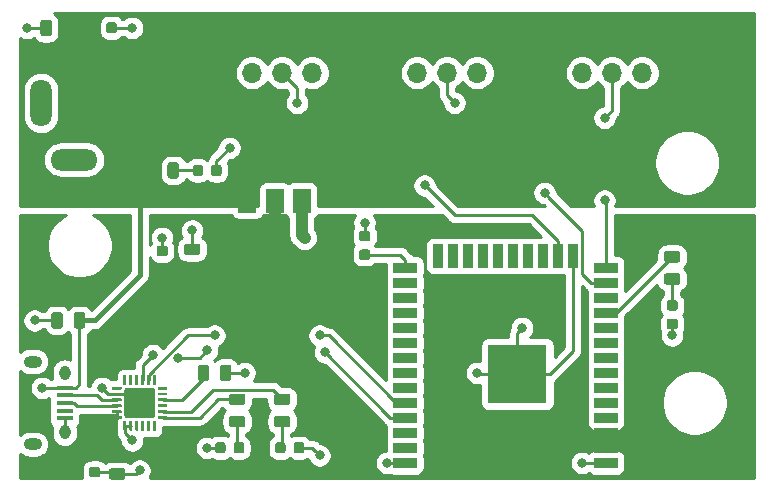
<source format=gbr>
G04 #@! TF.GenerationSoftware,KiCad,Pcbnew,(5.1.5)-3*
G04 #@! TF.CreationDate,2020-06-12T14:11:03-04:00*
G04 #@! TF.ProjectId,main,6d61696e-2e6b-4696-9361-645f70636258,rev?*
G04 #@! TF.SameCoordinates,Original*
G04 #@! TF.FileFunction,Copper,L1,Top*
G04 #@! TF.FilePolarity,Positive*
%FSLAX46Y46*%
G04 Gerber Fmt 4.6, Leading zero omitted, Abs format (unit mm)*
G04 Created by KiCad (PCBNEW (5.1.5)-3) date 2020-06-12 14:11:03*
%MOMM*%
%LPD*%
G04 APERTURE LIST*
%ADD10C,0.100000*%
%ADD11R,2.000000X0.900000*%
%ADD12R,0.900000X2.000000*%
%ADD13R,5.000000X5.000000*%
%ADD14R,1.500000X2.000000*%
%ADD15R,3.800000X2.000000*%
%ADD16O,1.700000X1.700000*%
%ADD17R,1.700000X1.700000*%
%ADD18O,1.550000X1.000000*%
%ADD19O,0.950000X1.250000*%
%ADD20R,1.350000X0.400000*%
%ADD21R,1.800000X4.400000*%
%ADD22O,1.800000X4.000000*%
%ADD23O,4.000000X1.800000*%
%ADD24C,0.800000*%
%ADD25C,0.250000*%
%ADD26C,1.000000*%
%ADD27C,0.400000*%
%ADD28C,0.254000*%
G04 APERTURE END LIST*
G04 #@! TA.AperFunction,SMDPad,CuDef*
D10*
G36*
X101053626Y-115125301D02*
G01*
X101059693Y-115126201D01*
X101065643Y-115127691D01*
X101071418Y-115129758D01*
X101076962Y-115132380D01*
X101082223Y-115135533D01*
X101087150Y-115139187D01*
X101091694Y-115143306D01*
X101095813Y-115147850D01*
X101099467Y-115152777D01*
X101102620Y-115158038D01*
X101105242Y-115163582D01*
X101107309Y-115169357D01*
X101108799Y-115175307D01*
X101109699Y-115181374D01*
X101110000Y-115187500D01*
X101110000Y-115887500D01*
X101109699Y-115893626D01*
X101108799Y-115899693D01*
X101107309Y-115905643D01*
X101105242Y-115911418D01*
X101102620Y-115916962D01*
X101099467Y-115922223D01*
X101095813Y-115927150D01*
X101091694Y-115931694D01*
X101087150Y-115935813D01*
X101082223Y-115939467D01*
X101076962Y-115942620D01*
X101071418Y-115945242D01*
X101065643Y-115947309D01*
X101059693Y-115948799D01*
X101053626Y-115949699D01*
X101047500Y-115950000D01*
X100922500Y-115950000D01*
X100916374Y-115949699D01*
X100910307Y-115948799D01*
X100904357Y-115947309D01*
X100898582Y-115945242D01*
X100893038Y-115942620D01*
X100887777Y-115939467D01*
X100882850Y-115935813D01*
X100878306Y-115931694D01*
X100874187Y-115927150D01*
X100870533Y-115922223D01*
X100867380Y-115916962D01*
X100864758Y-115911418D01*
X100862691Y-115905643D01*
X100861201Y-115899693D01*
X100860301Y-115893626D01*
X100860000Y-115887500D01*
X100860000Y-115187500D01*
X100860301Y-115181374D01*
X100861201Y-115175307D01*
X100862691Y-115169357D01*
X100864758Y-115163582D01*
X100867380Y-115158038D01*
X100870533Y-115152777D01*
X100874187Y-115147850D01*
X100878306Y-115143306D01*
X100882850Y-115139187D01*
X100887777Y-115135533D01*
X100893038Y-115132380D01*
X100898582Y-115129758D01*
X100904357Y-115127691D01*
X100910307Y-115126201D01*
X100916374Y-115125301D01*
X100922500Y-115125000D01*
X101047500Y-115125000D01*
X101053626Y-115125301D01*
G37*
G04 #@! TD.AperFunction*
G04 #@! TA.AperFunction,SMDPad,CuDef*
G36*
X101553626Y-115125301D02*
G01*
X101559693Y-115126201D01*
X101565643Y-115127691D01*
X101571418Y-115129758D01*
X101576962Y-115132380D01*
X101582223Y-115135533D01*
X101587150Y-115139187D01*
X101591694Y-115143306D01*
X101595813Y-115147850D01*
X101599467Y-115152777D01*
X101602620Y-115158038D01*
X101605242Y-115163582D01*
X101607309Y-115169357D01*
X101608799Y-115175307D01*
X101609699Y-115181374D01*
X101610000Y-115187500D01*
X101610000Y-115887500D01*
X101609699Y-115893626D01*
X101608799Y-115899693D01*
X101607309Y-115905643D01*
X101605242Y-115911418D01*
X101602620Y-115916962D01*
X101599467Y-115922223D01*
X101595813Y-115927150D01*
X101591694Y-115931694D01*
X101587150Y-115935813D01*
X101582223Y-115939467D01*
X101576962Y-115942620D01*
X101571418Y-115945242D01*
X101565643Y-115947309D01*
X101559693Y-115948799D01*
X101553626Y-115949699D01*
X101547500Y-115950000D01*
X101422500Y-115950000D01*
X101416374Y-115949699D01*
X101410307Y-115948799D01*
X101404357Y-115947309D01*
X101398582Y-115945242D01*
X101393038Y-115942620D01*
X101387777Y-115939467D01*
X101382850Y-115935813D01*
X101378306Y-115931694D01*
X101374187Y-115927150D01*
X101370533Y-115922223D01*
X101367380Y-115916962D01*
X101364758Y-115911418D01*
X101362691Y-115905643D01*
X101361201Y-115899693D01*
X101360301Y-115893626D01*
X101360000Y-115887500D01*
X101360000Y-115187500D01*
X101360301Y-115181374D01*
X101361201Y-115175307D01*
X101362691Y-115169357D01*
X101364758Y-115163582D01*
X101367380Y-115158038D01*
X101370533Y-115152777D01*
X101374187Y-115147850D01*
X101378306Y-115143306D01*
X101382850Y-115139187D01*
X101387777Y-115135533D01*
X101393038Y-115132380D01*
X101398582Y-115129758D01*
X101404357Y-115127691D01*
X101410307Y-115126201D01*
X101416374Y-115125301D01*
X101422500Y-115125000D01*
X101547500Y-115125000D01*
X101553626Y-115125301D01*
G37*
G04 #@! TD.AperFunction*
G04 #@! TA.AperFunction,SMDPad,CuDef*
G36*
X102053626Y-115125301D02*
G01*
X102059693Y-115126201D01*
X102065643Y-115127691D01*
X102071418Y-115129758D01*
X102076962Y-115132380D01*
X102082223Y-115135533D01*
X102087150Y-115139187D01*
X102091694Y-115143306D01*
X102095813Y-115147850D01*
X102099467Y-115152777D01*
X102102620Y-115158038D01*
X102105242Y-115163582D01*
X102107309Y-115169357D01*
X102108799Y-115175307D01*
X102109699Y-115181374D01*
X102110000Y-115187500D01*
X102110000Y-115887500D01*
X102109699Y-115893626D01*
X102108799Y-115899693D01*
X102107309Y-115905643D01*
X102105242Y-115911418D01*
X102102620Y-115916962D01*
X102099467Y-115922223D01*
X102095813Y-115927150D01*
X102091694Y-115931694D01*
X102087150Y-115935813D01*
X102082223Y-115939467D01*
X102076962Y-115942620D01*
X102071418Y-115945242D01*
X102065643Y-115947309D01*
X102059693Y-115948799D01*
X102053626Y-115949699D01*
X102047500Y-115950000D01*
X101922500Y-115950000D01*
X101916374Y-115949699D01*
X101910307Y-115948799D01*
X101904357Y-115947309D01*
X101898582Y-115945242D01*
X101893038Y-115942620D01*
X101887777Y-115939467D01*
X101882850Y-115935813D01*
X101878306Y-115931694D01*
X101874187Y-115927150D01*
X101870533Y-115922223D01*
X101867380Y-115916962D01*
X101864758Y-115911418D01*
X101862691Y-115905643D01*
X101861201Y-115899693D01*
X101860301Y-115893626D01*
X101860000Y-115887500D01*
X101860000Y-115187500D01*
X101860301Y-115181374D01*
X101861201Y-115175307D01*
X101862691Y-115169357D01*
X101864758Y-115163582D01*
X101867380Y-115158038D01*
X101870533Y-115152777D01*
X101874187Y-115147850D01*
X101878306Y-115143306D01*
X101882850Y-115139187D01*
X101887777Y-115135533D01*
X101893038Y-115132380D01*
X101898582Y-115129758D01*
X101904357Y-115127691D01*
X101910307Y-115126201D01*
X101916374Y-115125301D01*
X101922500Y-115125000D01*
X102047500Y-115125000D01*
X102053626Y-115125301D01*
G37*
G04 #@! TD.AperFunction*
G04 #@! TA.AperFunction,SMDPad,CuDef*
G36*
X102553626Y-115125301D02*
G01*
X102559693Y-115126201D01*
X102565643Y-115127691D01*
X102571418Y-115129758D01*
X102576962Y-115132380D01*
X102582223Y-115135533D01*
X102587150Y-115139187D01*
X102591694Y-115143306D01*
X102595813Y-115147850D01*
X102599467Y-115152777D01*
X102602620Y-115158038D01*
X102605242Y-115163582D01*
X102607309Y-115169357D01*
X102608799Y-115175307D01*
X102609699Y-115181374D01*
X102610000Y-115187500D01*
X102610000Y-115887500D01*
X102609699Y-115893626D01*
X102608799Y-115899693D01*
X102607309Y-115905643D01*
X102605242Y-115911418D01*
X102602620Y-115916962D01*
X102599467Y-115922223D01*
X102595813Y-115927150D01*
X102591694Y-115931694D01*
X102587150Y-115935813D01*
X102582223Y-115939467D01*
X102576962Y-115942620D01*
X102571418Y-115945242D01*
X102565643Y-115947309D01*
X102559693Y-115948799D01*
X102553626Y-115949699D01*
X102547500Y-115950000D01*
X102422500Y-115950000D01*
X102416374Y-115949699D01*
X102410307Y-115948799D01*
X102404357Y-115947309D01*
X102398582Y-115945242D01*
X102393038Y-115942620D01*
X102387777Y-115939467D01*
X102382850Y-115935813D01*
X102378306Y-115931694D01*
X102374187Y-115927150D01*
X102370533Y-115922223D01*
X102367380Y-115916962D01*
X102364758Y-115911418D01*
X102362691Y-115905643D01*
X102361201Y-115899693D01*
X102360301Y-115893626D01*
X102360000Y-115887500D01*
X102360000Y-115187500D01*
X102360301Y-115181374D01*
X102361201Y-115175307D01*
X102362691Y-115169357D01*
X102364758Y-115163582D01*
X102367380Y-115158038D01*
X102370533Y-115152777D01*
X102374187Y-115147850D01*
X102378306Y-115143306D01*
X102382850Y-115139187D01*
X102387777Y-115135533D01*
X102393038Y-115132380D01*
X102398582Y-115129758D01*
X102404357Y-115127691D01*
X102410307Y-115126201D01*
X102416374Y-115125301D01*
X102422500Y-115125000D01*
X102547500Y-115125000D01*
X102553626Y-115125301D01*
G37*
G04 #@! TD.AperFunction*
G04 #@! TA.AperFunction,SMDPad,CuDef*
G36*
X103053626Y-115125301D02*
G01*
X103059693Y-115126201D01*
X103065643Y-115127691D01*
X103071418Y-115129758D01*
X103076962Y-115132380D01*
X103082223Y-115135533D01*
X103087150Y-115139187D01*
X103091694Y-115143306D01*
X103095813Y-115147850D01*
X103099467Y-115152777D01*
X103102620Y-115158038D01*
X103105242Y-115163582D01*
X103107309Y-115169357D01*
X103108799Y-115175307D01*
X103109699Y-115181374D01*
X103110000Y-115187500D01*
X103110000Y-115887500D01*
X103109699Y-115893626D01*
X103108799Y-115899693D01*
X103107309Y-115905643D01*
X103105242Y-115911418D01*
X103102620Y-115916962D01*
X103099467Y-115922223D01*
X103095813Y-115927150D01*
X103091694Y-115931694D01*
X103087150Y-115935813D01*
X103082223Y-115939467D01*
X103076962Y-115942620D01*
X103071418Y-115945242D01*
X103065643Y-115947309D01*
X103059693Y-115948799D01*
X103053626Y-115949699D01*
X103047500Y-115950000D01*
X102922500Y-115950000D01*
X102916374Y-115949699D01*
X102910307Y-115948799D01*
X102904357Y-115947309D01*
X102898582Y-115945242D01*
X102893038Y-115942620D01*
X102887777Y-115939467D01*
X102882850Y-115935813D01*
X102878306Y-115931694D01*
X102874187Y-115927150D01*
X102870533Y-115922223D01*
X102867380Y-115916962D01*
X102864758Y-115911418D01*
X102862691Y-115905643D01*
X102861201Y-115899693D01*
X102860301Y-115893626D01*
X102860000Y-115887500D01*
X102860000Y-115187500D01*
X102860301Y-115181374D01*
X102861201Y-115175307D01*
X102862691Y-115169357D01*
X102864758Y-115163582D01*
X102867380Y-115158038D01*
X102870533Y-115152777D01*
X102874187Y-115147850D01*
X102878306Y-115143306D01*
X102882850Y-115139187D01*
X102887777Y-115135533D01*
X102893038Y-115132380D01*
X102898582Y-115129758D01*
X102904357Y-115127691D01*
X102910307Y-115126201D01*
X102916374Y-115125301D01*
X102922500Y-115125000D01*
X103047500Y-115125000D01*
X103053626Y-115125301D01*
G37*
G04 #@! TD.AperFunction*
G04 #@! TA.AperFunction,SMDPad,CuDef*
G36*
X103553626Y-115125301D02*
G01*
X103559693Y-115126201D01*
X103565643Y-115127691D01*
X103571418Y-115129758D01*
X103576962Y-115132380D01*
X103582223Y-115135533D01*
X103587150Y-115139187D01*
X103591694Y-115143306D01*
X103595813Y-115147850D01*
X103599467Y-115152777D01*
X103602620Y-115158038D01*
X103605242Y-115163582D01*
X103607309Y-115169357D01*
X103608799Y-115175307D01*
X103609699Y-115181374D01*
X103610000Y-115187500D01*
X103610000Y-115887500D01*
X103609699Y-115893626D01*
X103608799Y-115899693D01*
X103607309Y-115905643D01*
X103605242Y-115911418D01*
X103602620Y-115916962D01*
X103599467Y-115922223D01*
X103595813Y-115927150D01*
X103591694Y-115931694D01*
X103587150Y-115935813D01*
X103582223Y-115939467D01*
X103576962Y-115942620D01*
X103571418Y-115945242D01*
X103565643Y-115947309D01*
X103559693Y-115948799D01*
X103553626Y-115949699D01*
X103547500Y-115950000D01*
X103422500Y-115950000D01*
X103416374Y-115949699D01*
X103410307Y-115948799D01*
X103404357Y-115947309D01*
X103398582Y-115945242D01*
X103393038Y-115942620D01*
X103387777Y-115939467D01*
X103382850Y-115935813D01*
X103378306Y-115931694D01*
X103374187Y-115927150D01*
X103370533Y-115922223D01*
X103367380Y-115916962D01*
X103364758Y-115911418D01*
X103362691Y-115905643D01*
X103361201Y-115899693D01*
X103360301Y-115893626D01*
X103360000Y-115887500D01*
X103360000Y-115187500D01*
X103360301Y-115181374D01*
X103361201Y-115175307D01*
X103362691Y-115169357D01*
X103364758Y-115163582D01*
X103367380Y-115158038D01*
X103370533Y-115152777D01*
X103374187Y-115147850D01*
X103378306Y-115143306D01*
X103382850Y-115139187D01*
X103387777Y-115135533D01*
X103393038Y-115132380D01*
X103398582Y-115129758D01*
X103404357Y-115127691D01*
X103410307Y-115126201D01*
X103416374Y-115125301D01*
X103422500Y-115125000D01*
X103547500Y-115125000D01*
X103553626Y-115125301D01*
G37*
G04 #@! TD.AperFunction*
G04 #@! TA.AperFunction,SMDPad,CuDef*
G36*
X104528626Y-116100301D02*
G01*
X104534693Y-116101201D01*
X104540643Y-116102691D01*
X104546418Y-116104758D01*
X104551962Y-116107380D01*
X104557223Y-116110533D01*
X104562150Y-116114187D01*
X104566694Y-116118306D01*
X104570813Y-116122850D01*
X104574467Y-116127777D01*
X104577620Y-116133038D01*
X104580242Y-116138582D01*
X104582309Y-116144357D01*
X104583799Y-116150307D01*
X104584699Y-116156374D01*
X104585000Y-116162500D01*
X104585000Y-116287500D01*
X104584699Y-116293626D01*
X104583799Y-116299693D01*
X104582309Y-116305643D01*
X104580242Y-116311418D01*
X104577620Y-116316962D01*
X104574467Y-116322223D01*
X104570813Y-116327150D01*
X104566694Y-116331694D01*
X104562150Y-116335813D01*
X104557223Y-116339467D01*
X104551962Y-116342620D01*
X104546418Y-116345242D01*
X104540643Y-116347309D01*
X104534693Y-116348799D01*
X104528626Y-116349699D01*
X104522500Y-116350000D01*
X103822500Y-116350000D01*
X103816374Y-116349699D01*
X103810307Y-116348799D01*
X103804357Y-116347309D01*
X103798582Y-116345242D01*
X103793038Y-116342620D01*
X103787777Y-116339467D01*
X103782850Y-116335813D01*
X103778306Y-116331694D01*
X103774187Y-116327150D01*
X103770533Y-116322223D01*
X103767380Y-116316962D01*
X103764758Y-116311418D01*
X103762691Y-116305643D01*
X103761201Y-116299693D01*
X103760301Y-116293626D01*
X103760000Y-116287500D01*
X103760000Y-116162500D01*
X103760301Y-116156374D01*
X103761201Y-116150307D01*
X103762691Y-116144357D01*
X103764758Y-116138582D01*
X103767380Y-116133038D01*
X103770533Y-116127777D01*
X103774187Y-116122850D01*
X103778306Y-116118306D01*
X103782850Y-116114187D01*
X103787777Y-116110533D01*
X103793038Y-116107380D01*
X103798582Y-116104758D01*
X103804357Y-116102691D01*
X103810307Y-116101201D01*
X103816374Y-116100301D01*
X103822500Y-116100000D01*
X104522500Y-116100000D01*
X104528626Y-116100301D01*
G37*
G04 #@! TD.AperFunction*
G04 #@! TA.AperFunction,SMDPad,CuDef*
G36*
X104528626Y-116600301D02*
G01*
X104534693Y-116601201D01*
X104540643Y-116602691D01*
X104546418Y-116604758D01*
X104551962Y-116607380D01*
X104557223Y-116610533D01*
X104562150Y-116614187D01*
X104566694Y-116618306D01*
X104570813Y-116622850D01*
X104574467Y-116627777D01*
X104577620Y-116633038D01*
X104580242Y-116638582D01*
X104582309Y-116644357D01*
X104583799Y-116650307D01*
X104584699Y-116656374D01*
X104585000Y-116662500D01*
X104585000Y-116787500D01*
X104584699Y-116793626D01*
X104583799Y-116799693D01*
X104582309Y-116805643D01*
X104580242Y-116811418D01*
X104577620Y-116816962D01*
X104574467Y-116822223D01*
X104570813Y-116827150D01*
X104566694Y-116831694D01*
X104562150Y-116835813D01*
X104557223Y-116839467D01*
X104551962Y-116842620D01*
X104546418Y-116845242D01*
X104540643Y-116847309D01*
X104534693Y-116848799D01*
X104528626Y-116849699D01*
X104522500Y-116850000D01*
X103822500Y-116850000D01*
X103816374Y-116849699D01*
X103810307Y-116848799D01*
X103804357Y-116847309D01*
X103798582Y-116845242D01*
X103793038Y-116842620D01*
X103787777Y-116839467D01*
X103782850Y-116835813D01*
X103778306Y-116831694D01*
X103774187Y-116827150D01*
X103770533Y-116822223D01*
X103767380Y-116816962D01*
X103764758Y-116811418D01*
X103762691Y-116805643D01*
X103761201Y-116799693D01*
X103760301Y-116793626D01*
X103760000Y-116787500D01*
X103760000Y-116662500D01*
X103760301Y-116656374D01*
X103761201Y-116650307D01*
X103762691Y-116644357D01*
X103764758Y-116638582D01*
X103767380Y-116633038D01*
X103770533Y-116627777D01*
X103774187Y-116622850D01*
X103778306Y-116618306D01*
X103782850Y-116614187D01*
X103787777Y-116610533D01*
X103793038Y-116607380D01*
X103798582Y-116604758D01*
X103804357Y-116602691D01*
X103810307Y-116601201D01*
X103816374Y-116600301D01*
X103822500Y-116600000D01*
X104522500Y-116600000D01*
X104528626Y-116600301D01*
G37*
G04 #@! TD.AperFunction*
G04 #@! TA.AperFunction,SMDPad,CuDef*
G36*
X104528626Y-117100301D02*
G01*
X104534693Y-117101201D01*
X104540643Y-117102691D01*
X104546418Y-117104758D01*
X104551962Y-117107380D01*
X104557223Y-117110533D01*
X104562150Y-117114187D01*
X104566694Y-117118306D01*
X104570813Y-117122850D01*
X104574467Y-117127777D01*
X104577620Y-117133038D01*
X104580242Y-117138582D01*
X104582309Y-117144357D01*
X104583799Y-117150307D01*
X104584699Y-117156374D01*
X104585000Y-117162500D01*
X104585000Y-117287500D01*
X104584699Y-117293626D01*
X104583799Y-117299693D01*
X104582309Y-117305643D01*
X104580242Y-117311418D01*
X104577620Y-117316962D01*
X104574467Y-117322223D01*
X104570813Y-117327150D01*
X104566694Y-117331694D01*
X104562150Y-117335813D01*
X104557223Y-117339467D01*
X104551962Y-117342620D01*
X104546418Y-117345242D01*
X104540643Y-117347309D01*
X104534693Y-117348799D01*
X104528626Y-117349699D01*
X104522500Y-117350000D01*
X103822500Y-117350000D01*
X103816374Y-117349699D01*
X103810307Y-117348799D01*
X103804357Y-117347309D01*
X103798582Y-117345242D01*
X103793038Y-117342620D01*
X103787777Y-117339467D01*
X103782850Y-117335813D01*
X103778306Y-117331694D01*
X103774187Y-117327150D01*
X103770533Y-117322223D01*
X103767380Y-117316962D01*
X103764758Y-117311418D01*
X103762691Y-117305643D01*
X103761201Y-117299693D01*
X103760301Y-117293626D01*
X103760000Y-117287500D01*
X103760000Y-117162500D01*
X103760301Y-117156374D01*
X103761201Y-117150307D01*
X103762691Y-117144357D01*
X103764758Y-117138582D01*
X103767380Y-117133038D01*
X103770533Y-117127777D01*
X103774187Y-117122850D01*
X103778306Y-117118306D01*
X103782850Y-117114187D01*
X103787777Y-117110533D01*
X103793038Y-117107380D01*
X103798582Y-117104758D01*
X103804357Y-117102691D01*
X103810307Y-117101201D01*
X103816374Y-117100301D01*
X103822500Y-117100000D01*
X104522500Y-117100000D01*
X104528626Y-117100301D01*
G37*
G04 #@! TD.AperFunction*
G04 #@! TA.AperFunction,SMDPad,CuDef*
G36*
X104528626Y-117600301D02*
G01*
X104534693Y-117601201D01*
X104540643Y-117602691D01*
X104546418Y-117604758D01*
X104551962Y-117607380D01*
X104557223Y-117610533D01*
X104562150Y-117614187D01*
X104566694Y-117618306D01*
X104570813Y-117622850D01*
X104574467Y-117627777D01*
X104577620Y-117633038D01*
X104580242Y-117638582D01*
X104582309Y-117644357D01*
X104583799Y-117650307D01*
X104584699Y-117656374D01*
X104585000Y-117662500D01*
X104585000Y-117787500D01*
X104584699Y-117793626D01*
X104583799Y-117799693D01*
X104582309Y-117805643D01*
X104580242Y-117811418D01*
X104577620Y-117816962D01*
X104574467Y-117822223D01*
X104570813Y-117827150D01*
X104566694Y-117831694D01*
X104562150Y-117835813D01*
X104557223Y-117839467D01*
X104551962Y-117842620D01*
X104546418Y-117845242D01*
X104540643Y-117847309D01*
X104534693Y-117848799D01*
X104528626Y-117849699D01*
X104522500Y-117850000D01*
X103822500Y-117850000D01*
X103816374Y-117849699D01*
X103810307Y-117848799D01*
X103804357Y-117847309D01*
X103798582Y-117845242D01*
X103793038Y-117842620D01*
X103787777Y-117839467D01*
X103782850Y-117835813D01*
X103778306Y-117831694D01*
X103774187Y-117827150D01*
X103770533Y-117822223D01*
X103767380Y-117816962D01*
X103764758Y-117811418D01*
X103762691Y-117805643D01*
X103761201Y-117799693D01*
X103760301Y-117793626D01*
X103760000Y-117787500D01*
X103760000Y-117662500D01*
X103760301Y-117656374D01*
X103761201Y-117650307D01*
X103762691Y-117644357D01*
X103764758Y-117638582D01*
X103767380Y-117633038D01*
X103770533Y-117627777D01*
X103774187Y-117622850D01*
X103778306Y-117618306D01*
X103782850Y-117614187D01*
X103787777Y-117610533D01*
X103793038Y-117607380D01*
X103798582Y-117604758D01*
X103804357Y-117602691D01*
X103810307Y-117601201D01*
X103816374Y-117600301D01*
X103822500Y-117600000D01*
X104522500Y-117600000D01*
X104528626Y-117600301D01*
G37*
G04 #@! TD.AperFunction*
G04 #@! TA.AperFunction,SMDPad,CuDef*
G36*
X104528626Y-118100301D02*
G01*
X104534693Y-118101201D01*
X104540643Y-118102691D01*
X104546418Y-118104758D01*
X104551962Y-118107380D01*
X104557223Y-118110533D01*
X104562150Y-118114187D01*
X104566694Y-118118306D01*
X104570813Y-118122850D01*
X104574467Y-118127777D01*
X104577620Y-118133038D01*
X104580242Y-118138582D01*
X104582309Y-118144357D01*
X104583799Y-118150307D01*
X104584699Y-118156374D01*
X104585000Y-118162500D01*
X104585000Y-118287500D01*
X104584699Y-118293626D01*
X104583799Y-118299693D01*
X104582309Y-118305643D01*
X104580242Y-118311418D01*
X104577620Y-118316962D01*
X104574467Y-118322223D01*
X104570813Y-118327150D01*
X104566694Y-118331694D01*
X104562150Y-118335813D01*
X104557223Y-118339467D01*
X104551962Y-118342620D01*
X104546418Y-118345242D01*
X104540643Y-118347309D01*
X104534693Y-118348799D01*
X104528626Y-118349699D01*
X104522500Y-118350000D01*
X103822500Y-118350000D01*
X103816374Y-118349699D01*
X103810307Y-118348799D01*
X103804357Y-118347309D01*
X103798582Y-118345242D01*
X103793038Y-118342620D01*
X103787777Y-118339467D01*
X103782850Y-118335813D01*
X103778306Y-118331694D01*
X103774187Y-118327150D01*
X103770533Y-118322223D01*
X103767380Y-118316962D01*
X103764758Y-118311418D01*
X103762691Y-118305643D01*
X103761201Y-118299693D01*
X103760301Y-118293626D01*
X103760000Y-118287500D01*
X103760000Y-118162500D01*
X103760301Y-118156374D01*
X103761201Y-118150307D01*
X103762691Y-118144357D01*
X103764758Y-118138582D01*
X103767380Y-118133038D01*
X103770533Y-118127777D01*
X103774187Y-118122850D01*
X103778306Y-118118306D01*
X103782850Y-118114187D01*
X103787777Y-118110533D01*
X103793038Y-118107380D01*
X103798582Y-118104758D01*
X103804357Y-118102691D01*
X103810307Y-118101201D01*
X103816374Y-118100301D01*
X103822500Y-118100000D01*
X104522500Y-118100000D01*
X104528626Y-118100301D01*
G37*
G04 #@! TD.AperFunction*
G04 #@! TA.AperFunction,SMDPad,CuDef*
G36*
X104528626Y-118600301D02*
G01*
X104534693Y-118601201D01*
X104540643Y-118602691D01*
X104546418Y-118604758D01*
X104551962Y-118607380D01*
X104557223Y-118610533D01*
X104562150Y-118614187D01*
X104566694Y-118618306D01*
X104570813Y-118622850D01*
X104574467Y-118627777D01*
X104577620Y-118633038D01*
X104580242Y-118638582D01*
X104582309Y-118644357D01*
X104583799Y-118650307D01*
X104584699Y-118656374D01*
X104585000Y-118662500D01*
X104585000Y-118787500D01*
X104584699Y-118793626D01*
X104583799Y-118799693D01*
X104582309Y-118805643D01*
X104580242Y-118811418D01*
X104577620Y-118816962D01*
X104574467Y-118822223D01*
X104570813Y-118827150D01*
X104566694Y-118831694D01*
X104562150Y-118835813D01*
X104557223Y-118839467D01*
X104551962Y-118842620D01*
X104546418Y-118845242D01*
X104540643Y-118847309D01*
X104534693Y-118848799D01*
X104528626Y-118849699D01*
X104522500Y-118850000D01*
X103822500Y-118850000D01*
X103816374Y-118849699D01*
X103810307Y-118848799D01*
X103804357Y-118847309D01*
X103798582Y-118845242D01*
X103793038Y-118842620D01*
X103787777Y-118839467D01*
X103782850Y-118835813D01*
X103778306Y-118831694D01*
X103774187Y-118827150D01*
X103770533Y-118822223D01*
X103767380Y-118816962D01*
X103764758Y-118811418D01*
X103762691Y-118805643D01*
X103761201Y-118799693D01*
X103760301Y-118793626D01*
X103760000Y-118787500D01*
X103760000Y-118662500D01*
X103760301Y-118656374D01*
X103761201Y-118650307D01*
X103762691Y-118644357D01*
X103764758Y-118638582D01*
X103767380Y-118633038D01*
X103770533Y-118627777D01*
X103774187Y-118622850D01*
X103778306Y-118618306D01*
X103782850Y-118614187D01*
X103787777Y-118610533D01*
X103793038Y-118607380D01*
X103798582Y-118604758D01*
X103804357Y-118602691D01*
X103810307Y-118601201D01*
X103816374Y-118600301D01*
X103822500Y-118600000D01*
X104522500Y-118600000D01*
X104528626Y-118600301D01*
G37*
G04 #@! TD.AperFunction*
G04 #@! TA.AperFunction,SMDPad,CuDef*
G36*
X103553626Y-119000301D02*
G01*
X103559693Y-119001201D01*
X103565643Y-119002691D01*
X103571418Y-119004758D01*
X103576962Y-119007380D01*
X103582223Y-119010533D01*
X103587150Y-119014187D01*
X103591694Y-119018306D01*
X103595813Y-119022850D01*
X103599467Y-119027777D01*
X103602620Y-119033038D01*
X103605242Y-119038582D01*
X103607309Y-119044357D01*
X103608799Y-119050307D01*
X103609699Y-119056374D01*
X103610000Y-119062500D01*
X103610000Y-119762500D01*
X103609699Y-119768626D01*
X103608799Y-119774693D01*
X103607309Y-119780643D01*
X103605242Y-119786418D01*
X103602620Y-119791962D01*
X103599467Y-119797223D01*
X103595813Y-119802150D01*
X103591694Y-119806694D01*
X103587150Y-119810813D01*
X103582223Y-119814467D01*
X103576962Y-119817620D01*
X103571418Y-119820242D01*
X103565643Y-119822309D01*
X103559693Y-119823799D01*
X103553626Y-119824699D01*
X103547500Y-119825000D01*
X103422500Y-119825000D01*
X103416374Y-119824699D01*
X103410307Y-119823799D01*
X103404357Y-119822309D01*
X103398582Y-119820242D01*
X103393038Y-119817620D01*
X103387777Y-119814467D01*
X103382850Y-119810813D01*
X103378306Y-119806694D01*
X103374187Y-119802150D01*
X103370533Y-119797223D01*
X103367380Y-119791962D01*
X103364758Y-119786418D01*
X103362691Y-119780643D01*
X103361201Y-119774693D01*
X103360301Y-119768626D01*
X103360000Y-119762500D01*
X103360000Y-119062500D01*
X103360301Y-119056374D01*
X103361201Y-119050307D01*
X103362691Y-119044357D01*
X103364758Y-119038582D01*
X103367380Y-119033038D01*
X103370533Y-119027777D01*
X103374187Y-119022850D01*
X103378306Y-119018306D01*
X103382850Y-119014187D01*
X103387777Y-119010533D01*
X103393038Y-119007380D01*
X103398582Y-119004758D01*
X103404357Y-119002691D01*
X103410307Y-119001201D01*
X103416374Y-119000301D01*
X103422500Y-119000000D01*
X103547500Y-119000000D01*
X103553626Y-119000301D01*
G37*
G04 #@! TD.AperFunction*
G04 #@! TA.AperFunction,SMDPad,CuDef*
G36*
X103053626Y-119000301D02*
G01*
X103059693Y-119001201D01*
X103065643Y-119002691D01*
X103071418Y-119004758D01*
X103076962Y-119007380D01*
X103082223Y-119010533D01*
X103087150Y-119014187D01*
X103091694Y-119018306D01*
X103095813Y-119022850D01*
X103099467Y-119027777D01*
X103102620Y-119033038D01*
X103105242Y-119038582D01*
X103107309Y-119044357D01*
X103108799Y-119050307D01*
X103109699Y-119056374D01*
X103110000Y-119062500D01*
X103110000Y-119762500D01*
X103109699Y-119768626D01*
X103108799Y-119774693D01*
X103107309Y-119780643D01*
X103105242Y-119786418D01*
X103102620Y-119791962D01*
X103099467Y-119797223D01*
X103095813Y-119802150D01*
X103091694Y-119806694D01*
X103087150Y-119810813D01*
X103082223Y-119814467D01*
X103076962Y-119817620D01*
X103071418Y-119820242D01*
X103065643Y-119822309D01*
X103059693Y-119823799D01*
X103053626Y-119824699D01*
X103047500Y-119825000D01*
X102922500Y-119825000D01*
X102916374Y-119824699D01*
X102910307Y-119823799D01*
X102904357Y-119822309D01*
X102898582Y-119820242D01*
X102893038Y-119817620D01*
X102887777Y-119814467D01*
X102882850Y-119810813D01*
X102878306Y-119806694D01*
X102874187Y-119802150D01*
X102870533Y-119797223D01*
X102867380Y-119791962D01*
X102864758Y-119786418D01*
X102862691Y-119780643D01*
X102861201Y-119774693D01*
X102860301Y-119768626D01*
X102860000Y-119762500D01*
X102860000Y-119062500D01*
X102860301Y-119056374D01*
X102861201Y-119050307D01*
X102862691Y-119044357D01*
X102864758Y-119038582D01*
X102867380Y-119033038D01*
X102870533Y-119027777D01*
X102874187Y-119022850D01*
X102878306Y-119018306D01*
X102882850Y-119014187D01*
X102887777Y-119010533D01*
X102893038Y-119007380D01*
X102898582Y-119004758D01*
X102904357Y-119002691D01*
X102910307Y-119001201D01*
X102916374Y-119000301D01*
X102922500Y-119000000D01*
X103047500Y-119000000D01*
X103053626Y-119000301D01*
G37*
G04 #@! TD.AperFunction*
G04 #@! TA.AperFunction,SMDPad,CuDef*
G36*
X102553626Y-119000301D02*
G01*
X102559693Y-119001201D01*
X102565643Y-119002691D01*
X102571418Y-119004758D01*
X102576962Y-119007380D01*
X102582223Y-119010533D01*
X102587150Y-119014187D01*
X102591694Y-119018306D01*
X102595813Y-119022850D01*
X102599467Y-119027777D01*
X102602620Y-119033038D01*
X102605242Y-119038582D01*
X102607309Y-119044357D01*
X102608799Y-119050307D01*
X102609699Y-119056374D01*
X102610000Y-119062500D01*
X102610000Y-119762500D01*
X102609699Y-119768626D01*
X102608799Y-119774693D01*
X102607309Y-119780643D01*
X102605242Y-119786418D01*
X102602620Y-119791962D01*
X102599467Y-119797223D01*
X102595813Y-119802150D01*
X102591694Y-119806694D01*
X102587150Y-119810813D01*
X102582223Y-119814467D01*
X102576962Y-119817620D01*
X102571418Y-119820242D01*
X102565643Y-119822309D01*
X102559693Y-119823799D01*
X102553626Y-119824699D01*
X102547500Y-119825000D01*
X102422500Y-119825000D01*
X102416374Y-119824699D01*
X102410307Y-119823799D01*
X102404357Y-119822309D01*
X102398582Y-119820242D01*
X102393038Y-119817620D01*
X102387777Y-119814467D01*
X102382850Y-119810813D01*
X102378306Y-119806694D01*
X102374187Y-119802150D01*
X102370533Y-119797223D01*
X102367380Y-119791962D01*
X102364758Y-119786418D01*
X102362691Y-119780643D01*
X102361201Y-119774693D01*
X102360301Y-119768626D01*
X102360000Y-119762500D01*
X102360000Y-119062500D01*
X102360301Y-119056374D01*
X102361201Y-119050307D01*
X102362691Y-119044357D01*
X102364758Y-119038582D01*
X102367380Y-119033038D01*
X102370533Y-119027777D01*
X102374187Y-119022850D01*
X102378306Y-119018306D01*
X102382850Y-119014187D01*
X102387777Y-119010533D01*
X102393038Y-119007380D01*
X102398582Y-119004758D01*
X102404357Y-119002691D01*
X102410307Y-119001201D01*
X102416374Y-119000301D01*
X102422500Y-119000000D01*
X102547500Y-119000000D01*
X102553626Y-119000301D01*
G37*
G04 #@! TD.AperFunction*
G04 #@! TA.AperFunction,SMDPad,CuDef*
G36*
X102053626Y-119000301D02*
G01*
X102059693Y-119001201D01*
X102065643Y-119002691D01*
X102071418Y-119004758D01*
X102076962Y-119007380D01*
X102082223Y-119010533D01*
X102087150Y-119014187D01*
X102091694Y-119018306D01*
X102095813Y-119022850D01*
X102099467Y-119027777D01*
X102102620Y-119033038D01*
X102105242Y-119038582D01*
X102107309Y-119044357D01*
X102108799Y-119050307D01*
X102109699Y-119056374D01*
X102110000Y-119062500D01*
X102110000Y-119762500D01*
X102109699Y-119768626D01*
X102108799Y-119774693D01*
X102107309Y-119780643D01*
X102105242Y-119786418D01*
X102102620Y-119791962D01*
X102099467Y-119797223D01*
X102095813Y-119802150D01*
X102091694Y-119806694D01*
X102087150Y-119810813D01*
X102082223Y-119814467D01*
X102076962Y-119817620D01*
X102071418Y-119820242D01*
X102065643Y-119822309D01*
X102059693Y-119823799D01*
X102053626Y-119824699D01*
X102047500Y-119825000D01*
X101922500Y-119825000D01*
X101916374Y-119824699D01*
X101910307Y-119823799D01*
X101904357Y-119822309D01*
X101898582Y-119820242D01*
X101893038Y-119817620D01*
X101887777Y-119814467D01*
X101882850Y-119810813D01*
X101878306Y-119806694D01*
X101874187Y-119802150D01*
X101870533Y-119797223D01*
X101867380Y-119791962D01*
X101864758Y-119786418D01*
X101862691Y-119780643D01*
X101861201Y-119774693D01*
X101860301Y-119768626D01*
X101860000Y-119762500D01*
X101860000Y-119062500D01*
X101860301Y-119056374D01*
X101861201Y-119050307D01*
X101862691Y-119044357D01*
X101864758Y-119038582D01*
X101867380Y-119033038D01*
X101870533Y-119027777D01*
X101874187Y-119022850D01*
X101878306Y-119018306D01*
X101882850Y-119014187D01*
X101887777Y-119010533D01*
X101893038Y-119007380D01*
X101898582Y-119004758D01*
X101904357Y-119002691D01*
X101910307Y-119001201D01*
X101916374Y-119000301D01*
X101922500Y-119000000D01*
X102047500Y-119000000D01*
X102053626Y-119000301D01*
G37*
G04 #@! TD.AperFunction*
G04 #@! TA.AperFunction,SMDPad,CuDef*
G36*
X101553626Y-119000301D02*
G01*
X101559693Y-119001201D01*
X101565643Y-119002691D01*
X101571418Y-119004758D01*
X101576962Y-119007380D01*
X101582223Y-119010533D01*
X101587150Y-119014187D01*
X101591694Y-119018306D01*
X101595813Y-119022850D01*
X101599467Y-119027777D01*
X101602620Y-119033038D01*
X101605242Y-119038582D01*
X101607309Y-119044357D01*
X101608799Y-119050307D01*
X101609699Y-119056374D01*
X101610000Y-119062500D01*
X101610000Y-119762500D01*
X101609699Y-119768626D01*
X101608799Y-119774693D01*
X101607309Y-119780643D01*
X101605242Y-119786418D01*
X101602620Y-119791962D01*
X101599467Y-119797223D01*
X101595813Y-119802150D01*
X101591694Y-119806694D01*
X101587150Y-119810813D01*
X101582223Y-119814467D01*
X101576962Y-119817620D01*
X101571418Y-119820242D01*
X101565643Y-119822309D01*
X101559693Y-119823799D01*
X101553626Y-119824699D01*
X101547500Y-119825000D01*
X101422500Y-119825000D01*
X101416374Y-119824699D01*
X101410307Y-119823799D01*
X101404357Y-119822309D01*
X101398582Y-119820242D01*
X101393038Y-119817620D01*
X101387777Y-119814467D01*
X101382850Y-119810813D01*
X101378306Y-119806694D01*
X101374187Y-119802150D01*
X101370533Y-119797223D01*
X101367380Y-119791962D01*
X101364758Y-119786418D01*
X101362691Y-119780643D01*
X101361201Y-119774693D01*
X101360301Y-119768626D01*
X101360000Y-119762500D01*
X101360000Y-119062500D01*
X101360301Y-119056374D01*
X101361201Y-119050307D01*
X101362691Y-119044357D01*
X101364758Y-119038582D01*
X101367380Y-119033038D01*
X101370533Y-119027777D01*
X101374187Y-119022850D01*
X101378306Y-119018306D01*
X101382850Y-119014187D01*
X101387777Y-119010533D01*
X101393038Y-119007380D01*
X101398582Y-119004758D01*
X101404357Y-119002691D01*
X101410307Y-119001201D01*
X101416374Y-119000301D01*
X101422500Y-119000000D01*
X101547500Y-119000000D01*
X101553626Y-119000301D01*
G37*
G04 #@! TD.AperFunction*
G04 #@! TA.AperFunction,SMDPad,CuDef*
G36*
X101053626Y-119000301D02*
G01*
X101059693Y-119001201D01*
X101065643Y-119002691D01*
X101071418Y-119004758D01*
X101076962Y-119007380D01*
X101082223Y-119010533D01*
X101087150Y-119014187D01*
X101091694Y-119018306D01*
X101095813Y-119022850D01*
X101099467Y-119027777D01*
X101102620Y-119033038D01*
X101105242Y-119038582D01*
X101107309Y-119044357D01*
X101108799Y-119050307D01*
X101109699Y-119056374D01*
X101110000Y-119062500D01*
X101110000Y-119762500D01*
X101109699Y-119768626D01*
X101108799Y-119774693D01*
X101107309Y-119780643D01*
X101105242Y-119786418D01*
X101102620Y-119791962D01*
X101099467Y-119797223D01*
X101095813Y-119802150D01*
X101091694Y-119806694D01*
X101087150Y-119810813D01*
X101082223Y-119814467D01*
X101076962Y-119817620D01*
X101071418Y-119820242D01*
X101065643Y-119822309D01*
X101059693Y-119823799D01*
X101053626Y-119824699D01*
X101047500Y-119825000D01*
X100922500Y-119825000D01*
X100916374Y-119824699D01*
X100910307Y-119823799D01*
X100904357Y-119822309D01*
X100898582Y-119820242D01*
X100893038Y-119817620D01*
X100887777Y-119814467D01*
X100882850Y-119810813D01*
X100878306Y-119806694D01*
X100874187Y-119802150D01*
X100870533Y-119797223D01*
X100867380Y-119791962D01*
X100864758Y-119786418D01*
X100862691Y-119780643D01*
X100861201Y-119774693D01*
X100860301Y-119768626D01*
X100860000Y-119762500D01*
X100860000Y-119062500D01*
X100860301Y-119056374D01*
X100861201Y-119050307D01*
X100862691Y-119044357D01*
X100864758Y-119038582D01*
X100867380Y-119033038D01*
X100870533Y-119027777D01*
X100874187Y-119022850D01*
X100878306Y-119018306D01*
X100882850Y-119014187D01*
X100887777Y-119010533D01*
X100893038Y-119007380D01*
X100898582Y-119004758D01*
X100904357Y-119002691D01*
X100910307Y-119001201D01*
X100916374Y-119000301D01*
X100922500Y-119000000D01*
X101047500Y-119000000D01*
X101053626Y-119000301D01*
G37*
G04 #@! TD.AperFunction*
G04 #@! TA.AperFunction,SMDPad,CuDef*
G36*
X100653626Y-118600301D02*
G01*
X100659693Y-118601201D01*
X100665643Y-118602691D01*
X100671418Y-118604758D01*
X100676962Y-118607380D01*
X100682223Y-118610533D01*
X100687150Y-118614187D01*
X100691694Y-118618306D01*
X100695813Y-118622850D01*
X100699467Y-118627777D01*
X100702620Y-118633038D01*
X100705242Y-118638582D01*
X100707309Y-118644357D01*
X100708799Y-118650307D01*
X100709699Y-118656374D01*
X100710000Y-118662500D01*
X100710000Y-118787500D01*
X100709699Y-118793626D01*
X100708799Y-118799693D01*
X100707309Y-118805643D01*
X100705242Y-118811418D01*
X100702620Y-118816962D01*
X100699467Y-118822223D01*
X100695813Y-118827150D01*
X100691694Y-118831694D01*
X100687150Y-118835813D01*
X100682223Y-118839467D01*
X100676962Y-118842620D01*
X100671418Y-118845242D01*
X100665643Y-118847309D01*
X100659693Y-118848799D01*
X100653626Y-118849699D01*
X100647500Y-118850000D01*
X99947500Y-118850000D01*
X99941374Y-118849699D01*
X99935307Y-118848799D01*
X99929357Y-118847309D01*
X99923582Y-118845242D01*
X99918038Y-118842620D01*
X99912777Y-118839467D01*
X99907850Y-118835813D01*
X99903306Y-118831694D01*
X99899187Y-118827150D01*
X99895533Y-118822223D01*
X99892380Y-118816962D01*
X99889758Y-118811418D01*
X99887691Y-118805643D01*
X99886201Y-118799693D01*
X99885301Y-118793626D01*
X99885000Y-118787500D01*
X99885000Y-118662500D01*
X99885301Y-118656374D01*
X99886201Y-118650307D01*
X99887691Y-118644357D01*
X99889758Y-118638582D01*
X99892380Y-118633038D01*
X99895533Y-118627777D01*
X99899187Y-118622850D01*
X99903306Y-118618306D01*
X99907850Y-118614187D01*
X99912777Y-118610533D01*
X99918038Y-118607380D01*
X99923582Y-118604758D01*
X99929357Y-118602691D01*
X99935307Y-118601201D01*
X99941374Y-118600301D01*
X99947500Y-118600000D01*
X100647500Y-118600000D01*
X100653626Y-118600301D01*
G37*
G04 #@! TD.AperFunction*
G04 #@! TA.AperFunction,SMDPad,CuDef*
G36*
X100653626Y-118100301D02*
G01*
X100659693Y-118101201D01*
X100665643Y-118102691D01*
X100671418Y-118104758D01*
X100676962Y-118107380D01*
X100682223Y-118110533D01*
X100687150Y-118114187D01*
X100691694Y-118118306D01*
X100695813Y-118122850D01*
X100699467Y-118127777D01*
X100702620Y-118133038D01*
X100705242Y-118138582D01*
X100707309Y-118144357D01*
X100708799Y-118150307D01*
X100709699Y-118156374D01*
X100710000Y-118162500D01*
X100710000Y-118287500D01*
X100709699Y-118293626D01*
X100708799Y-118299693D01*
X100707309Y-118305643D01*
X100705242Y-118311418D01*
X100702620Y-118316962D01*
X100699467Y-118322223D01*
X100695813Y-118327150D01*
X100691694Y-118331694D01*
X100687150Y-118335813D01*
X100682223Y-118339467D01*
X100676962Y-118342620D01*
X100671418Y-118345242D01*
X100665643Y-118347309D01*
X100659693Y-118348799D01*
X100653626Y-118349699D01*
X100647500Y-118350000D01*
X99947500Y-118350000D01*
X99941374Y-118349699D01*
X99935307Y-118348799D01*
X99929357Y-118347309D01*
X99923582Y-118345242D01*
X99918038Y-118342620D01*
X99912777Y-118339467D01*
X99907850Y-118335813D01*
X99903306Y-118331694D01*
X99899187Y-118327150D01*
X99895533Y-118322223D01*
X99892380Y-118316962D01*
X99889758Y-118311418D01*
X99887691Y-118305643D01*
X99886201Y-118299693D01*
X99885301Y-118293626D01*
X99885000Y-118287500D01*
X99885000Y-118162500D01*
X99885301Y-118156374D01*
X99886201Y-118150307D01*
X99887691Y-118144357D01*
X99889758Y-118138582D01*
X99892380Y-118133038D01*
X99895533Y-118127777D01*
X99899187Y-118122850D01*
X99903306Y-118118306D01*
X99907850Y-118114187D01*
X99912777Y-118110533D01*
X99918038Y-118107380D01*
X99923582Y-118104758D01*
X99929357Y-118102691D01*
X99935307Y-118101201D01*
X99941374Y-118100301D01*
X99947500Y-118100000D01*
X100647500Y-118100000D01*
X100653626Y-118100301D01*
G37*
G04 #@! TD.AperFunction*
G04 #@! TA.AperFunction,SMDPad,CuDef*
G36*
X100653626Y-117600301D02*
G01*
X100659693Y-117601201D01*
X100665643Y-117602691D01*
X100671418Y-117604758D01*
X100676962Y-117607380D01*
X100682223Y-117610533D01*
X100687150Y-117614187D01*
X100691694Y-117618306D01*
X100695813Y-117622850D01*
X100699467Y-117627777D01*
X100702620Y-117633038D01*
X100705242Y-117638582D01*
X100707309Y-117644357D01*
X100708799Y-117650307D01*
X100709699Y-117656374D01*
X100710000Y-117662500D01*
X100710000Y-117787500D01*
X100709699Y-117793626D01*
X100708799Y-117799693D01*
X100707309Y-117805643D01*
X100705242Y-117811418D01*
X100702620Y-117816962D01*
X100699467Y-117822223D01*
X100695813Y-117827150D01*
X100691694Y-117831694D01*
X100687150Y-117835813D01*
X100682223Y-117839467D01*
X100676962Y-117842620D01*
X100671418Y-117845242D01*
X100665643Y-117847309D01*
X100659693Y-117848799D01*
X100653626Y-117849699D01*
X100647500Y-117850000D01*
X99947500Y-117850000D01*
X99941374Y-117849699D01*
X99935307Y-117848799D01*
X99929357Y-117847309D01*
X99923582Y-117845242D01*
X99918038Y-117842620D01*
X99912777Y-117839467D01*
X99907850Y-117835813D01*
X99903306Y-117831694D01*
X99899187Y-117827150D01*
X99895533Y-117822223D01*
X99892380Y-117816962D01*
X99889758Y-117811418D01*
X99887691Y-117805643D01*
X99886201Y-117799693D01*
X99885301Y-117793626D01*
X99885000Y-117787500D01*
X99885000Y-117662500D01*
X99885301Y-117656374D01*
X99886201Y-117650307D01*
X99887691Y-117644357D01*
X99889758Y-117638582D01*
X99892380Y-117633038D01*
X99895533Y-117627777D01*
X99899187Y-117622850D01*
X99903306Y-117618306D01*
X99907850Y-117614187D01*
X99912777Y-117610533D01*
X99918038Y-117607380D01*
X99923582Y-117604758D01*
X99929357Y-117602691D01*
X99935307Y-117601201D01*
X99941374Y-117600301D01*
X99947500Y-117600000D01*
X100647500Y-117600000D01*
X100653626Y-117600301D01*
G37*
G04 #@! TD.AperFunction*
G04 #@! TA.AperFunction,SMDPad,CuDef*
G36*
X100653626Y-117100301D02*
G01*
X100659693Y-117101201D01*
X100665643Y-117102691D01*
X100671418Y-117104758D01*
X100676962Y-117107380D01*
X100682223Y-117110533D01*
X100687150Y-117114187D01*
X100691694Y-117118306D01*
X100695813Y-117122850D01*
X100699467Y-117127777D01*
X100702620Y-117133038D01*
X100705242Y-117138582D01*
X100707309Y-117144357D01*
X100708799Y-117150307D01*
X100709699Y-117156374D01*
X100710000Y-117162500D01*
X100710000Y-117287500D01*
X100709699Y-117293626D01*
X100708799Y-117299693D01*
X100707309Y-117305643D01*
X100705242Y-117311418D01*
X100702620Y-117316962D01*
X100699467Y-117322223D01*
X100695813Y-117327150D01*
X100691694Y-117331694D01*
X100687150Y-117335813D01*
X100682223Y-117339467D01*
X100676962Y-117342620D01*
X100671418Y-117345242D01*
X100665643Y-117347309D01*
X100659693Y-117348799D01*
X100653626Y-117349699D01*
X100647500Y-117350000D01*
X99947500Y-117350000D01*
X99941374Y-117349699D01*
X99935307Y-117348799D01*
X99929357Y-117347309D01*
X99923582Y-117345242D01*
X99918038Y-117342620D01*
X99912777Y-117339467D01*
X99907850Y-117335813D01*
X99903306Y-117331694D01*
X99899187Y-117327150D01*
X99895533Y-117322223D01*
X99892380Y-117316962D01*
X99889758Y-117311418D01*
X99887691Y-117305643D01*
X99886201Y-117299693D01*
X99885301Y-117293626D01*
X99885000Y-117287500D01*
X99885000Y-117162500D01*
X99885301Y-117156374D01*
X99886201Y-117150307D01*
X99887691Y-117144357D01*
X99889758Y-117138582D01*
X99892380Y-117133038D01*
X99895533Y-117127777D01*
X99899187Y-117122850D01*
X99903306Y-117118306D01*
X99907850Y-117114187D01*
X99912777Y-117110533D01*
X99918038Y-117107380D01*
X99923582Y-117104758D01*
X99929357Y-117102691D01*
X99935307Y-117101201D01*
X99941374Y-117100301D01*
X99947500Y-117100000D01*
X100647500Y-117100000D01*
X100653626Y-117100301D01*
G37*
G04 #@! TD.AperFunction*
G04 #@! TA.AperFunction,SMDPad,CuDef*
G36*
X100653626Y-116600301D02*
G01*
X100659693Y-116601201D01*
X100665643Y-116602691D01*
X100671418Y-116604758D01*
X100676962Y-116607380D01*
X100682223Y-116610533D01*
X100687150Y-116614187D01*
X100691694Y-116618306D01*
X100695813Y-116622850D01*
X100699467Y-116627777D01*
X100702620Y-116633038D01*
X100705242Y-116638582D01*
X100707309Y-116644357D01*
X100708799Y-116650307D01*
X100709699Y-116656374D01*
X100710000Y-116662500D01*
X100710000Y-116787500D01*
X100709699Y-116793626D01*
X100708799Y-116799693D01*
X100707309Y-116805643D01*
X100705242Y-116811418D01*
X100702620Y-116816962D01*
X100699467Y-116822223D01*
X100695813Y-116827150D01*
X100691694Y-116831694D01*
X100687150Y-116835813D01*
X100682223Y-116839467D01*
X100676962Y-116842620D01*
X100671418Y-116845242D01*
X100665643Y-116847309D01*
X100659693Y-116848799D01*
X100653626Y-116849699D01*
X100647500Y-116850000D01*
X99947500Y-116850000D01*
X99941374Y-116849699D01*
X99935307Y-116848799D01*
X99929357Y-116847309D01*
X99923582Y-116845242D01*
X99918038Y-116842620D01*
X99912777Y-116839467D01*
X99907850Y-116835813D01*
X99903306Y-116831694D01*
X99899187Y-116827150D01*
X99895533Y-116822223D01*
X99892380Y-116816962D01*
X99889758Y-116811418D01*
X99887691Y-116805643D01*
X99886201Y-116799693D01*
X99885301Y-116793626D01*
X99885000Y-116787500D01*
X99885000Y-116662500D01*
X99885301Y-116656374D01*
X99886201Y-116650307D01*
X99887691Y-116644357D01*
X99889758Y-116638582D01*
X99892380Y-116633038D01*
X99895533Y-116627777D01*
X99899187Y-116622850D01*
X99903306Y-116618306D01*
X99907850Y-116614187D01*
X99912777Y-116610533D01*
X99918038Y-116607380D01*
X99923582Y-116604758D01*
X99929357Y-116602691D01*
X99935307Y-116601201D01*
X99941374Y-116600301D01*
X99947500Y-116600000D01*
X100647500Y-116600000D01*
X100653626Y-116600301D01*
G37*
G04 #@! TD.AperFunction*
G04 #@! TA.AperFunction,SMDPad,CuDef*
G36*
X100653626Y-116100301D02*
G01*
X100659693Y-116101201D01*
X100665643Y-116102691D01*
X100671418Y-116104758D01*
X100676962Y-116107380D01*
X100682223Y-116110533D01*
X100687150Y-116114187D01*
X100691694Y-116118306D01*
X100695813Y-116122850D01*
X100699467Y-116127777D01*
X100702620Y-116133038D01*
X100705242Y-116138582D01*
X100707309Y-116144357D01*
X100708799Y-116150307D01*
X100709699Y-116156374D01*
X100710000Y-116162500D01*
X100710000Y-116287500D01*
X100709699Y-116293626D01*
X100708799Y-116299693D01*
X100707309Y-116305643D01*
X100705242Y-116311418D01*
X100702620Y-116316962D01*
X100699467Y-116322223D01*
X100695813Y-116327150D01*
X100691694Y-116331694D01*
X100687150Y-116335813D01*
X100682223Y-116339467D01*
X100676962Y-116342620D01*
X100671418Y-116345242D01*
X100665643Y-116347309D01*
X100659693Y-116348799D01*
X100653626Y-116349699D01*
X100647500Y-116350000D01*
X99947500Y-116350000D01*
X99941374Y-116349699D01*
X99935307Y-116348799D01*
X99929357Y-116347309D01*
X99923582Y-116345242D01*
X99918038Y-116342620D01*
X99912777Y-116339467D01*
X99907850Y-116335813D01*
X99903306Y-116331694D01*
X99899187Y-116327150D01*
X99895533Y-116322223D01*
X99892380Y-116316962D01*
X99889758Y-116311418D01*
X99887691Y-116305643D01*
X99886201Y-116299693D01*
X99885301Y-116293626D01*
X99885000Y-116287500D01*
X99885000Y-116162500D01*
X99885301Y-116156374D01*
X99886201Y-116150307D01*
X99887691Y-116144357D01*
X99889758Y-116138582D01*
X99892380Y-116133038D01*
X99895533Y-116127777D01*
X99899187Y-116122850D01*
X99903306Y-116118306D01*
X99907850Y-116114187D01*
X99912777Y-116110533D01*
X99918038Y-116107380D01*
X99923582Y-116104758D01*
X99929357Y-116102691D01*
X99935307Y-116101201D01*
X99941374Y-116100301D01*
X99947500Y-116100000D01*
X100647500Y-116100000D01*
X100653626Y-116100301D01*
G37*
G04 #@! TD.AperFunction*
G04 #@! TA.AperFunction,SMDPad,CuDef*
G36*
X103309504Y-116176204D02*
G01*
X103333773Y-116179804D01*
X103357571Y-116185765D01*
X103380671Y-116194030D01*
X103402849Y-116204520D01*
X103423893Y-116217133D01*
X103443598Y-116231747D01*
X103461777Y-116248223D01*
X103478253Y-116266402D01*
X103492867Y-116286107D01*
X103505480Y-116307151D01*
X103515970Y-116329329D01*
X103524235Y-116352429D01*
X103530196Y-116376227D01*
X103533796Y-116400496D01*
X103535000Y-116425000D01*
X103535000Y-118525000D01*
X103533796Y-118549504D01*
X103530196Y-118573773D01*
X103524235Y-118597571D01*
X103515970Y-118620671D01*
X103505480Y-118642849D01*
X103492867Y-118663893D01*
X103478253Y-118683598D01*
X103461777Y-118701777D01*
X103443598Y-118718253D01*
X103423893Y-118732867D01*
X103402849Y-118745480D01*
X103380671Y-118755970D01*
X103357571Y-118764235D01*
X103333773Y-118770196D01*
X103309504Y-118773796D01*
X103285000Y-118775000D01*
X101185000Y-118775000D01*
X101160496Y-118773796D01*
X101136227Y-118770196D01*
X101112429Y-118764235D01*
X101089329Y-118755970D01*
X101067151Y-118745480D01*
X101046107Y-118732867D01*
X101026402Y-118718253D01*
X101008223Y-118701777D01*
X100991747Y-118683598D01*
X100977133Y-118663893D01*
X100964520Y-118642849D01*
X100954030Y-118620671D01*
X100945765Y-118597571D01*
X100939804Y-118573773D01*
X100936204Y-118549504D01*
X100935000Y-118525000D01*
X100935000Y-116425000D01*
X100936204Y-116400496D01*
X100939804Y-116376227D01*
X100945765Y-116352429D01*
X100954030Y-116329329D01*
X100964520Y-116307151D01*
X100977133Y-116286107D01*
X100991747Y-116266402D01*
X101008223Y-116248223D01*
X101026402Y-116231747D01*
X101046107Y-116217133D01*
X101067151Y-116204520D01*
X101089329Y-116194030D01*
X101112429Y-116185765D01*
X101136227Y-116179804D01*
X101160496Y-116176204D01*
X101185000Y-116175000D01*
X103285000Y-116175000D01*
X103309504Y-116176204D01*
G37*
G04 #@! TD.AperFunction*
D11*
X124723000Y-122555000D03*
X124723000Y-121285000D03*
X124723000Y-120015000D03*
X124723000Y-118745000D03*
X124723000Y-117475000D03*
X124723000Y-116205000D03*
X124723000Y-114935000D03*
X124723000Y-113665000D03*
X124723000Y-112395000D03*
X124723000Y-111125000D03*
X124723000Y-109855000D03*
X124723000Y-108585000D03*
X124723000Y-107315000D03*
X124723000Y-106045000D03*
D12*
X127508000Y-105045000D03*
X128778000Y-105045000D03*
X130048000Y-105045000D03*
X131318000Y-105045000D03*
X132588000Y-105045000D03*
X133858000Y-105045000D03*
X135128000Y-105045000D03*
X136398000Y-105045000D03*
X137668000Y-105045000D03*
X138938000Y-105045000D03*
D11*
X141723000Y-106045000D03*
X141723000Y-107315000D03*
X141723000Y-108585000D03*
X141723000Y-109855000D03*
X141723000Y-111125000D03*
X141723000Y-112395000D03*
X141723000Y-113665000D03*
X141723000Y-114935000D03*
X141723000Y-116205000D03*
X141723000Y-117475000D03*
X141723000Y-118745000D03*
X141723000Y-120015000D03*
X141723000Y-121285000D03*
X141723000Y-122555000D03*
D13*
X134223000Y-115055000D03*
D14*
X115965000Y-100355000D03*
X111365000Y-100355000D03*
X113665000Y-100355000D03*
D15*
X113665000Y-106655000D03*
G04 #@! TA.AperFunction,SMDPad,CuDef*
D10*
G36*
X121562691Y-102916053D02*
G01*
X121583926Y-102919203D01*
X121604750Y-102924419D01*
X121624962Y-102931651D01*
X121644368Y-102940830D01*
X121662781Y-102951866D01*
X121680024Y-102964654D01*
X121695930Y-102979070D01*
X121710346Y-102994976D01*
X121723134Y-103012219D01*
X121734170Y-103030632D01*
X121743349Y-103050038D01*
X121750581Y-103070250D01*
X121755797Y-103091074D01*
X121758947Y-103112309D01*
X121760000Y-103133750D01*
X121760000Y-103571250D01*
X121758947Y-103592691D01*
X121755797Y-103613926D01*
X121750581Y-103634750D01*
X121743349Y-103654962D01*
X121734170Y-103674368D01*
X121723134Y-103692781D01*
X121710346Y-103710024D01*
X121695930Y-103725930D01*
X121680024Y-103740346D01*
X121662781Y-103753134D01*
X121644368Y-103764170D01*
X121624962Y-103773349D01*
X121604750Y-103780581D01*
X121583926Y-103785797D01*
X121562691Y-103788947D01*
X121541250Y-103790000D01*
X121028750Y-103790000D01*
X121007309Y-103788947D01*
X120986074Y-103785797D01*
X120965250Y-103780581D01*
X120945038Y-103773349D01*
X120925632Y-103764170D01*
X120907219Y-103753134D01*
X120889976Y-103740346D01*
X120874070Y-103725930D01*
X120859654Y-103710024D01*
X120846866Y-103692781D01*
X120835830Y-103674368D01*
X120826651Y-103654962D01*
X120819419Y-103634750D01*
X120814203Y-103613926D01*
X120811053Y-103592691D01*
X120810000Y-103571250D01*
X120810000Y-103133750D01*
X120811053Y-103112309D01*
X120814203Y-103091074D01*
X120819419Y-103070250D01*
X120826651Y-103050038D01*
X120835830Y-103030632D01*
X120846866Y-103012219D01*
X120859654Y-102994976D01*
X120874070Y-102979070D01*
X120889976Y-102964654D01*
X120907219Y-102951866D01*
X120925632Y-102940830D01*
X120945038Y-102931651D01*
X120965250Y-102924419D01*
X120986074Y-102919203D01*
X121007309Y-102916053D01*
X121028750Y-102915000D01*
X121541250Y-102915000D01*
X121562691Y-102916053D01*
G37*
G04 #@! TD.AperFunction*
G04 #@! TA.AperFunction,SMDPad,CuDef*
G36*
X121562691Y-104491053D02*
G01*
X121583926Y-104494203D01*
X121604750Y-104499419D01*
X121624962Y-104506651D01*
X121644368Y-104515830D01*
X121662781Y-104526866D01*
X121680024Y-104539654D01*
X121695930Y-104554070D01*
X121710346Y-104569976D01*
X121723134Y-104587219D01*
X121734170Y-104605632D01*
X121743349Y-104625038D01*
X121750581Y-104645250D01*
X121755797Y-104666074D01*
X121758947Y-104687309D01*
X121760000Y-104708750D01*
X121760000Y-105146250D01*
X121758947Y-105167691D01*
X121755797Y-105188926D01*
X121750581Y-105209750D01*
X121743349Y-105229962D01*
X121734170Y-105249368D01*
X121723134Y-105267781D01*
X121710346Y-105285024D01*
X121695930Y-105300930D01*
X121680024Y-105315346D01*
X121662781Y-105328134D01*
X121644368Y-105339170D01*
X121624962Y-105348349D01*
X121604750Y-105355581D01*
X121583926Y-105360797D01*
X121562691Y-105363947D01*
X121541250Y-105365000D01*
X121028750Y-105365000D01*
X121007309Y-105363947D01*
X120986074Y-105360797D01*
X120965250Y-105355581D01*
X120945038Y-105348349D01*
X120925632Y-105339170D01*
X120907219Y-105328134D01*
X120889976Y-105315346D01*
X120874070Y-105300930D01*
X120859654Y-105285024D01*
X120846866Y-105267781D01*
X120835830Y-105249368D01*
X120826651Y-105229962D01*
X120819419Y-105209750D01*
X120814203Y-105188926D01*
X120811053Y-105167691D01*
X120810000Y-105146250D01*
X120810000Y-104708750D01*
X120811053Y-104687309D01*
X120814203Y-104666074D01*
X120819419Y-104645250D01*
X120826651Y-104625038D01*
X120835830Y-104605632D01*
X120846866Y-104587219D01*
X120859654Y-104569976D01*
X120874070Y-104554070D01*
X120889976Y-104539654D01*
X120907219Y-104526866D01*
X120925632Y-104515830D01*
X120945038Y-104506651D01*
X120965250Y-104499419D01*
X120986074Y-104494203D01*
X121007309Y-104491053D01*
X121028750Y-104490000D01*
X121541250Y-104490000D01*
X121562691Y-104491053D01*
G37*
G04 #@! TD.AperFunction*
G04 #@! TA.AperFunction,SMDPad,CuDef*
G36*
X109307691Y-120811053D02*
G01*
X109328926Y-120814203D01*
X109349750Y-120819419D01*
X109369962Y-120826651D01*
X109389368Y-120835830D01*
X109407781Y-120846866D01*
X109425024Y-120859654D01*
X109440930Y-120874070D01*
X109455346Y-120889976D01*
X109468134Y-120907219D01*
X109479170Y-120925632D01*
X109488349Y-120945038D01*
X109495581Y-120965250D01*
X109500797Y-120986074D01*
X109503947Y-121007309D01*
X109505000Y-121028750D01*
X109505000Y-121541250D01*
X109503947Y-121562691D01*
X109500797Y-121583926D01*
X109495581Y-121604750D01*
X109488349Y-121624962D01*
X109479170Y-121644368D01*
X109468134Y-121662781D01*
X109455346Y-121680024D01*
X109440930Y-121695930D01*
X109425024Y-121710346D01*
X109407781Y-121723134D01*
X109389368Y-121734170D01*
X109369962Y-121743349D01*
X109349750Y-121750581D01*
X109328926Y-121755797D01*
X109307691Y-121758947D01*
X109286250Y-121760000D01*
X108848750Y-121760000D01*
X108827309Y-121758947D01*
X108806074Y-121755797D01*
X108785250Y-121750581D01*
X108765038Y-121743349D01*
X108745632Y-121734170D01*
X108727219Y-121723134D01*
X108709976Y-121710346D01*
X108694070Y-121695930D01*
X108679654Y-121680024D01*
X108666866Y-121662781D01*
X108655830Y-121644368D01*
X108646651Y-121624962D01*
X108639419Y-121604750D01*
X108634203Y-121583926D01*
X108631053Y-121562691D01*
X108630000Y-121541250D01*
X108630000Y-121028750D01*
X108631053Y-121007309D01*
X108634203Y-120986074D01*
X108639419Y-120965250D01*
X108646651Y-120945038D01*
X108655830Y-120925632D01*
X108666866Y-120907219D01*
X108679654Y-120889976D01*
X108694070Y-120874070D01*
X108709976Y-120859654D01*
X108727219Y-120846866D01*
X108745632Y-120835830D01*
X108765038Y-120826651D01*
X108785250Y-120819419D01*
X108806074Y-120814203D01*
X108827309Y-120811053D01*
X108848750Y-120810000D01*
X109286250Y-120810000D01*
X109307691Y-120811053D01*
G37*
G04 #@! TD.AperFunction*
G04 #@! TA.AperFunction,SMDPad,CuDef*
G36*
X110882691Y-120811053D02*
G01*
X110903926Y-120814203D01*
X110924750Y-120819419D01*
X110944962Y-120826651D01*
X110964368Y-120835830D01*
X110982781Y-120846866D01*
X111000024Y-120859654D01*
X111015930Y-120874070D01*
X111030346Y-120889976D01*
X111043134Y-120907219D01*
X111054170Y-120925632D01*
X111063349Y-120945038D01*
X111070581Y-120965250D01*
X111075797Y-120986074D01*
X111078947Y-121007309D01*
X111080000Y-121028750D01*
X111080000Y-121541250D01*
X111078947Y-121562691D01*
X111075797Y-121583926D01*
X111070581Y-121604750D01*
X111063349Y-121624962D01*
X111054170Y-121644368D01*
X111043134Y-121662781D01*
X111030346Y-121680024D01*
X111015930Y-121695930D01*
X111000024Y-121710346D01*
X110982781Y-121723134D01*
X110964368Y-121734170D01*
X110944962Y-121743349D01*
X110924750Y-121750581D01*
X110903926Y-121755797D01*
X110882691Y-121758947D01*
X110861250Y-121760000D01*
X110423750Y-121760000D01*
X110402309Y-121758947D01*
X110381074Y-121755797D01*
X110360250Y-121750581D01*
X110340038Y-121743349D01*
X110320632Y-121734170D01*
X110302219Y-121723134D01*
X110284976Y-121710346D01*
X110269070Y-121695930D01*
X110254654Y-121680024D01*
X110241866Y-121662781D01*
X110230830Y-121644368D01*
X110221651Y-121624962D01*
X110214419Y-121604750D01*
X110209203Y-121583926D01*
X110206053Y-121562691D01*
X110205000Y-121541250D01*
X110205000Y-121028750D01*
X110206053Y-121007309D01*
X110209203Y-120986074D01*
X110214419Y-120965250D01*
X110221651Y-120945038D01*
X110230830Y-120925632D01*
X110241866Y-120907219D01*
X110254654Y-120889976D01*
X110269070Y-120874070D01*
X110284976Y-120859654D01*
X110302219Y-120846866D01*
X110320632Y-120835830D01*
X110340038Y-120826651D01*
X110360250Y-120819419D01*
X110381074Y-120814203D01*
X110402309Y-120811053D01*
X110423750Y-120810000D01*
X110861250Y-120810000D01*
X110882691Y-120811053D01*
G37*
G04 #@! TD.AperFunction*
G04 #@! TA.AperFunction,SMDPad,CuDef*
G36*
X115962691Y-120811053D02*
G01*
X115983926Y-120814203D01*
X116004750Y-120819419D01*
X116024962Y-120826651D01*
X116044368Y-120835830D01*
X116062781Y-120846866D01*
X116080024Y-120859654D01*
X116095930Y-120874070D01*
X116110346Y-120889976D01*
X116123134Y-120907219D01*
X116134170Y-120925632D01*
X116143349Y-120945038D01*
X116150581Y-120965250D01*
X116155797Y-120986074D01*
X116158947Y-121007309D01*
X116160000Y-121028750D01*
X116160000Y-121541250D01*
X116158947Y-121562691D01*
X116155797Y-121583926D01*
X116150581Y-121604750D01*
X116143349Y-121624962D01*
X116134170Y-121644368D01*
X116123134Y-121662781D01*
X116110346Y-121680024D01*
X116095930Y-121695930D01*
X116080024Y-121710346D01*
X116062781Y-121723134D01*
X116044368Y-121734170D01*
X116024962Y-121743349D01*
X116004750Y-121750581D01*
X115983926Y-121755797D01*
X115962691Y-121758947D01*
X115941250Y-121760000D01*
X115503750Y-121760000D01*
X115482309Y-121758947D01*
X115461074Y-121755797D01*
X115440250Y-121750581D01*
X115420038Y-121743349D01*
X115400632Y-121734170D01*
X115382219Y-121723134D01*
X115364976Y-121710346D01*
X115349070Y-121695930D01*
X115334654Y-121680024D01*
X115321866Y-121662781D01*
X115310830Y-121644368D01*
X115301651Y-121624962D01*
X115294419Y-121604750D01*
X115289203Y-121583926D01*
X115286053Y-121562691D01*
X115285000Y-121541250D01*
X115285000Y-121028750D01*
X115286053Y-121007309D01*
X115289203Y-120986074D01*
X115294419Y-120965250D01*
X115301651Y-120945038D01*
X115310830Y-120925632D01*
X115321866Y-120907219D01*
X115334654Y-120889976D01*
X115349070Y-120874070D01*
X115364976Y-120859654D01*
X115382219Y-120846866D01*
X115400632Y-120835830D01*
X115420038Y-120826651D01*
X115440250Y-120819419D01*
X115461074Y-120814203D01*
X115482309Y-120811053D01*
X115503750Y-120810000D01*
X115941250Y-120810000D01*
X115962691Y-120811053D01*
G37*
G04 #@! TD.AperFunction*
G04 #@! TA.AperFunction,SMDPad,CuDef*
G36*
X114387691Y-120811053D02*
G01*
X114408926Y-120814203D01*
X114429750Y-120819419D01*
X114449962Y-120826651D01*
X114469368Y-120835830D01*
X114487781Y-120846866D01*
X114505024Y-120859654D01*
X114520930Y-120874070D01*
X114535346Y-120889976D01*
X114548134Y-120907219D01*
X114559170Y-120925632D01*
X114568349Y-120945038D01*
X114575581Y-120965250D01*
X114580797Y-120986074D01*
X114583947Y-121007309D01*
X114585000Y-121028750D01*
X114585000Y-121541250D01*
X114583947Y-121562691D01*
X114580797Y-121583926D01*
X114575581Y-121604750D01*
X114568349Y-121624962D01*
X114559170Y-121644368D01*
X114548134Y-121662781D01*
X114535346Y-121680024D01*
X114520930Y-121695930D01*
X114505024Y-121710346D01*
X114487781Y-121723134D01*
X114469368Y-121734170D01*
X114449962Y-121743349D01*
X114429750Y-121750581D01*
X114408926Y-121755797D01*
X114387691Y-121758947D01*
X114366250Y-121760000D01*
X113928750Y-121760000D01*
X113907309Y-121758947D01*
X113886074Y-121755797D01*
X113865250Y-121750581D01*
X113845038Y-121743349D01*
X113825632Y-121734170D01*
X113807219Y-121723134D01*
X113789976Y-121710346D01*
X113774070Y-121695930D01*
X113759654Y-121680024D01*
X113746866Y-121662781D01*
X113735830Y-121644368D01*
X113726651Y-121624962D01*
X113719419Y-121604750D01*
X113714203Y-121583926D01*
X113711053Y-121562691D01*
X113710000Y-121541250D01*
X113710000Y-121028750D01*
X113711053Y-121007309D01*
X113714203Y-120986074D01*
X113719419Y-120965250D01*
X113726651Y-120945038D01*
X113735830Y-120925632D01*
X113746866Y-120907219D01*
X113759654Y-120889976D01*
X113774070Y-120874070D01*
X113789976Y-120859654D01*
X113807219Y-120846866D01*
X113825632Y-120835830D01*
X113845038Y-120826651D01*
X113865250Y-120819419D01*
X113886074Y-120814203D01*
X113907309Y-120811053D01*
X113928750Y-120810000D01*
X114366250Y-120810000D01*
X114387691Y-120811053D01*
G37*
G04 #@! TD.AperFunction*
G04 #@! TA.AperFunction,SMDPad,CuDef*
G36*
X147597691Y-110358553D02*
G01*
X147618926Y-110361703D01*
X147639750Y-110366919D01*
X147659962Y-110374151D01*
X147679368Y-110383330D01*
X147697781Y-110394366D01*
X147715024Y-110407154D01*
X147730930Y-110421570D01*
X147745346Y-110437476D01*
X147758134Y-110454719D01*
X147769170Y-110473132D01*
X147778349Y-110492538D01*
X147785581Y-110512750D01*
X147790797Y-110533574D01*
X147793947Y-110554809D01*
X147795000Y-110576250D01*
X147795000Y-111013750D01*
X147793947Y-111035191D01*
X147790797Y-111056426D01*
X147785581Y-111077250D01*
X147778349Y-111097462D01*
X147769170Y-111116868D01*
X147758134Y-111135281D01*
X147745346Y-111152524D01*
X147730930Y-111168430D01*
X147715024Y-111182846D01*
X147697781Y-111195634D01*
X147679368Y-111206670D01*
X147659962Y-111215849D01*
X147639750Y-111223081D01*
X147618926Y-111228297D01*
X147597691Y-111231447D01*
X147576250Y-111232500D01*
X147063750Y-111232500D01*
X147042309Y-111231447D01*
X147021074Y-111228297D01*
X147000250Y-111223081D01*
X146980038Y-111215849D01*
X146960632Y-111206670D01*
X146942219Y-111195634D01*
X146924976Y-111182846D01*
X146909070Y-111168430D01*
X146894654Y-111152524D01*
X146881866Y-111135281D01*
X146870830Y-111116868D01*
X146861651Y-111097462D01*
X146854419Y-111077250D01*
X146849203Y-111056426D01*
X146846053Y-111035191D01*
X146845000Y-111013750D01*
X146845000Y-110576250D01*
X146846053Y-110554809D01*
X146849203Y-110533574D01*
X146854419Y-110512750D01*
X146861651Y-110492538D01*
X146870830Y-110473132D01*
X146881866Y-110454719D01*
X146894654Y-110437476D01*
X146909070Y-110421570D01*
X146924976Y-110407154D01*
X146942219Y-110394366D01*
X146960632Y-110383330D01*
X146980038Y-110374151D01*
X147000250Y-110366919D01*
X147021074Y-110361703D01*
X147042309Y-110358553D01*
X147063750Y-110357500D01*
X147576250Y-110357500D01*
X147597691Y-110358553D01*
G37*
G04 #@! TD.AperFunction*
G04 #@! TA.AperFunction,SMDPad,CuDef*
G36*
X147597691Y-108783553D02*
G01*
X147618926Y-108786703D01*
X147639750Y-108791919D01*
X147659962Y-108799151D01*
X147679368Y-108808330D01*
X147697781Y-108819366D01*
X147715024Y-108832154D01*
X147730930Y-108846570D01*
X147745346Y-108862476D01*
X147758134Y-108879719D01*
X147769170Y-108898132D01*
X147778349Y-108917538D01*
X147785581Y-108937750D01*
X147790797Y-108958574D01*
X147793947Y-108979809D01*
X147795000Y-109001250D01*
X147795000Y-109438750D01*
X147793947Y-109460191D01*
X147790797Y-109481426D01*
X147785581Y-109502250D01*
X147778349Y-109522462D01*
X147769170Y-109541868D01*
X147758134Y-109560281D01*
X147745346Y-109577524D01*
X147730930Y-109593430D01*
X147715024Y-109607846D01*
X147697781Y-109620634D01*
X147679368Y-109631670D01*
X147659962Y-109640849D01*
X147639750Y-109648081D01*
X147618926Y-109653297D01*
X147597691Y-109656447D01*
X147576250Y-109657500D01*
X147063750Y-109657500D01*
X147042309Y-109656447D01*
X147021074Y-109653297D01*
X147000250Y-109648081D01*
X146980038Y-109640849D01*
X146960632Y-109631670D01*
X146942219Y-109620634D01*
X146924976Y-109607846D01*
X146909070Y-109593430D01*
X146894654Y-109577524D01*
X146881866Y-109560281D01*
X146870830Y-109541868D01*
X146861651Y-109522462D01*
X146854419Y-109502250D01*
X146849203Y-109481426D01*
X146846053Y-109460191D01*
X146845000Y-109438750D01*
X146845000Y-109001250D01*
X146846053Y-108979809D01*
X146849203Y-108958574D01*
X146854419Y-108937750D01*
X146861651Y-108917538D01*
X146870830Y-108898132D01*
X146881866Y-108879719D01*
X146894654Y-108862476D01*
X146909070Y-108846570D01*
X146924976Y-108832154D01*
X146942219Y-108819366D01*
X146960632Y-108808330D01*
X146980038Y-108799151D01*
X147000250Y-108791919D01*
X147021074Y-108786703D01*
X147042309Y-108783553D01*
X147063750Y-108782500D01*
X147576250Y-108782500D01*
X147597691Y-108783553D01*
G37*
G04 #@! TD.AperFunction*
G04 #@! TA.AperFunction,SMDPad,CuDef*
G36*
X108977691Y-97316053D02*
G01*
X108998926Y-97319203D01*
X109019750Y-97324419D01*
X109039962Y-97331651D01*
X109059368Y-97340830D01*
X109077781Y-97351866D01*
X109095024Y-97364654D01*
X109110930Y-97379070D01*
X109125346Y-97394976D01*
X109138134Y-97412219D01*
X109149170Y-97430632D01*
X109158349Y-97450038D01*
X109165581Y-97470250D01*
X109170797Y-97491074D01*
X109173947Y-97512309D01*
X109175000Y-97533750D01*
X109175000Y-98046250D01*
X109173947Y-98067691D01*
X109170797Y-98088926D01*
X109165581Y-98109750D01*
X109158349Y-98129962D01*
X109149170Y-98149368D01*
X109138134Y-98167781D01*
X109125346Y-98185024D01*
X109110930Y-98200930D01*
X109095024Y-98215346D01*
X109077781Y-98228134D01*
X109059368Y-98239170D01*
X109039962Y-98248349D01*
X109019750Y-98255581D01*
X108998926Y-98260797D01*
X108977691Y-98263947D01*
X108956250Y-98265000D01*
X108518750Y-98265000D01*
X108497309Y-98263947D01*
X108476074Y-98260797D01*
X108455250Y-98255581D01*
X108435038Y-98248349D01*
X108415632Y-98239170D01*
X108397219Y-98228134D01*
X108379976Y-98215346D01*
X108364070Y-98200930D01*
X108349654Y-98185024D01*
X108336866Y-98167781D01*
X108325830Y-98149368D01*
X108316651Y-98129962D01*
X108309419Y-98109750D01*
X108304203Y-98088926D01*
X108301053Y-98067691D01*
X108300000Y-98046250D01*
X108300000Y-97533750D01*
X108301053Y-97512309D01*
X108304203Y-97491074D01*
X108309419Y-97470250D01*
X108316651Y-97450038D01*
X108325830Y-97430632D01*
X108336866Y-97412219D01*
X108349654Y-97394976D01*
X108364070Y-97379070D01*
X108379976Y-97364654D01*
X108397219Y-97351866D01*
X108415632Y-97340830D01*
X108435038Y-97331651D01*
X108455250Y-97324419D01*
X108476074Y-97319203D01*
X108497309Y-97316053D01*
X108518750Y-97315000D01*
X108956250Y-97315000D01*
X108977691Y-97316053D01*
G37*
G04 #@! TD.AperFunction*
G04 #@! TA.AperFunction,SMDPad,CuDef*
G36*
X107402691Y-97316053D02*
G01*
X107423926Y-97319203D01*
X107444750Y-97324419D01*
X107464962Y-97331651D01*
X107484368Y-97340830D01*
X107502781Y-97351866D01*
X107520024Y-97364654D01*
X107535930Y-97379070D01*
X107550346Y-97394976D01*
X107563134Y-97412219D01*
X107574170Y-97430632D01*
X107583349Y-97450038D01*
X107590581Y-97470250D01*
X107595797Y-97491074D01*
X107598947Y-97512309D01*
X107600000Y-97533750D01*
X107600000Y-98046250D01*
X107598947Y-98067691D01*
X107595797Y-98088926D01*
X107590581Y-98109750D01*
X107583349Y-98129962D01*
X107574170Y-98149368D01*
X107563134Y-98167781D01*
X107550346Y-98185024D01*
X107535930Y-98200930D01*
X107520024Y-98215346D01*
X107502781Y-98228134D01*
X107484368Y-98239170D01*
X107464962Y-98248349D01*
X107444750Y-98255581D01*
X107423926Y-98260797D01*
X107402691Y-98263947D01*
X107381250Y-98265000D01*
X106943750Y-98265000D01*
X106922309Y-98263947D01*
X106901074Y-98260797D01*
X106880250Y-98255581D01*
X106860038Y-98248349D01*
X106840632Y-98239170D01*
X106822219Y-98228134D01*
X106804976Y-98215346D01*
X106789070Y-98200930D01*
X106774654Y-98185024D01*
X106761866Y-98167781D01*
X106750830Y-98149368D01*
X106741651Y-98129962D01*
X106734419Y-98109750D01*
X106729203Y-98088926D01*
X106726053Y-98067691D01*
X106725000Y-98046250D01*
X106725000Y-97533750D01*
X106726053Y-97512309D01*
X106729203Y-97491074D01*
X106734419Y-97470250D01*
X106741651Y-97450038D01*
X106750830Y-97430632D01*
X106761866Y-97412219D01*
X106774654Y-97394976D01*
X106789070Y-97379070D01*
X106804976Y-97364654D01*
X106822219Y-97351866D01*
X106840632Y-97340830D01*
X106860038Y-97331651D01*
X106880250Y-97324419D01*
X106901074Y-97319203D01*
X106922309Y-97316053D01*
X106943750Y-97315000D01*
X107381250Y-97315000D01*
X107402691Y-97316053D01*
G37*
G04 #@! TD.AperFunction*
D16*
X130810000Y-89535000D03*
X128270000Y-89535000D03*
X125730000Y-89535000D03*
D17*
X123190000Y-89535000D03*
D16*
X116840000Y-89535000D03*
X114300000Y-89535000D03*
X111760000Y-89535000D03*
D17*
X109220000Y-89535000D03*
D18*
X93185000Y-120975000D03*
X93185000Y-113975000D03*
D19*
X95885000Y-114975000D03*
X95885000Y-119975000D03*
D20*
X95885000Y-116175000D03*
X95885000Y-116825000D03*
X95885000Y-118775000D03*
X95885000Y-118125000D03*
X95885000Y-117475000D03*
D16*
X144780000Y-89535000D03*
X142240000Y-89535000D03*
X139700000Y-89535000D03*
D17*
X137160000Y-89535000D03*
D21*
X99695000Y-92075000D03*
D22*
X93895000Y-92075000D03*
D23*
X96695000Y-96875000D03*
G04 #@! TA.AperFunction,SMDPad,CuDef*
D10*
G36*
X110970142Y-116686174D02*
G01*
X110993803Y-116689684D01*
X111017007Y-116695496D01*
X111039529Y-116703554D01*
X111061153Y-116713782D01*
X111081670Y-116726079D01*
X111100883Y-116740329D01*
X111118607Y-116756393D01*
X111134671Y-116774117D01*
X111148921Y-116793330D01*
X111161218Y-116813847D01*
X111171446Y-116835471D01*
X111179504Y-116857993D01*
X111185316Y-116881197D01*
X111188826Y-116904858D01*
X111190000Y-116928750D01*
X111190000Y-117416250D01*
X111188826Y-117440142D01*
X111185316Y-117463803D01*
X111179504Y-117487007D01*
X111171446Y-117509529D01*
X111161218Y-117531153D01*
X111148921Y-117551670D01*
X111134671Y-117570883D01*
X111118607Y-117588607D01*
X111100883Y-117604671D01*
X111081670Y-117618921D01*
X111061153Y-117631218D01*
X111039529Y-117641446D01*
X111017007Y-117649504D01*
X110993803Y-117655316D01*
X110970142Y-117658826D01*
X110946250Y-117660000D01*
X110033750Y-117660000D01*
X110009858Y-117658826D01*
X109986197Y-117655316D01*
X109962993Y-117649504D01*
X109940471Y-117641446D01*
X109918847Y-117631218D01*
X109898330Y-117618921D01*
X109879117Y-117604671D01*
X109861393Y-117588607D01*
X109845329Y-117570883D01*
X109831079Y-117551670D01*
X109818782Y-117531153D01*
X109808554Y-117509529D01*
X109800496Y-117487007D01*
X109794684Y-117463803D01*
X109791174Y-117440142D01*
X109790000Y-117416250D01*
X109790000Y-116928750D01*
X109791174Y-116904858D01*
X109794684Y-116881197D01*
X109800496Y-116857993D01*
X109808554Y-116835471D01*
X109818782Y-116813847D01*
X109831079Y-116793330D01*
X109845329Y-116774117D01*
X109861393Y-116756393D01*
X109879117Y-116740329D01*
X109898330Y-116726079D01*
X109918847Y-116713782D01*
X109940471Y-116703554D01*
X109962993Y-116695496D01*
X109986197Y-116689684D01*
X110009858Y-116686174D01*
X110033750Y-116685000D01*
X110946250Y-116685000D01*
X110970142Y-116686174D01*
G37*
G04 #@! TD.AperFunction*
G04 #@! TA.AperFunction,SMDPad,CuDef*
G36*
X110970142Y-118561174D02*
G01*
X110993803Y-118564684D01*
X111017007Y-118570496D01*
X111039529Y-118578554D01*
X111061153Y-118588782D01*
X111081670Y-118601079D01*
X111100883Y-118615329D01*
X111118607Y-118631393D01*
X111134671Y-118649117D01*
X111148921Y-118668330D01*
X111161218Y-118688847D01*
X111171446Y-118710471D01*
X111179504Y-118732993D01*
X111185316Y-118756197D01*
X111188826Y-118779858D01*
X111190000Y-118803750D01*
X111190000Y-119291250D01*
X111188826Y-119315142D01*
X111185316Y-119338803D01*
X111179504Y-119362007D01*
X111171446Y-119384529D01*
X111161218Y-119406153D01*
X111148921Y-119426670D01*
X111134671Y-119445883D01*
X111118607Y-119463607D01*
X111100883Y-119479671D01*
X111081670Y-119493921D01*
X111061153Y-119506218D01*
X111039529Y-119516446D01*
X111017007Y-119524504D01*
X110993803Y-119530316D01*
X110970142Y-119533826D01*
X110946250Y-119535000D01*
X110033750Y-119535000D01*
X110009858Y-119533826D01*
X109986197Y-119530316D01*
X109962993Y-119524504D01*
X109940471Y-119516446D01*
X109918847Y-119506218D01*
X109898330Y-119493921D01*
X109879117Y-119479671D01*
X109861393Y-119463607D01*
X109845329Y-119445883D01*
X109831079Y-119426670D01*
X109818782Y-119406153D01*
X109808554Y-119384529D01*
X109800496Y-119362007D01*
X109794684Y-119338803D01*
X109791174Y-119315142D01*
X109790000Y-119291250D01*
X109790000Y-118803750D01*
X109791174Y-118779858D01*
X109794684Y-118756197D01*
X109800496Y-118732993D01*
X109808554Y-118710471D01*
X109818782Y-118688847D01*
X109831079Y-118668330D01*
X109845329Y-118649117D01*
X109861393Y-118631393D01*
X109879117Y-118615329D01*
X109898330Y-118601079D01*
X109918847Y-118588782D01*
X109940471Y-118578554D01*
X109962993Y-118570496D01*
X109986197Y-118564684D01*
X110009858Y-118561174D01*
X110033750Y-118560000D01*
X110946250Y-118560000D01*
X110970142Y-118561174D01*
G37*
G04 #@! TD.AperFunction*
G04 #@! TA.AperFunction,SMDPad,CuDef*
G36*
X114780142Y-116686174D02*
G01*
X114803803Y-116689684D01*
X114827007Y-116695496D01*
X114849529Y-116703554D01*
X114871153Y-116713782D01*
X114891670Y-116726079D01*
X114910883Y-116740329D01*
X114928607Y-116756393D01*
X114944671Y-116774117D01*
X114958921Y-116793330D01*
X114971218Y-116813847D01*
X114981446Y-116835471D01*
X114989504Y-116857993D01*
X114995316Y-116881197D01*
X114998826Y-116904858D01*
X115000000Y-116928750D01*
X115000000Y-117416250D01*
X114998826Y-117440142D01*
X114995316Y-117463803D01*
X114989504Y-117487007D01*
X114981446Y-117509529D01*
X114971218Y-117531153D01*
X114958921Y-117551670D01*
X114944671Y-117570883D01*
X114928607Y-117588607D01*
X114910883Y-117604671D01*
X114891670Y-117618921D01*
X114871153Y-117631218D01*
X114849529Y-117641446D01*
X114827007Y-117649504D01*
X114803803Y-117655316D01*
X114780142Y-117658826D01*
X114756250Y-117660000D01*
X113843750Y-117660000D01*
X113819858Y-117658826D01*
X113796197Y-117655316D01*
X113772993Y-117649504D01*
X113750471Y-117641446D01*
X113728847Y-117631218D01*
X113708330Y-117618921D01*
X113689117Y-117604671D01*
X113671393Y-117588607D01*
X113655329Y-117570883D01*
X113641079Y-117551670D01*
X113628782Y-117531153D01*
X113618554Y-117509529D01*
X113610496Y-117487007D01*
X113604684Y-117463803D01*
X113601174Y-117440142D01*
X113600000Y-117416250D01*
X113600000Y-116928750D01*
X113601174Y-116904858D01*
X113604684Y-116881197D01*
X113610496Y-116857993D01*
X113618554Y-116835471D01*
X113628782Y-116813847D01*
X113641079Y-116793330D01*
X113655329Y-116774117D01*
X113671393Y-116756393D01*
X113689117Y-116740329D01*
X113708330Y-116726079D01*
X113728847Y-116713782D01*
X113750471Y-116703554D01*
X113772993Y-116695496D01*
X113796197Y-116689684D01*
X113819858Y-116686174D01*
X113843750Y-116685000D01*
X114756250Y-116685000D01*
X114780142Y-116686174D01*
G37*
G04 #@! TD.AperFunction*
G04 #@! TA.AperFunction,SMDPad,CuDef*
G36*
X114780142Y-118561174D02*
G01*
X114803803Y-118564684D01*
X114827007Y-118570496D01*
X114849529Y-118578554D01*
X114871153Y-118588782D01*
X114891670Y-118601079D01*
X114910883Y-118615329D01*
X114928607Y-118631393D01*
X114944671Y-118649117D01*
X114958921Y-118668330D01*
X114971218Y-118688847D01*
X114981446Y-118710471D01*
X114989504Y-118732993D01*
X114995316Y-118756197D01*
X114998826Y-118779858D01*
X115000000Y-118803750D01*
X115000000Y-119291250D01*
X114998826Y-119315142D01*
X114995316Y-119338803D01*
X114989504Y-119362007D01*
X114981446Y-119384529D01*
X114971218Y-119406153D01*
X114958921Y-119426670D01*
X114944671Y-119445883D01*
X114928607Y-119463607D01*
X114910883Y-119479671D01*
X114891670Y-119493921D01*
X114871153Y-119506218D01*
X114849529Y-119516446D01*
X114827007Y-119524504D01*
X114803803Y-119530316D01*
X114780142Y-119533826D01*
X114756250Y-119535000D01*
X113843750Y-119535000D01*
X113819858Y-119533826D01*
X113796197Y-119530316D01*
X113772993Y-119524504D01*
X113750471Y-119516446D01*
X113728847Y-119506218D01*
X113708330Y-119493921D01*
X113689117Y-119479671D01*
X113671393Y-119463607D01*
X113655329Y-119445883D01*
X113641079Y-119426670D01*
X113628782Y-119406153D01*
X113618554Y-119384529D01*
X113610496Y-119362007D01*
X113604684Y-119338803D01*
X113601174Y-119315142D01*
X113600000Y-119291250D01*
X113600000Y-118803750D01*
X113601174Y-118779858D01*
X113604684Y-118756197D01*
X113610496Y-118732993D01*
X113618554Y-118710471D01*
X113628782Y-118688847D01*
X113641079Y-118668330D01*
X113655329Y-118649117D01*
X113671393Y-118631393D01*
X113689117Y-118615329D01*
X113708330Y-118601079D01*
X113728847Y-118588782D01*
X113750471Y-118578554D01*
X113772993Y-118570496D01*
X113796197Y-118564684D01*
X113819858Y-118561174D01*
X113843750Y-118560000D01*
X114756250Y-118560000D01*
X114780142Y-118561174D01*
G37*
G04 #@! TD.AperFunction*
G04 #@! TA.AperFunction,SMDPad,CuDef*
G36*
X147800142Y-104621174D02*
G01*
X147823803Y-104624684D01*
X147847007Y-104630496D01*
X147869529Y-104638554D01*
X147891153Y-104648782D01*
X147911670Y-104661079D01*
X147930883Y-104675329D01*
X147948607Y-104691393D01*
X147964671Y-104709117D01*
X147978921Y-104728330D01*
X147991218Y-104748847D01*
X148001446Y-104770471D01*
X148009504Y-104792993D01*
X148015316Y-104816197D01*
X148018826Y-104839858D01*
X148020000Y-104863750D01*
X148020000Y-105351250D01*
X148018826Y-105375142D01*
X148015316Y-105398803D01*
X148009504Y-105422007D01*
X148001446Y-105444529D01*
X147991218Y-105466153D01*
X147978921Y-105486670D01*
X147964671Y-105505883D01*
X147948607Y-105523607D01*
X147930883Y-105539671D01*
X147911670Y-105553921D01*
X147891153Y-105566218D01*
X147869529Y-105576446D01*
X147847007Y-105584504D01*
X147823803Y-105590316D01*
X147800142Y-105593826D01*
X147776250Y-105595000D01*
X146863750Y-105595000D01*
X146839858Y-105593826D01*
X146816197Y-105590316D01*
X146792993Y-105584504D01*
X146770471Y-105576446D01*
X146748847Y-105566218D01*
X146728330Y-105553921D01*
X146709117Y-105539671D01*
X146691393Y-105523607D01*
X146675329Y-105505883D01*
X146661079Y-105486670D01*
X146648782Y-105466153D01*
X146638554Y-105444529D01*
X146630496Y-105422007D01*
X146624684Y-105398803D01*
X146621174Y-105375142D01*
X146620000Y-105351250D01*
X146620000Y-104863750D01*
X146621174Y-104839858D01*
X146624684Y-104816197D01*
X146630496Y-104792993D01*
X146638554Y-104770471D01*
X146648782Y-104748847D01*
X146661079Y-104728330D01*
X146675329Y-104709117D01*
X146691393Y-104691393D01*
X146709117Y-104675329D01*
X146728330Y-104661079D01*
X146748847Y-104648782D01*
X146770471Y-104638554D01*
X146792993Y-104630496D01*
X146816197Y-104624684D01*
X146839858Y-104621174D01*
X146863750Y-104620000D01*
X147776250Y-104620000D01*
X147800142Y-104621174D01*
G37*
G04 #@! TD.AperFunction*
G04 #@! TA.AperFunction,SMDPad,CuDef*
G36*
X147800142Y-106496174D02*
G01*
X147823803Y-106499684D01*
X147847007Y-106505496D01*
X147869529Y-106513554D01*
X147891153Y-106523782D01*
X147911670Y-106536079D01*
X147930883Y-106550329D01*
X147948607Y-106566393D01*
X147964671Y-106584117D01*
X147978921Y-106603330D01*
X147991218Y-106623847D01*
X148001446Y-106645471D01*
X148009504Y-106667993D01*
X148015316Y-106691197D01*
X148018826Y-106714858D01*
X148020000Y-106738750D01*
X148020000Y-107226250D01*
X148018826Y-107250142D01*
X148015316Y-107273803D01*
X148009504Y-107297007D01*
X148001446Y-107319529D01*
X147991218Y-107341153D01*
X147978921Y-107361670D01*
X147964671Y-107380883D01*
X147948607Y-107398607D01*
X147930883Y-107414671D01*
X147911670Y-107428921D01*
X147891153Y-107441218D01*
X147869529Y-107451446D01*
X147847007Y-107459504D01*
X147823803Y-107465316D01*
X147800142Y-107468826D01*
X147776250Y-107470000D01*
X146863750Y-107470000D01*
X146839858Y-107468826D01*
X146816197Y-107465316D01*
X146792993Y-107459504D01*
X146770471Y-107451446D01*
X146748847Y-107441218D01*
X146728330Y-107428921D01*
X146709117Y-107414671D01*
X146691393Y-107398607D01*
X146675329Y-107380883D01*
X146661079Y-107361670D01*
X146648782Y-107341153D01*
X146638554Y-107319529D01*
X146630496Y-107297007D01*
X146624684Y-107273803D01*
X146621174Y-107250142D01*
X146620000Y-107226250D01*
X146620000Y-106738750D01*
X146621174Y-106714858D01*
X146624684Y-106691197D01*
X146630496Y-106667993D01*
X146638554Y-106645471D01*
X146648782Y-106623847D01*
X146661079Y-106603330D01*
X146675329Y-106584117D01*
X146691393Y-106566393D01*
X146709117Y-106550329D01*
X146728330Y-106536079D01*
X146748847Y-106523782D01*
X146770471Y-106513554D01*
X146792993Y-106505496D01*
X146816197Y-106499684D01*
X146839858Y-106496174D01*
X146863750Y-106495000D01*
X147776250Y-106495000D01*
X147800142Y-106496174D01*
G37*
G04 #@! TD.AperFunction*
G04 #@! TA.AperFunction,SMDPad,CuDef*
G36*
X103470142Y-97091174D02*
G01*
X103493803Y-97094684D01*
X103517007Y-97100496D01*
X103539529Y-97108554D01*
X103561153Y-97118782D01*
X103581670Y-97131079D01*
X103600883Y-97145329D01*
X103618607Y-97161393D01*
X103634671Y-97179117D01*
X103648921Y-97198330D01*
X103661218Y-97218847D01*
X103671446Y-97240471D01*
X103679504Y-97262993D01*
X103685316Y-97286197D01*
X103688826Y-97309858D01*
X103690000Y-97333750D01*
X103690000Y-98246250D01*
X103688826Y-98270142D01*
X103685316Y-98293803D01*
X103679504Y-98317007D01*
X103671446Y-98339529D01*
X103661218Y-98361153D01*
X103648921Y-98381670D01*
X103634671Y-98400883D01*
X103618607Y-98418607D01*
X103600883Y-98434671D01*
X103581670Y-98448921D01*
X103561153Y-98461218D01*
X103539529Y-98471446D01*
X103517007Y-98479504D01*
X103493803Y-98485316D01*
X103470142Y-98488826D01*
X103446250Y-98490000D01*
X102958750Y-98490000D01*
X102934858Y-98488826D01*
X102911197Y-98485316D01*
X102887993Y-98479504D01*
X102865471Y-98471446D01*
X102843847Y-98461218D01*
X102823330Y-98448921D01*
X102804117Y-98434671D01*
X102786393Y-98418607D01*
X102770329Y-98400883D01*
X102756079Y-98381670D01*
X102743782Y-98361153D01*
X102733554Y-98339529D01*
X102725496Y-98317007D01*
X102719684Y-98293803D01*
X102716174Y-98270142D01*
X102715000Y-98246250D01*
X102715000Y-97333750D01*
X102716174Y-97309858D01*
X102719684Y-97286197D01*
X102725496Y-97262993D01*
X102733554Y-97240471D01*
X102743782Y-97218847D01*
X102756079Y-97198330D01*
X102770329Y-97179117D01*
X102786393Y-97161393D01*
X102804117Y-97145329D01*
X102823330Y-97131079D01*
X102843847Y-97118782D01*
X102865471Y-97108554D01*
X102887993Y-97100496D01*
X102911197Y-97094684D01*
X102934858Y-97091174D01*
X102958750Y-97090000D01*
X103446250Y-97090000D01*
X103470142Y-97091174D01*
G37*
G04 #@! TD.AperFunction*
G04 #@! TA.AperFunction,SMDPad,CuDef*
G36*
X105345142Y-97091174D02*
G01*
X105368803Y-97094684D01*
X105392007Y-97100496D01*
X105414529Y-97108554D01*
X105436153Y-97118782D01*
X105456670Y-97131079D01*
X105475883Y-97145329D01*
X105493607Y-97161393D01*
X105509671Y-97179117D01*
X105523921Y-97198330D01*
X105536218Y-97218847D01*
X105546446Y-97240471D01*
X105554504Y-97262993D01*
X105560316Y-97286197D01*
X105563826Y-97309858D01*
X105565000Y-97333750D01*
X105565000Y-98246250D01*
X105563826Y-98270142D01*
X105560316Y-98293803D01*
X105554504Y-98317007D01*
X105546446Y-98339529D01*
X105536218Y-98361153D01*
X105523921Y-98381670D01*
X105509671Y-98400883D01*
X105493607Y-98418607D01*
X105475883Y-98434671D01*
X105456670Y-98448921D01*
X105436153Y-98461218D01*
X105414529Y-98471446D01*
X105392007Y-98479504D01*
X105368803Y-98485316D01*
X105345142Y-98488826D01*
X105321250Y-98490000D01*
X104833750Y-98490000D01*
X104809858Y-98488826D01*
X104786197Y-98485316D01*
X104762993Y-98479504D01*
X104740471Y-98471446D01*
X104718847Y-98461218D01*
X104698330Y-98448921D01*
X104679117Y-98434671D01*
X104661393Y-98418607D01*
X104645329Y-98400883D01*
X104631079Y-98381670D01*
X104618782Y-98361153D01*
X104608554Y-98339529D01*
X104600496Y-98317007D01*
X104594684Y-98293803D01*
X104591174Y-98270142D01*
X104590000Y-98246250D01*
X104590000Y-97333750D01*
X104591174Y-97309858D01*
X104594684Y-97286197D01*
X104600496Y-97262993D01*
X104608554Y-97240471D01*
X104618782Y-97218847D01*
X104631079Y-97198330D01*
X104645329Y-97179117D01*
X104661393Y-97161393D01*
X104679117Y-97145329D01*
X104698330Y-97131079D01*
X104718847Y-97118782D01*
X104740471Y-97108554D01*
X104762993Y-97100496D01*
X104786197Y-97094684D01*
X104809858Y-97091174D01*
X104833750Y-97090000D01*
X105321250Y-97090000D01*
X105345142Y-97091174D01*
G37*
G04 #@! TD.AperFunction*
G04 #@! TA.AperFunction,SMDPad,CuDef*
G36*
X98702691Y-122906053D02*
G01*
X98723926Y-122909203D01*
X98744750Y-122914419D01*
X98764962Y-122921651D01*
X98784368Y-122930830D01*
X98802781Y-122941866D01*
X98820024Y-122954654D01*
X98835930Y-122969070D01*
X98850346Y-122984976D01*
X98863134Y-123002219D01*
X98874170Y-123020632D01*
X98883349Y-123040038D01*
X98890581Y-123060250D01*
X98895797Y-123081074D01*
X98898947Y-123102309D01*
X98900000Y-123123750D01*
X98900000Y-123561250D01*
X98898947Y-123582691D01*
X98895797Y-123603926D01*
X98890581Y-123624750D01*
X98883349Y-123644962D01*
X98874170Y-123664368D01*
X98863134Y-123682781D01*
X98850346Y-123700024D01*
X98835930Y-123715930D01*
X98820024Y-123730346D01*
X98802781Y-123743134D01*
X98784368Y-123754170D01*
X98764962Y-123763349D01*
X98744750Y-123770581D01*
X98723926Y-123775797D01*
X98702691Y-123778947D01*
X98681250Y-123780000D01*
X98168750Y-123780000D01*
X98147309Y-123778947D01*
X98126074Y-123775797D01*
X98105250Y-123770581D01*
X98085038Y-123763349D01*
X98065632Y-123754170D01*
X98047219Y-123743134D01*
X98029976Y-123730346D01*
X98014070Y-123715930D01*
X97999654Y-123700024D01*
X97986866Y-123682781D01*
X97975830Y-123664368D01*
X97966651Y-123644962D01*
X97959419Y-123624750D01*
X97954203Y-123603926D01*
X97951053Y-123582691D01*
X97950000Y-123561250D01*
X97950000Y-123123750D01*
X97951053Y-123102309D01*
X97954203Y-123081074D01*
X97959419Y-123060250D01*
X97966651Y-123040038D01*
X97975830Y-123020632D01*
X97986866Y-123002219D01*
X97999654Y-122984976D01*
X98014070Y-122969070D01*
X98029976Y-122954654D01*
X98047219Y-122941866D01*
X98065632Y-122930830D01*
X98085038Y-122921651D01*
X98105250Y-122914419D01*
X98126074Y-122909203D01*
X98147309Y-122906053D01*
X98168750Y-122905000D01*
X98681250Y-122905000D01*
X98702691Y-122906053D01*
G37*
G04 #@! TD.AperFunction*
G04 #@! TA.AperFunction,SMDPad,CuDef*
G36*
X98702691Y-121331053D02*
G01*
X98723926Y-121334203D01*
X98744750Y-121339419D01*
X98764962Y-121346651D01*
X98784368Y-121355830D01*
X98802781Y-121366866D01*
X98820024Y-121379654D01*
X98835930Y-121394070D01*
X98850346Y-121409976D01*
X98863134Y-121427219D01*
X98874170Y-121445632D01*
X98883349Y-121465038D01*
X98890581Y-121485250D01*
X98895797Y-121506074D01*
X98898947Y-121527309D01*
X98900000Y-121548750D01*
X98900000Y-121986250D01*
X98898947Y-122007691D01*
X98895797Y-122028926D01*
X98890581Y-122049750D01*
X98883349Y-122069962D01*
X98874170Y-122089368D01*
X98863134Y-122107781D01*
X98850346Y-122125024D01*
X98835930Y-122140930D01*
X98820024Y-122155346D01*
X98802781Y-122168134D01*
X98784368Y-122179170D01*
X98764962Y-122188349D01*
X98744750Y-122195581D01*
X98723926Y-122200797D01*
X98702691Y-122203947D01*
X98681250Y-122205000D01*
X98168750Y-122205000D01*
X98147309Y-122203947D01*
X98126074Y-122200797D01*
X98105250Y-122195581D01*
X98085038Y-122188349D01*
X98065632Y-122179170D01*
X98047219Y-122168134D01*
X98029976Y-122155346D01*
X98014070Y-122140930D01*
X97999654Y-122125024D01*
X97986866Y-122107781D01*
X97975830Y-122089368D01*
X97966651Y-122069962D01*
X97959419Y-122049750D01*
X97954203Y-122028926D01*
X97951053Y-122007691D01*
X97950000Y-121986250D01*
X97950000Y-121548750D01*
X97951053Y-121527309D01*
X97954203Y-121506074D01*
X97959419Y-121485250D01*
X97966651Y-121465038D01*
X97975830Y-121445632D01*
X97986866Y-121427219D01*
X97999654Y-121409976D01*
X98014070Y-121394070D01*
X98029976Y-121379654D01*
X98047219Y-121366866D01*
X98065632Y-121355830D01*
X98085038Y-121346651D01*
X98105250Y-121339419D01*
X98126074Y-121334203D01*
X98147309Y-121331053D01*
X98168750Y-121330000D01*
X98681250Y-121330000D01*
X98702691Y-121331053D01*
G37*
G04 #@! TD.AperFunction*
G04 #@! TA.AperFunction,SMDPad,CuDef*
G36*
X109790142Y-114236174D02*
G01*
X109813803Y-114239684D01*
X109837007Y-114245496D01*
X109859529Y-114253554D01*
X109881153Y-114263782D01*
X109901670Y-114276079D01*
X109920883Y-114290329D01*
X109938607Y-114306393D01*
X109954671Y-114324117D01*
X109968921Y-114343330D01*
X109981218Y-114363847D01*
X109991446Y-114385471D01*
X109999504Y-114407993D01*
X110005316Y-114431197D01*
X110008826Y-114454858D01*
X110010000Y-114478750D01*
X110010000Y-115391250D01*
X110008826Y-115415142D01*
X110005316Y-115438803D01*
X109999504Y-115462007D01*
X109991446Y-115484529D01*
X109981218Y-115506153D01*
X109968921Y-115526670D01*
X109954671Y-115545883D01*
X109938607Y-115563607D01*
X109920883Y-115579671D01*
X109901670Y-115593921D01*
X109881153Y-115606218D01*
X109859529Y-115616446D01*
X109837007Y-115624504D01*
X109813803Y-115630316D01*
X109790142Y-115633826D01*
X109766250Y-115635000D01*
X109278750Y-115635000D01*
X109254858Y-115633826D01*
X109231197Y-115630316D01*
X109207993Y-115624504D01*
X109185471Y-115616446D01*
X109163847Y-115606218D01*
X109143330Y-115593921D01*
X109124117Y-115579671D01*
X109106393Y-115563607D01*
X109090329Y-115545883D01*
X109076079Y-115526670D01*
X109063782Y-115506153D01*
X109053554Y-115484529D01*
X109045496Y-115462007D01*
X109039684Y-115438803D01*
X109036174Y-115415142D01*
X109035000Y-115391250D01*
X109035000Y-114478750D01*
X109036174Y-114454858D01*
X109039684Y-114431197D01*
X109045496Y-114407993D01*
X109053554Y-114385471D01*
X109063782Y-114363847D01*
X109076079Y-114343330D01*
X109090329Y-114324117D01*
X109106393Y-114306393D01*
X109124117Y-114290329D01*
X109143330Y-114276079D01*
X109163847Y-114263782D01*
X109185471Y-114253554D01*
X109207993Y-114245496D01*
X109231197Y-114239684D01*
X109254858Y-114236174D01*
X109278750Y-114235000D01*
X109766250Y-114235000D01*
X109790142Y-114236174D01*
G37*
G04 #@! TD.AperFunction*
G04 #@! TA.AperFunction,SMDPad,CuDef*
G36*
X107915142Y-114236174D02*
G01*
X107938803Y-114239684D01*
X107962007Y-114245496D01*
X107984529Y-114253554D01*
X108006153Y-114263782D01*
X108026670Y-114276079D01*
X108045883Y-114290329D01*
X108063607Y-114306393D01*
X108079671Y-114324117D01*
X108093921Y-114343330D01*
X108106218Y-114363847D01*
X108116446Y-114385471D01*
X108124504Y-114407993D01*
X108130316Y-114431197D01*
X108133826Y-114454858D01*
X108135000Y-114478750D01*
X108135000Y-115391250D01*
X108133826Y-115415142D01*
X108130316Y-115438803D01*
X108124504Y-115462007D01*
X108116446Y-115484529D01*
X108106218Y-115506153D01*
X108093921Y-115526670D01*
X108079671Y-115545883D01*
X108063607Y-115563607D01*
X108045883Y-115579671D01*
X108026670Y-115593921D01*
X108006153Y-115606218D01*
X107984529Y-115616446D01*
X107962007Y-115624504D01*
X107938803Y-115630316D01*
X107915142Y-115633826D01*
X107891250Y-115635000D01*
X107403750Y-115635000D01*
X107379858Y-115633826D01*
X107356197Y-115630316D01*
X107332993Y-115624504D01*
X107310471Y-115616446D01*
X107288847Y-115606218D01*
X107268330Y-115593921D01*
X107249117Y-115579671D01*
X107231393Y-115563607D01*
X107215329Y-115545883D01*
X107201079Y-115526670D01*
X107188782Y-115506153D01*
X107178554Y-115484529D01*
X107170496Y-115462007D01*
X107164684Y-115438803D01*
X107161174Y-115415142D01*
X107160000Y-115391250D01*
X107160000Y-114478750D01*
X107161174Y-114454858D01*
X107164684Y-114431197D01*
X107170496Y-114407993D01*
X107178554Y-114385471D01*
X107188782Y-114363847D01*
X107201079Y-114343330D01*
X107215329Y-114324117D01*
X107231393Y-114306393D01*
X107249117Y-114290329D01*
X107268330Y-114276079D01*
X107288847Y-114263782D01*
X107310471Y-114253554D01*
X107332993Y-114245496D01*
X107356197Y-114239684D01*
X107379858Y-114236174D01*
X107403750Y-114235000D01*
X107891250Y-114235000D01*
X107915142Y-114236174D01*
G37*
G04 #@! TD.AperFunction*
G04 #@! TA.AperFunction,SMDPad,CuDef*
G36*
X100810142Y-123006174D02*
G01*
X100833803Y-123009684D01*
X100857007Y-123015496D01*
X100879529Y-123023554D01*
X100901153Y-123033782D01*
X100921670Y-123046079D01*
X100940883Y-123060329D01*
X100958607Y-123076393D01*
X100974671Y-123094117D01*
X100988921Y-123113330D01*
X101001218Y-123133847D01*
X101011446Y-123155471D01*
X101019504Y-123177993D01*
X101025316Y-123201197D01*
X101028826Y-123224858D01*
X101030000Y-123248750D01*
X101030000Y-123736250D01*
X101028826Y-123760142D01*
X101025316Y-123783803D01*
X101019504Y-123807007D01*
X101011446Y-123829529D01*
X101001218Y-123851153D01*
X100988921Y-123871670D01*
X100974671Y-123890883D01*
X100958607Y-123908607D01*
X100940883Y-123924671D01*
X100921670Y-123938921D01*
X100901153Y-123951218D01*
X100879529Y-123961446D01*
X100857007Y-123969504D01*
X100833803Y-123975316D01*
X100810142Y-123978826D01*
X100786250Y-123980000D01*
X99873750Y-123980000D01*
X99849858Y-123978826D01*
X99826197Y-123975316D01*
X99802993Y-123969504D01*
X99780471Y-123961446D01*
X99758847Y-123951218D01*
X99738330Y-123938921D01*
X99719117Y-123924671D01*
X99701393Y-123908607D01*
X99685329Y-123890883D01*
X99671079Y-123871670D01*
X99658782Y-123851153D01*
X99648554Y-123829529D01*
X99640496Y-123807007D01*
X99634684Y-123783803D01*
X99631174Y-123760142D01*
X99630000Y-123736250D01*
X99630000Y-123248750D01*
X99631174Y-123224858D01*
X99634684Y-123201197D01*
X99640496Y-123177993D01*
X99648554Y-123155471D01*
X99658782Y-123133847D01*
X99671079Y-123113330D01*
X99685329Y-123094117D01*
X99701393Y-123076393D01*
X99719117Y-123060329D01*
X99738330Y-123046079D01*
X99758847Y-123033782D01*
X99780471Y-123023554D01*
X99802993Y-123015496D01*
X99826197Y-123009684D01*
X99849858Y-123006174D01*
X99873750Y-123005000D01*
X100786250Y-123005000D01*
X100810142Y-123006174D01*
G37*
G04 #@! TD.AperFunction*
G04 #@! TA.AperFunction,SMDPad,CuDef*
G36*
X100810142Y-121131174D02*
G01*
X100833803Y-121134684D01*
X100857007Y-121140496D01*
X100879529Y-121148554D01*
X100901153Y-121158782D01*
X100921670Y-121171079D01*
X100940883Y-121185329D01*
X100958607Y-121201393D01*
X100974671Y-121219117D01*
X100988921Y-121238330D01*
X101001218Y-121258847D01*
X101011446Y-121280471D01*
X101019504Y-121302993D01*
X101025316Y-121326197D01*
X101028826Y-121349858D01*
X101030000Y-121373750D01*
X101030000Y-121861250D01*
X101028826Y-121885142D01*
X101025316Y-121908803D01*
X101019504Y-121932007D01*
X101011446Y-121954529D01*
X101001218Y-121976153D01*
X100988921Y-121996670D01*
X100974671Y-122015883D01*
X100958607Y-122033607D01*
X100940883Y-122049671D01*
X100921670Y-122063921D01*
X100901153Y-122076218D01*
X100879529Y-122086446D01*
X100857007Y-122094504D01*
X100833803Y-122100316D01*
X100810142Y-122103826D01*
X100786250Y-122105000D01*
X99873750Y-122105000D01*
X99849858Y-122103826D01*
X99826197Y-122100316D01*
X99802993Y-122094504D01*
X99780471Y-122086446D01*
X99758847Y-122076218D01*
X99738330Y-122063921D01*
X99719117Y-122049671D01*
X99701393Y-122033607D01*
X99685329Y-122015883D01*
X99671079Y-121996670D01*
X99658782Y-121976153D01*
X99648554Y-121954529D01*
X99640496Y-121932007D01*
X99634684Y-121908803D01*
X99631174Y-121885142D01*
X99630000Y-121861250D01*
X99630000Y-121373750D01*
X99631174Y-121349858D01*
X99634684Y-121326197D01*
X99640496Y-121302993D01*
X99648554Y-121280471D01*
X99658782Y-121258847D01*
X99671079Y-121238330D01*
X99685329Y-121219117D01*
X99701393Y-121201393D01*
X99719117Y-121185329D01*
X99738330Y-121171079D01*
X99758847Y-121158782D01*
X99780471Y-121148554D01*
X99802993Y-121140496D01*
X99826197Y-121134684D01*
X99849858Y-121131174D01*
X99873750Y-121130000D01*
X100786250Y-121130000D01*
X100810142Y-121131174D01*
G37*
G04 #@! TD.AperFunction*
G04 #@! TA.AperFunction,SMDPad,CuDef*
G36*
X95517642Y-109791174D02*
G01*
X95541303Y-109794684D01*
X95564507Y-109800496D01*
X95587029Y-109808554D01*
X95608653Y-109818782D01*
X95629170Y-109831079D01*
X95648383Y-109845329D01*
X95666107Y-109861393D01*
X95682171Y-109879117D01*
X95696421Y-109898330D01*
X95708718Y-109918847D01*
X95718946Y-109940471D01*
X95727004Y-109962993D01*
X95732816Y-109986197D01*
X95736326Y-110009858D01*
X95737500Y-110033750D01*
X95737500Y-110946250D01*
X95736326Y-110970142D01*
X95732816Y-110993803D01*
X95727004Y-111017007D01*
X95718946Y-111039529D01*
X95708718Y-111061153D01*
X95696421Y-111081670D01*
X95682171Y-111100883D01*
X95666107Y-111118607D01*
X95648383Y-111134671D01*
X95629170Y-111148921D01*
X95608653Y-111161218D01*
X95587029Y-111171446D01*
X95564507Y-111179504D01*
X95541303Y-111185316D01*
X95517642Y-111188826D01*
X95493750Y-111190000D01*
X95006250Y-111190000D01*
X94982358Y-111188826D01*
X94958697Y-111185316D01*
X94935493Y-111179504D01*
X94912971Y-111171446D01*
X94891347Y-111161218D01*
X94870830Y-111148921D01*
X94851617Y-111134671D01*
X94833893Y-111118607D01*
X94817829Y-111100883D01*
X94803579Y-111081670D01*
X94791282Y-111061153D01*
X94781054Y-111039529D01*
X94772996Y-111017007D01*
X94767184Y-110993803D01*
X94763674Y-110970142D01*
X94762500Y-110946250D01*
X94762500Y-110033750D01*
X94763674Y-110009858D01*
X94767184Y-109986197D01*
X94772996Y-109962993D01*
X94781054Y-109940471D01*
X94791282Y-109918847D01*
X94803579Y-109898330D01*
X94817829Y-109879117D01*
X94833893Y-109861393D01*
X94851617Y-109845329D01*
X94870830Y-109831079D01*
X94891347Y-109818782D01*
X94912971Y-109808554D01*
X94935493Y-109800496D01*
X94958697Y-109794684D01*
X94982358Y-109791174D01*
X95006250Y-109790000D01*
X95493750Y-109790000D01*
X95517642Y-109791174D01*
G37*
G04 #@! TD.AperFunction*
G04 #@! TA.AperFunction,SMDPad,CuDef*
G36*
X97392642Y-109791174D02*
G01*
X97416303Y-109794684D01*
X97439507Y-109800496D01*
X97462029Y-109808554D01*
X97483653Y-109818782D01*
X97504170Y-109831079D01*
X97523383Y-109845329D01*
X97541107Y-109861393D01*
X97557171Y-109879117D01*
X97571421Y-109898330D01*
X97583718Y-109918847D01*
X97593946Y-109940471D01*
X97602004Y-109962993D01*
X97607816Y-109986197D01*
X97611326Y-110009858D01*
X97612500Y-110033750D01*
X97612500Y-110946250D01*
X97611326Y-110970142D01*
X97607816Y-110993803D01*
X97602004Y-111017007D01*
X97593946Y-111039529D01*
X97583718Y-111061153D01*
X97571421Y-111081670D01*
X97557171Y-111100883D01*
X97541107Y-111118607D01*
X97523383Y-111134671D01*
X97504170Y-111148921D01*
X97483653Y-111161218D01*
X97462029Y-111171446D01*
X97439507Y-111179504D01*
X97416303Y-111185316D01*
X97392642Y-111188826D01*
X97368750Y-111190000D01*
X96881250Y-111190000D01*
X96857358Y-111188826D01*
X96833697Y-111185316D01*
X96810493Y-111179504D01*
X96787971Y-111171446D01*
X96766347Y-111161218D01*
X96745830Y-111148921D01*
X96726617Y-111134671D01*
X96708893Y-111118607D01*
X96692829Y-111100883D01*
X96678579Y-111081670D01*
X96666282Y-111061153D01*
X96656054Y-111039529D01*
X96647996Y-111017007D01*
X96642184Y-110993803D01*
X96638674Y-110970142D01*
X96637500Y-110946250D01*
X96637500Y-110033750D01*
X96638674Y-110009858D01*
X96642184Y-109986197D01*
X96647996Y-109962993D01*
X96656054Y-109940471D01*
X96666282Y-109918847D01*
X96678579Y-109898330D01*
X96692829Y-109879117D01*
X96708893Y-109861393D01*
X96726617Y-109845329D01*
X96745830Y-109831079D01*
X96766347Y-109818782D01*
X96787971Y-109808554D01*
X96810493Y-109800496D01*
X96833697Y-109794684D01*
X96857358Y-109791174D01*
X96881250Y-109790000D01*
X97368750Y-109790000D01*
X97392642Y-109791174D01*
G37*
G04 #@! TD.AperFunction*
G04 #@! TA.AperFunction,SMDPad,CuDef*
G36*
X104417691Y-104186053D02*
G01*
X104438926Y-104189203D01*
X104459750Y-104194419D01*
X104479962Y-104201651D01*
X104499368Y-104210830D01*
X104517781Y-104221866D01*
X104535024Y-104234654D01*
X104550930Y-104249070D01*
X104565346Y-104264976D01*
X104578134Y-104282219D01*
X104589170Y-104300632D01*
X104598349Y-104320038D01*
X104605581Y-104340250D01*
X104610797Y-104361074D01*
X104613947Y-104382309D01*
X104615000Y-104403750D01*
X104615000Y-104841250D01*
X104613947Y-104862691D01*
X104610797Y-104883926D01*
X104605581Y-104904750D01*
X104598349Y-104924962D01*
X104589170Y-104944368D01*
X104578134Y-104962781D01*
X104565346Y-104980024D01*
X104550930Y-104995930D01*
X104535024Y-105010346D01*
X104517781Y-105023134D01*
X104499368Y-105034170D01*
X104479962Y-105043349D01*
X104459750Y-105050581D01*
X104438926Y-105055797D01*
X104417691Y-105058947D01*
X104396250Y-105060000D01*
X103883750Y-105060000D01*
X103862309Y-105058947D01*
X103841074Y-105055797D01*
X103820250Y-105050581D01*
X103800038Y-105043349D01*
X103780632Y-105034170D01*
X103762219Y-105023134D01*
X103744976Y-105010346D01*
X103729070Y-104995930D01*
X103714654Y-104980024D01*
X103701866Y-104962781D01*
X103690830Y-104944368D01*
X103681651Y-104924962D01*
X103674419Y-104904750D01*
X103669203Y-104883926D01*
X103666053Y-104862691D01*
X103665000Y-104841250D01*
X103665000Y-104403750D01*
X103666053Y-104382309D01*
X103669203Y-104361074D01*
X103674419Y-104340250D01*
X103681651Y-104320038D01*
X103690830Y-104300632D01*
X103701866Y-104282219D01*
X103714654Y-104264976D01*
X103729070Y-104249070D01*
X103744976Y-104234654D01*
X103762219Y-104221866D01*
X103780632Y-104210830D01*
X103800038Y-104201651D01*
X103820250Y-104194419D01*
X103841074Y-104189203D01*
X103862309Y-104186053D01*
X103883750Y-104185000D01*
X104396250Y-104185000D01*
X104417691Y-104186053D01*
G37*
G04 #@! TD.AperFunction*
G04 #@! TA.AperFunction,SMDPad,CuDef*
G36*
X104417691Y-105761053D02*
G01*
X104438926Y-105764203D01*
X104459750Y-105769419D01*
X104479962Y-105776651D01*
X104499368Y-105785830D01*
X104517781Y-105796866D01*
X104535024Y-105809654D01*
X104550930Y-105824070D01*
X104565346Y-105839976D01*
X104578134Y-105857219D01*
X104589170Y-105875632D01*
X104598349Y-105895038D01*
X104605581Y-105915250D01*
X104610797Y-105936074D01*
X104613947Y-105957309D01*
X104615000Y-105978750D01*
X104615000Y-106416250D01*
X104613947Y-106437691D01*
X104610797Y-106458926D01*
X104605581Y-106479750D01*
X104598349Y-106499962D01*
X104589170Y-106519368D01*
X104578134Y-106537781D01*
X104565346Y-106555024D01*
X104550930Y-106570930D01*
X104535024Y-106585346D01*
X104517781Y-106598134D01*
X104499368Y-106609170D01*
X104479962Y-106618349D01*
X104459750Y-106625581D01*
X104438926Y-106630797D01*
X104417691Y-106633947D01*
X104396250Y-106635000D01*
X103883750Y-106635000D01*
X103862309Y-106633947D01*
X103841074Y-106630797D01*
X103820250Y-106625581D01*
X103800038Y-106618349D01*
X103780632Y-106609170D01*
X103762219Y-106598134D01*
X103744976Y-106585346D01*
X103729070Y-106570930D01*
X103714654Y-106555024D01*
X103701866Y-106537781D01*
X103690830Y-106519368D01*
X103681651Y-106499962D01*
X103674419Y-106479750D01*
X103669203Y-106458926D01*
X103666053Y-106437691D01*
X103665000Y-106416250D01*
X103665000Y-105978750D01*
X103666053Y-105957309D01*
X103669203Y-105936074D01*
X103674419Y-105915250D01*
X103681651Y-105895038D01*
X103690830Y-105875632D01*
X103701866Y-105857219D01*
X103714654Y-105839976D01*
X103729070Y-105824070D01*
X103744976Y-105809654D01*
X103762219Y-105796866D01*
X103780632Y-105785830D01*
X103800038Y-105776651D01*
X103820250Y-105769419D01*
X103841074Y-105764203D01*
X103862309Y-105761053D01*
X103883750Y-105760000D01*
X104396250Y-105760000D01*
X104417691Y-105761053D01*
G37*
G04 #@! TD.AperFunction*
G04 #@! TA.AperFunction,SMDPad,CuDef*
G36*
X107160142Y-103986174D02*
G01*
X107183803Y-103989684D01*
X107207007Y-103995496D01*
X107229529Y-104003554D01*
X107251153Y-104013782D01*
X107271670Y-104026079D01*
X107290883Y-104040329D01*
X107308607Y-104056393D01*
X107324671Y-104074117D01*
X107338921Y-104093330D01*
X107351218Y-104113847D01*
X107361446Y-104135471D01*
X107369504Y-104157993D01*
X107375316Y-104181197D01*
X107378826Y-104204858D01*
X107380000Y-104228750D01*
X107380000Y-104716250D01*
X107378826Y-104740142D01*
X107375316Y-104763803D01*
X107369504Y-104787007D01*
X107361446Y-104809529D01*
X107351218Y-104831153D01*
X107338921Y-104851670D01*
X107324671Y-104870883D01*
X107308607Y-104888607D01*
X107290883Y-104904671D01*
X107271670Y-104918921D01*
X107251153Y-104931218D01*
X107229529Y-104941446D01*
X107207007Y-104949504D01*
X107183803Y-104955316D01*
X107160142Y-104958826D01*
X107136250Y-104960000D01*
X106223750Y-104960000D01*
X106199858Y-104958826D01*
X106176197Y-104955316D01*
X106152993Y-104949504D01*
X106130471Y-104941446D01*
X106108847Y-104931218D01*
X106088330Y-104918921D01*
X106069117Y-104904671D01*
X106051393Y-104888607D01*
X106035329Y-104870883D01*
X106021079Y-104851670D01*
X106008782Y-104831153D01*
X105998554Y-104809529D01*
X105990496Y-104787007D01*
X105984684Y-104763803D01*
X105981174Y-104740142D01*
X105980000Y-104716250D01*
X105980000Y-104228750D01*
X105981174Y-104204858D01*
X105984684Y-104181197D01*
X105990496Y-104157993D01*
X105998554Y-104135471D01*
X106008782Y-104113847D01*
X106021079Y-104093330D01*
X106035329Y-104074117D01*
X106051393Y-104056393D01*
X106069117Y-104040329D01*
X106088330Y-104026079D01*
X106108847Y-104013782D01*
X106130471Y-104003554D01*
X106152993Y-103995496D01*
X106176197Y-103989684D01*
X106199858Y-103986174D01*
X106223750Y-103985000D01*
X107136250Y-103985000D01*
X107160142Y-103986174D01*
G37*
G04 #@! TD.AperFunction*
G04 #@! TA.AperFunction,SMDPad,CuDef*
G36*
X107160142Y-105861174D02*
G01*
X107183803Y-105864684D01*
X107207007Y-105870496D01*
X107229529Y-105878554D01*
X107251153Y-105888782D01*
X107271670Y-105901079D01*
X107290883Y-105915329D01*
X107308607Y-105931393D01*
X107324671Y-105949117D01*
X107338921Y-105968330D01*
X107351218Y-105988847D01*
X107361446Y-106010471D01*
X107369504Y-106032993D01*
X107375316Y-106056197D01*
X107378826Y-106079858D01*
X107380000Y-106103750D01*
X107380000Y-106591250D01*
X107378826Y-106615142D01*
X107375316Y-106638803D01*
X107369504Y-106662007D01*
X107361446Y-106684529D01*
X107351218Y-106706153D01*
X107338921Y-106726670D01*
X107324671Y-106745883D01*
X107308607Y-106763607D01*
X107290883Y-106779671D01*
X107271670Y-106793921D01*
X107251153Y-106806218D01*
X107229529Y-106816446D01*
X107207007Y-106824504D01*
X107183803Y-106830316D01*
X107160142Y-106833826D01*
X107136250Y-106835000D01*
X106223750Y-106835000D01*
X106199858Y-106833826D01*
X106176197Y-106830316D01*
X106152993Y-106824504D01*
X106130471Y-106816446D01*
X106108847Y-106806218D01*
X106088330Y-106793921D01*
X106069117Y-106779671D01*
X106051393Y-106763607D01*
X106035329Y-106745883D01*
X106021079Y-106726670D01*
X106008782Y-106706153D01*
X105998554Y-106684529D01*
X105990496Y-106662007D01*
X105984684Y-106638803D01*
X105981174Y-106615142D01*
X105980000Y-106591250D01*
X105980000Y-106103750D01*
X105981174Y-106079858D01*
X105984684Y-106056197D01*
X105990496Y-106032993D01*
X105998554Y-106010471D01*
X106008782Y-105988847D01*
X106021079Y-105968330D01*
X106035329Y-105949117D01*
X106051393Y-105931393D01*
X106069117Y-105915329D01*
X106088330Y-105901079D01*
X106108847Y-105888782D01*
X106130471Y-105878554D01*
X106152993Y-105870496D01*
X106176197Y-105864684D01*
X106199858Y-105861174D01*
X106223750Y-105860000D01*
X107136250Y-105860000D01*
X107160142Y-105861174D01*
G37*
G04 #@! TD.AperFunction*
G04 #@! TA.AperFunction,SMDPad,CuDef*
G36*
X100087691Y-85251053D02*
G01*
X100108926Y-85254203D01*
X100129750Y-85259419D01*
X100149962Y-85266651D01*
X100169368Y-85275830D01*
X100187781Y-85286866D01*
X100205024Y-85299654D01*
X100220930Y-85314070D01*
X100235346Y-85329976D01*
X100248134Y-85347219D01*
X100259170Y-85365632D01*
X100268349Y-85385038D01*
X100275581Y-85405250D01*
X100280797Y-85426074D01*
X100283947Y-85447309D01*
X100285000Y-85468750D01*
X100285000Y-85981250D01*
X100283947Y-86002691D01*
X100280797Y-86023926D01*
X100275581Y-86044750D01*
X100268349Y-86064962D01*
X100259170Y-86084368D01*
X100248134Y-86102781D01*
X100235346Y-86120024D01*
X100220930Y-86135930D01*
X100205024Y-86150346D01*
X100187781Y-86163134D01*
X100169368Y-86174170D01*
X100149962Y-86183349D01*
X100129750Y-86190581D01*
X100108926Y-86195797D01*
X100087691Y-86198947D01*
X100066250Y-86200000D01*
X99628750Y-86200000D01*
X99607309Y-86198947D01*
X99586074Y-86195797D01*
X99565250Y-86190581D01*
X99545038Y-86183349D01*
X99525632Y-86174170D01*
X99507219Y-86163134D01*
X99489976Y-86150346D01*
X99474070Y-86135930D01*
X99459654Y-86120024D01*
X99446866Y-86102781D01*
X99435830Y-86084368D01*
X99426651Y-86064962D01*
X99419419Y-86044750D01*
X99414203Y-86023926D01*
X99411053Y-86002691D01*
X99410000Y-85981250D01*
X99410000Y-85468750D01*
X99411053Y-85447309D01*
X99414203Y-85426074D01*
X99419419Y-85405250D01*
X99426651Y-85385038D01*
X99435830Y-85365632D01*
X99446866Y-85347219D01*
X99459654Y-85329976D01*
X99474070Y-85314070D01*
X99489976Y-85299654D01*
X99507219Y-85286866D01*
X99525632Y-85275830D01*
X99545038Y-85266651D01*
X99565250Y-85259419D01*
X99586074Y-85254203D01*
X99607309Y-85251053D01*
X99628750Y-85250000D01*
X100066250Y-85250000D01*
X100087691Y-85251053D01*
G37*
G04 #@! TD.AperFunction*
G04 #@! TA.AperFunction,SMDPad,CuDef*
G36*
X98512691Y-85251053D02*
G01*
X98533926Y-85254203D01*
X98554750Y-85259419D01*
X98574962Y-85266651D01*
X98594368Y-85275830D01*
X98612781Y-85286866D01*
X98630024Y-85299654D01*
X98645930Y-85314070D01*
X98660346Y-85329976D01*
X98673134Y-85347219D01*
X98684170Y-85365632D01*
X98693349Y-85385038D01*
X98700581Y-85405250D01*
X98705797Y-85426074D01*
X98708947Y-85447309D01*
X98710000Y-85468750D01*
X98710000Y-85981250D01*
X98708947Y-86002691D01*
X98705797Y-86023926D01*
X98700581Y-86044750D01*
X98693349Y-86064962D01*
X98684170Y-86084368D01*
X98673134Y-86102781D01*
X98660346Y-86120024D01*
X98645930Y-86135930D01*
X98630024Y-86150346D01*
X98612781Y-86163134D01*
X98594368Y-86174170D01*
X98574962Y-86183349D01*
X98554750Y-86190581D01*
X98533926Y-86195797D01*
X98512691Y-86198947D01*
X98491250Y-86200000D01*
X98053750Y-86200000D01*
X98032309Y-86198947D01*
X98011074Y-86195797D01*
X97990250Y-86190581D01*
X97970038Y-86183349D01*
X97950632Y-86174170D01*
X97932219Y-86163134D01*
X97914976Y-86150346D01*
X97899070Y-86135930D01*
X97884654Y-86120024D01*
X97871866Y-86102781D01*
X97860830Y-86084368D01*
X97851651Y-86064962D01*
X97844419Y-86044750D01*
X97839203Y-86023926D01*
X97836053Y-86002691D01*
X97835000Y-85981250D01*
X97835000Y-85468750D01*
X97836053Y-85447309D01*
X97839203Y-85426074D01*
X97844419Y-85405250D01*
X97851651Y-85385038D01*
X97860830Y-85365632D01*
X97871866Y-85347219D01*
X97884654Y-85329976D01*
X97899070Y-85314070D01*
X97914976Y-85299654D01*
X97932219Y-85286866D01*
X97950632Y-85275830D01*
X97970038Y-85266651D01*
X97990250Y-85259419D01*
X98011074Y-85254203D01*
X98032309Y-85251053D01*
X98053750Y-85250000D01*
X98491250Y-85250000D01*
X98512691Y-85251053D01*
G37*
G04 #@! TD.AperFunction*
G04 #@! TA.AperFunction,SMDPad,CuDef*
G36*
X94580142Y-85026174D02*
G01*
X94603803Y-85029684D01*
X94627007Y-85035496D01*
X94649529Y-85043554D01*
X94671153Y-85053782D01*
X94691670Y-85066079D01*
X94710883Y-85080329D01*
X94728607Y-85096393D01*
X94744671Y-85114117D01*
X94758921Y-85133330D01*
X94771218Y-85153847D01*
X94781446Y-85175471D01*
X94789504Y-85197993D01*
X94795316Y-85221197D01*
X94798826Y-85244858D01*
X94800000Y-85268750D01*
X94800000Y-86181250D01*
X94798826Y-86205142D01*
X94795316Y-86228803D01*
X94789504Y-86252007D01*
X94781446Y-86274529D01*
X94771218Y-86296153D01*
X94758921Y-86316670D01*
X94744671Y-86335883D01*
X94728607Y-86353607D01*
X94710883Y-86369671D01*
X94691670Y-86383921D01*
X94671153Y-86396218D01*
X94649529Y-86406446D01*
X94627007Y-86414504D01*
X94603803Y-86420316D01*
X94580142Y-86423826D01*
X94556250Y-86425000D01*
X94068750Y-86425000D01*
X94044858Y-86423826D01*
X94021197Y-86420316D01*
X93997993Y-86414504D01*
X93975471Y-86406446D01*
X93953847Y-86396218D01*
X93933330Y-86383921D01*
X93914117Y-86369671D01*
X93896393Y-86353607D01*
X93880329Y-86335883D01*
X93866079Y-86316670D01*
X93853782Y-86296153D01*
X93843554Y-86274529D01*
X93835496Y-86252007D01*
X93829684Y-86228803D01*
X93826174Y-86205142D01*
X93825000Y-86181250D01*
X93825000Y-85268750D01*
X93826174Y-85244858D01*
X93829684Y-85221197D01*
X93835496Y-85197993D01*
X93843554Y-85175471D01*
X93853782Y-85153847D01*
X93866079Y-85133330D01*
X93880329Y-85114117D01*
X93896393Y-85096393D01*
X93914117Y-85080329D01*
X93933330Y-85066079D01*
X93953847Y-85053782D01*
X93975471Y-85043554D01*
X93997993Y-85035496D01*
X94021197Y-85029684D01*
X94044858Y-85026174D01*
X94068750Y-85025000D01*
X94556250Y-85025000D01*
X94580142Y-85026174D01*
G37*
G04 #@! TD.AperFunction*
G04 #@! TA.AperFunction,SMDPad,CuDef*
G36*
X96455142Y-85026174D02*
G01*
X96478803Y-85029684D01*
X96502007Y-85035496D01*
X96524529Y-85043554D01*
X96546153Y-85053782D01*
X96566670Y-85066079D01*
X96585883Y-85080329D01*
X96603607Y-85096393D01*
X96619671Y-85114117D01*
X96633921Y-85133330D01*
X96646218Y-85153847D01*
X96656446Y-85175471D01*
X96664504Y-85197993D01*
X96670316Y-85221197D01*
X96673826Y-85244858D01*
X96675000Y-85268750D01*
X96675000Y-86181250D01*
X96673826Y-86205142D01*
X96670316Y-86228803D01*
X96664504Y-86252007D01*
X96656446Y-86274529D01*
X96646218Y-86296153D01*
X96633921Y-86316670D01*
X96619671Y-86335883D01*
X96603607Y-86353607D01*
X96585883Y-86369671D01*
X96566670Y-86383921D01*
X96546153Y-86396218D01*
X96524529Y-86406446D01*
X96502007Y-86414504D01*
X96478803Y-86420316D01*
X96455142Y-86423826D01*
X96431250Y-86425000D01*
X95943750Y-86425000D01*
X95919858Y-86423826D01*
X95896197Y-86420316D01*
X95872993Y-86414504D01*
X95850471Y-86406446D01*
X95828847Y-86396218D01*
X95808330Y-86383921D01*
X95789117Y-86369671D01*
X95771393Y-86353607D01*
X95755329Y-86335883D01*
X95741079Y-86316670D01*
X95728782Y-86296153D01*
X95718554Y-86274529D01*
X95710496Y-86252007D01*
X95704684Y-86228803D01*
X95701174Y-86205142D01*
X95700000Y-86181250D01*
X95700000Y-85268750D01*
X95701174Y-85244858D01*
X95704684Y-85221197D01*
X95710496Y-85197993D01*
X95718554Y-85175471D01*
X95728782Y-85153847D01*
X95741079Y-85133330D01*
X95755329Y-85114117D01*
X95771393Y-85096393D01*
X95789117Y-85080329D01*
X95808330Y-85066079D01*
X95828847Y-85053782D01*
X95850471Y-85043554D01*
X95872993Y-85035496D01*
X95896197Y-85029684D01*
X95919858Y-85026174D01*
X95943750Y-85025000D01*
X96431250Y-85025000D01*
X96455142Y-85026174D01*
G37*
G04 #@! TD.AperFunction*
D24*
X92710000Y-85725000D03*
X101600000Y-85725000D03*
X102235000Y-123190000D03*
X99060000Y-116205000D03*
X111125000Y-114935000D03*
X147320000Y-111760000D03*
X123190000Y-122555000D03*
X121285000Y-102235000D03*
X106680000Y-102870000D03*
X104140000Y-103505000D03*
X93345000Y-110490000D03*
X139700000Y-122555000D03*
X130810000Y-114935000D03*
X134620000Y-111125000D03*
X109855000Y-95885000D03*
X116205000Y-103505000D03*
X117475000Y-121920000D03*
X107950000Y-121285000D03*
X101600000Y-120650000D03*
X93980000Y-116205000D03*
X121285000Y-108585000D03*
X127635000Y-108585000D03*
X121285000Y-107315000D03*
X127635000Y-107315000D03*
X121285000Y-109855000D03*
X127635000Y-109855000D03*
X121285000Y-111125000D03*
X127635000Y-111125000D03*
X141605000Y-93345000D03*
X141605000Y-100330002D03*
X126365000Y-99060000D03*
X115570000Y-92075000D03*
X128905000Y-92075000D03*
X136524994Y-99695000D03*
X107950000Y-113030000D03*
X117934000Y-113206000D03*
X105500010Y-113665000D03*
X103345740Y-113433940D03*
X108585000Y-111760000D03*
X117475000Y-111760000D03*
D25*
X94312500Y-85725000D02*
X92710000Y-85725000D01*
X100000000Y-85725000D02*
X101600000Y-85725000D01*
X95885000Y-118775000D02*
X95885000Y-119975000D01*
X100180000Y-123342500D02*
X100330000Y-123492500D01*
X98425000Y-123342500D02*
X100180000Y-123342500D01*
X100330000Y-123492500D02*
X101932500Y-123492500D01*
X101932500Y-123492500D02*
X102235000Y-123190000D01*
X101485000Y-116725000D02*
X100297500Y-116725000D01*
X102235000Y-117475000D02*
X101485000Y-116725000D01*
X99580000Y-116725000D02*
X99060000Y-116205000D01*
X100297500Y-116725000D02*
X99580000Y-116725000D01*
X109522500Y-114935000D02*
X111125000Y-114935000D01*
X147320000Y-110795000D02*
X147320000Y-111760000D01*
X124723000Y-122555000D02*
X123190000Y-122555000D01*
X136973000Y-115055000D02*
X134223000Y-115055000D01*
X138938000Y-113090000D02*
X136973000Y-115055000D01*
X138938000Y-105045000D02*
X138938000Y-113090000D01*
X121285000Y-103352500D02*
X121285000Y-102235000D01*
X106680000Y-104472500D02*
X106680000Y-102870000D01*
X104140000Y-104622500D02*
X104140000Y-103505000D01*
X95250000Y-110490000D02*
X93345000Y-110490000D01*
X141723000Y-122555000D02*
X139700000Y-122555000D01*
X134223000Y-115055000D02*
X130930000Y-115055000D01*
X130930000Y-115055000D02*
X130810000Y-114935000D01*
X134223000Y-115055000D02*
X134223000Y-111522000D01*
X134223000Y-111522000D02*
X134620000Y-111125000D01*
X108737500Y-97790000D02*
X108737500Y-97002500D01*
X108737500Y-97002500D02*
X109855000Y-95885000D01*
D26*
X115965000Y-103265000D02*
X116205000Y-103505000D01*
X115965000Y-100355000D02*
X115965000Y-103265000D01*
D25*
X115722500Y-121285000D02*
X116840000Y-121285000D01*
X117075001Y-121520001D02*
X117475000Y-121920000D01*
X116840000Y-121285000D02*
X117075001Y-121520001D01*
X109067500Y-121285000D02*
X107950000Y-121285000D01*
X97125000Y-115860000D02*
X97125000Y-111190000D01*
X96810000Y-116175000D02*
X97125000Y-115860000D01*
X97125000Y-111190000D02*
X97125000Y-110490000D01*
X95885000Y-116175000D02*
X96810000Y-116175000D01*
X100985000Y-119412500D02*
X100985000Y-120035000D01*
X100985000Y-120035000D02*
X101600000Y-120650000D01*
X95855000Y-116205000D02*
X95885000Y-116175000D01*
X93980000Y-116205000D02*
X95855000Y-116205000D01*
X100985000Y-119412500D02*
X101485000Y-119412500D01*
D27*
X98425000Y-110490000D02*
X97125000Y-110490000D01*
X102235000Y-106680000D02*
X98425000Y-110490000D01*
X103202500Y-97790000D02*
X102235000Y-98757500D01*
X102235000Y-98757500D02*
X102235000Y-106680000D01*
D25*
X98575000Y-121617500D02*
X98425000Y-121767500D01*
X100330000Y-121617500D02*
X98575000Y-121617500D01*
X98425000Y-120597500D02*
X100297500Y-118725000D01*
X98425000Y-121767500D02*
X98425000Y-120597500D01*
X100297500Y-118225000D02*
X100297500Y-118725000D01*
D26*
X113665000Y-105405000D02*
X113665000Y-100355000D01*
X113665000Y-106655000D02*
X113665000Y-105405000D01*
D25*
X107647500Y-115403750D02*
X107647500Y-114935000D01*
X104172500Y-117225000D02*
X105826250Y-117225000D01*
X105826250Y-117225000D02*
X107647500Y-115403750D01*
X105077500Y-97790000D02*
X107162500Y-97790000D01*
X142572500Y-109855000D02*
X141723000Y-109855000D01*
X147320000Y-105107500D02*
X142572500Y-109855000D01*
X147320000Y-109220000D02*
X147320000Y-106982500D01*
X113487490Y-116359990D02*
X108430010Y-116359990D01*
X114300000Y-117172500D02*
X113487490Y-116359990D01*
X108430010Y-116359990D02*
X106565000Y-118225000D01*
X106565000Y-118225000D02*
X104172500Y-118225000D01*
X114300000Y-119047500D02*
X114300000Y-121132500D01*
X107335000Y-118725000D02*
X104172500Y-118725000D01*
X110490000Y-117172500D02*
X108887500Y-117172500D01*
X108887500Y-117172500D02*
X107335000Y-118725000D01*
X110490000Y-119047500D02*
X110490000Y-121132500D01*
X142240000Y-89535000D02*
X142240000Y-92710000D01*
X142240000Y-92710000D02*
X141605000Y-93345000D01*
X141723000Y-100448002D02*
X141605000Y-100330002D01*
X141723000Y-106045000D02*
X141723000Y-100448002D01*
X99006996Y-117225000D02*
X99885000Y-117225000D01*
X99885000Y-117225000D02*
X100297500Y-117225000D01*
X95885000Y-116825000D02*
X98606996Y-116825000D01*
X98606996Y-116825000D02*
X99006996Y-117225000D01*
X96695002Y-117475000D02*
X95885000Y-117475000D01*
X96945002Y-117725000D02*
X96695002Y-117475000D01*
X100297500Y-117725000D02*
X96945002Y-117725000D01*
X137668000Y-103795000D02*
X135473000Y-101600000D01*
X137668000Y-105045000D02*
X137668000Y-103795000D01*
X135473000Y-101600000D02*
X128905000Y-101600000D01*
X128905000Y-101600000D02*
X126365000Y-99060000D01*
X115570000Y-90805000D02*
X115570000Y-92075000D01*
X114300000Y-89535000D02*
X115570000Y-90805000D01*
X128270000Y-91440000D02*
X128270000Y-89535000D01*
X128905000Y-92075000D02*
X128270000Y-91440000D01*
X136924993Y-100094999D02*
X136524994Y-99695000D01*
X139713001Y-106555001D02*
X139713001Y-102883007D01*
X141723000Y-107315000D02*
X140473000Y-107315000D01*
X139713001Y-102883007D02*
X136924993Y-100094999D01*
X140473000Y-107315000D02*
X139713001Y-106555001D01*
X124723000Y-105345000D02*
X124723000Y-106045000D01*
X124305500Y-104927500D02*
X124723000Y-105345000D01*
X121285000Y-104927500D02*
X124305500Y-104927500D01*
X123473000Y-118745000D02*
X117758000Y-113030000D01*
X124723000Y-118745000D02*
X123473000Y-118745000D01*
X102485000Y-114294680D02*
X103345740Y-113433940D01*
X107315000Y-113665000D02*
X105500010Y-113665000D01*
X107950000Y-113030000D02*
X107315000Y-113665000D01*
X102485000Y-115537500D02*
X102485000Y-114294680D01*
X106301978Y-111760000D02*
X108585000Y-111760000D01*
X102985000Y-115537500D02*
X102985000Y-115076978D01*
X102985000Y-115076978D02*
X106301978Y-111760000D01*
X123957998Y-117475000D02*
X124723000Y-117475000D01*
X118242998Y-111760000D02*
X123957998Y-117475000D01*
X117475000Y-111760000D02*
X118242998Y-111760000D01*
D28*
G36*
X154280000Y-100838000D02*
G01*
X142510350Y-100838000D01*
X142522205Y-100820258D01*
X142600226Y-100631900D01*
X142640000Y-100431941D01*
X142640000Y-100228063D01*
X142600226Y-100028104D01*
X142522205Y-99839746D01*
X142408937Y-99670228D01*
X142264774Y-99526065D01*
X142095256Y-99412797D01*
X141906898Y-99334776D01*
X141706939Y-99295002D01*
X141503061Y-99295002D01*
X141303102Y-99334776D01*
X141114744Y-99412797D01*
X140945226Y-99526065D01*
X140801063Y-99670228D01*
X140687795Y-99839746D01*
X140609774Y-100028104D01*
X140570000Y-100228063D01*
X140570000Y-100431941D01*
X140609774Y-100631900D01*
X140687795Y-100820258D01*
X140699650Y-100838000D01*
X138742795Y-100838000D01*
X137559994Y-99655199D01*
X137559994Y-99593061D01*
X137520220Y-99393102D01*
X137442199Y-99204744D01*
X137328931Y-99035226D01*
X137184768Y-98891063D01*
X137015250Y-98777795D01*
X136826892Y-98699774D01*
X136626933Y-98660000D01*
X136423055Y-98660000D01*
X136223096Y-98699774D01*
X136034738Y-98777795D01*
X135865220Y-98891063D01*
X135721057Y-99035226D01*
X135607789Y-99204744D01*
X135529768Y-99393102D01*
X135489994Y-99593061D01*
X135489994Y-99796939D01*
X135529768Y-99996898D01*
X135607789Y-100185256D01*
X135721057Y-100354774D01*
X135865220Y-100498937D01*
X136034738Y-100612205D01*
X136223096Y-100690226D01*
X136423055Y-100730000D01*
X136485193Y-100730000D01*
X136593193Y-100838000D01*
X135490016Y-100838000D01*
X135473000Y-100836324D01*
X135455984Y-100838000D01*
X129217803Y-100838000D01*
X127400000Y-99020199D01*
X127400000Y-98958061D01*
X127360226Y-98758102D01*
X127282205Y-98569744D01*
X127168937Y-98400226D01*
X127024774Y-98256063D01*
X126855256Y-98142795D01*
X126666898Y-98064774D01*
X126466939Y-98025000D01*
X126263061Y-98025000D01*
X126063102Y-98064774D01*
X125874744Y-98142795D01*
X125705226Y-98256063D01*
X125561063Y-98400226D01*
X125447795Y-98569744D01*
X125369774Y-98758102D01*
X125330000Y-98958061D01*
X125330000Y-99161939D01*
X125369774Y-99361898D01*
X125447795Y-99550256D01*
X125561063Y-99719774D01*
X125705226Y-99863937D01*
X125874744Y-99977205D01*
X126063102Y-100055226D01*
X126263061Y-100095000D01*
X126325199Y-100095000D01*
X127068198Y-100838000D01*
X117353072Y-100838000D01*
X117353072Y-99355000D01*
X117340812Y-99230518D01*
X117304502Y-99110820D01*
X117245537Y-99000506D01*
X117166185Y-98903815D01*
X117069494Y-98824463D01*
X116959180Y-98765498D01*
X116839482Y-98729188D01*
X116715000Y-98716928D01*
X115215000Y-98716928D01*
X115090518Y-98729188D01*
X114970820Y-98765498D01*
X114860506Y-98824463D01*
X114815000Y-98861809D01*
X114769494Y-98824463D01*
X114659180Y-98765498D01*
X114539482Y-98729188D01*
X114415000Y-98716928D01*
X112915000Y-98716928D01*
X112790518Y-98729188D01*
X112670820Y-98765498D01*
X112560506Y-98824463D01*
X112463815Y-98903815D01*
X112384463Y-99000506D01*
X112325498Y-99110820D01*
X112289188Y-99230518D01*
X112276928Y-99355000D01*
X112276928Y-100838000D01*
X92100000Y-100838000D01*
X92100000Y-96875000D01*
X94052573Y-96875000D01*
X94082210Y-97175913D01*
X94169983Y-97465261D01*
X94312519Y-97731927D01*
X94504339Y-97965661D01*
X94738073Y-98157481D01*
X95004739Y-98300017D01*
X95294087Y-98387790D01*
X95519592Y-98410000D01*
X97870408Y-98410000D01*
X98095913Y-98387790D01*
X98385261Y-98300017D01*
X98651927Y-98157481D01*
X98885661Y-97965661D01*
X99077481Y-97731927D01*
X99220017Y-97465261D01*
X99259910Y-97333750D01*
X103951928Y-97333750D01*
X103951928Y-98246250D01*
X103968872Y-98418285D01*
X104019053Y-98583709D01*
X104100542Y-98736164D01*
X104210208Y-98869792D01*
X104343836Y-98979458D01*
X104496291Y-99060947D01*
X104661715Y-99111128D01*
X104833750Y-99128072D01*
X105321250Y-99128072D01*
X105493285Y-99111128D01*
X105658709Y-99060947D01*
X105811164Y-98979458D01*
X105944792Y-98869792D01*
X106054458Y-98736164D01*
X106135947Y-98583709D01*
X106146173Y-98550000D01*
X106254082Y-98550000D01*
X106337885Y-98652115D01*
X106467725Y-98758671D01*
X106615858Y-98837850D01*
X106776592Y-98886608D01*
X106943750Y-98903072D01*
X107381250Y-98903072D01*
X107548408Y-98886608D01*
X107709142Y-98837850D01*
X107857275Y-98758671D01*
X107950000Y-98682574D01*
X108042725Y-98758671D01*
X108190858Y-98837850D01*
X108351592Y-98886608D01*
X108518750Y-98903072D01*
X108956250Y-98903072D01*
X109123408Y-98886608D01*
X109284142Y-98837850D01*
X109432275Y-98758671D01*
X109562115Y-98652115D01*
X109668671Y-98522275D01*
X109747850Y-98374142D01*
X109796608Y-98213408D01*
X109813072Y-98046250D01*
X109813072Y-97533750D01*
X109796608Y-97366592D01*
X109747850Y-97205858D01*
X109699465Y-97115336D01*
X109894802Y-96920000D01*
X109956939Y-96920000D01*
X110154509Y-96880701D01*
X145805000Y-96880701D01*
X145805000Y-97429299D01*
X145912026Y-97967354D01*
X146121965Y-98474192D01*
X146426750Y-98930334D01*
X146814666Y-99318250D01*
X147270808Y-99623035D01*
X147777646Y-99832974D01*
X148315701Y-99940000D01*
X148864299Y-99940000D01*
X149402354Y-99832974D01*
X149909192Y-99623035D01*
X150365334Y-99318250D01*
X150753250Y-98930334D01*
X151058035Y-98474192D01*
X151267974Y-97967354D01*
X151375000Y-97429299D01*
X151375000Y-96880701D01*
X151267974Y-96342646D01*
X151058035Y-95835808D01*
X150753250Y-95379666D01*
X150365334Y-94991750D01*
X149909192Y-94686965D01*
X149402354Y-94477026D01*
X148864299Y-94370000D01*
X148315701Y-94370000D01*
X147777646Y-94477026D01*
X147270808Y-94686965D01*
X146814666Y-94991750D01*
X146426750Y-95379666D01*
X146121965Y-95835808D01*
X145912026Y-96342646D01*
X145805000Y-96880701D01*
X110154509Y-96880701D01*
X110156898Y-96880226D01*
X110345256Y-96802205D01*
X110514774Y-96688937D01*
X110658937Y-96544774D01*
X110772205Y-96375256D01*
X110850226Y-96186898D01*
X110890000Y-95986939D01*
X110890000Y-95783061D01*
X110850226Y-95583102D01*
X110772205Y-95394744D01*
X110658937Y-95225226D01*
X110514774Y-95081063D01*
X110345256Y-94967795D01*
X110156898Y-94889774D01*
X109956939Y-94850000D01*
X109753061Y-94850000D01*
X109553102Y-94889774D01*
X109364744Y-94967795D01*
X109195226Y-95081063D01*
X109051063Y-95225226D01*
X108937795Y-95394744D01*
X108859774Y-95583102D01*
X108820000Y-95783061D01*
X108820000Y-95845198D01*
X108226498Y-96438701D01*
X108197500Y-96462499D01*
X108173702Y-96491497D01*
X108173701Y-96491498D01*
X108102526Y-96578224D01*
X108031954Y-96710254D01*
X108022279Y-96742150D01*
X107988497Y-96853514D01*
X107987177Y-96866916D01*
X107950000Y-96897426D01*
X107857275Y-96821329D01*
X107709142Y-96742150D01*
X107548408Y-96693392D01*
X107381250Y-96676928D01*
X106943750Y-96676928D01*
X106776592Y-96693392D01*
X106615858Y-96742150D01*
X106467725Y-96821329D01*
X106337885Y-96927885D01*
X106254082Y-97030000D01*
X106146173Y-97030000D01*
X106135947Y-96996291D01*
X106054458Y-96843836D01*
X105944792Y-96710208D01*
X105811164Y-96600542D01*
X105658709Y-96519053D01*
X105493285Y-96468872D01*
X105321250Y-96451928D01*
X104833750Y-96451928D01*
X104661715Y-96468872D01*
X104496291Y-96519053D01*
X104343836Y-96600542D01*
X104210208Y-96710208D01*
X104100542Y-96843836D01*
X104019053Y-96996291D01*
X103968872Y-97161715D01*
X103951928Y-97333750D01*
X99259910Y-97333750D01*
X99307790Y-97175913D01*
X99337427Y-96875000D01*
X99307790Y-96574087D01*
X99220017Y-96284739D01*
X99077481Y-96018073D01*
X98885661Y-95784339D01*
X98651927Y-95592519D01*
X98385261Y-95449983D01*
X98095913Y-95362210D01*
X97870408Y-95340000D01*
X95519592Y-95340000D01*
X95294087Y-95362210D01*
X95004739Y-95449983D01*
X94738073Y-95592519D01*
X94504339Y-95784339D01*
X94312519Y-96018073D01*
X94169983Y-96284739D01*
X94082210Y-96574087D01*
X94052573Y-96875000D01*
X92100000Y-96875000D01*
X92100000Y-93250407D01*
X92360000Y-93250407D01*
X92382210Y-93475912D01*
X92469983Y-93765260D01*
X92612519Y-94031926D01*
X92804339Y-94265661D01*
X93038073Y-94457481D01*
X93304739Y-94600017D01*
X93594087Y-94687790D01*
X93895000Y-94717427D01*
X94195912Y-94687790D01*
X94485260Y-94600017D01*
X94751926Y-94457481D01*
X94985661Y-94265661D01*
X95177481Y-94031927D01*
X95320017Y-93765261D01*
X95407790Y-93475913D01*
X95430000Y-93250408D01*
X95430000Y-90899592D01*
X95407790Y-90674087D01*
X95320017Y-90384739D01*
X95177481Y-90118073D01*
X94985661Y-89884339D01*
X94751927Y-89692519D01*
X94485261Y-89549983D01*
X94195913Y-89462210D01*
X93895000Y-89432573D01*
X93594088Y-89462210D01*
X93304740Y-89549983D01*
X93038074Y-89692519D01*
X92804340Y-89884339D01*
X92612520Y-90118073D01*
X92469984Y-90384739D01*
X92382211Y-90674087D01*
X92360001Y-90899592D01*
X92360000Y-93250407D01*
X92100000Y-93250407D01*
X92100000Y-89388740D01*
X110275000Y-89388740D01*
X110275000Y-89681260D01*
X110332068Y-89968158D01*
X110444010Y-90238411D01*
X110606525Y-90481632D01*
X110813368Y-90688475D01*
X111056589Y-90850990D01*
X111326842Y-90962932D01*
X111613740Y-91020000D01*
X111906260Y-91020000D01*
X112193158Y-90962932D01*
X112463411Y-90850990D01*
X112706632Y-90688475D01*
X112913475Y-90481632D01*
X113030000Y-90307240D01*
X113146525Y-90481632D01*
X113353368Y-90688475D01*
X113596589Y-90850990D01*
X113866842Y-90962932D01*
X114153740Y-91020000D01*
X114446260Y-91020000D01*
X114666408Y-90976210D01*
X114810000Y-91119802D01*
X114810000Y-91371289D01*
X114766063Y-91415226D01*
X114652795Y-91584744D01*
X114574774Y-91773102D01*
X114535000Y-91973061D01*
X114535000Y-92176939D01*
X114574774Y-92376898D01*
X114652795Y-92565256D01*
X114766063Y-92734774D01*
X114910226Y-92878937D01*
X115079744Y-92992205D01*
X115268102Y-93070226D01*
X115468061Y-93110000D01*
X115671939Y-93110000D01*
X115871898Y-93070226D01*
X116060256Y-92992205D01*
X116229774Y-92878937D01*
X116373937Y-92734774D01*
X116487205Y-92565256D01*
X116565226Y-92376898D01*
X116605000Y-92176939D01*
X116605000Y-91973061D01*
X116565226Y-91773102D01*
X116487205Y-91584744D01*
X116373937Y-91415226D01*
X116330000Y-91371289D01*
X116330000Y-90931103D01*
X116406842Y-90962932D01*
X116693740Y-91020000D01*
X116986260Y-91020000D01*
X117273158Y-90962932D01*
X117543411Y-90850990D01*
X117786632Y-90688475D01*
X117993475Y-90481632D01*
X118155990Y-90238411D01*
X118267932Y-89968158D01*
X118325000Y-89681260D01*
X118325000Y-89388740D01*
X124245000Y-89388740D01*
X124245000Y-89681260D01*
X124302068Y-89968158D01*
X124414010Y-90238411D01*
X124576525Y-90481632D01*
X124783368Y-90688475D01*
X125026589Y-90850990D01*
X125296842Y-90962932D01*
X125583740Y-91020000D01*
X125876260Y-91020000D01*
X126163158Y-90962932D01*
X126433411Y-90850990D01*
X126676632Y-90688475D01*
X126883475Y-90481632D01*
X127000000Y-90307240D01*
X127116525Y-90481632D01*
X127323368Y-90688475D01*
X127510000Y-90813179D01*
X127510000Y-91402677D01*
X127506324Y-91440000D01*
X127510000Y-91477322D01*
X127510000Y-91477332D01*
X127520997Y-91588985D01*
X127564454Y-91732246D01*
X127635026Y-91864276D01*
X127674871Y-91912826D01*
X127729999Y-91980001D01*
X127759002Y-92003803D01*
X127870000Y-92114801D01*
X127870000Y-92176939D01*
X127909774Y-92376898D01*
X127987795Y-92565256D01*
X128101063Y-92734774D01*
X128245226Y-92878937D01*
X128414744Y-92992205D01*
X128603102Y-93070226D01*
X128803061Y-93110000D01*
X129006939Y-93110000D01*
X129206898Y-93070226D01*
X129395256Y-92992205D01*
X129564774Y-92878937D01*
X129708937Y-92734774D01*
X129822205Y-92565256D01*
X129900226Y-92376898D01*
X129940000Y-92176939D01*
X129940000Y-91973061D01*
X129900226Y-91773102D01*
X129822205Y-91584744D01*
X129708937Y-91415226D01*
X129564774Y-91271063D01*
X129395256Y-91157795D01*
X129206898Y-91079774D01*
X129030000Y-91044587D01*
X129030000Y-90813178D01*
X129216632Y-90688475D01*
X129423475Y-90481632D01*
X129540000Y-90307240D01*
X129656525Y-90481632D01*
X129863368Y-90688475D01*
X130106589Y-90850990D01*
X130376842Y-90962932D01*
X130663740Y-91020000D01*
X130956260Y-91020000D01*
X131243158Y-90962932D01*
X131513411Y-90850990D01*
X131756632Y-90688475D01*
X131963475Y-90481632D01*
X132125990Y-90238411D01*
X132237932Y-89968158D01*
X132295000Y-89681260D01*
X132295000Y-89388740D01*
X138215000Y-89388740D01*
X138215000Y-89681260D01*
X138272068Y-89968158D01*
X138384010Y-90238411D01*
X138546525Y-90481632D01*
X138753368Y-90688475D01*
X138996589Y-90850990D01*
X139266842Y-90962932D01*
X139553740Y-91020000D01*
X139846260Y-91020000D01*
X140133158Y-90962932D01*
X140403411Y-90850990D01*
X140646632Y-90688475D01*
X140853475Y-90481632D01*
X140970000Y-90307240D01*
X141086525Y-90481632D01*
X141293368Y-90688475D01*
X141480000Y-90813179D01*
X141480001Y-92314587D01*
X141303102Y-92349774D01*
X141114744Y-92427795D01*
X140945226Y-92541063D01*
X140801063Y-92685226D01*
X140687795Y-92854744D01*
X140609774Y-93043102D01*
X140570000Y-93243061D01*
X140570000Y-93446939D01*
X140609774Y-93646898D01*
X140687795Y-93835256D01*
X140801063Y-94004774D01*
X140945226Y-94148937D01*
X141114744Y-94262205D01*
X141303102Y-94340226D01*
X141503061Y-94380000D01*
X141706939Y-94380000D01*
X141906898Y-94340226D01*
X142095256Y-94262205D01*
X142264774Y-94148937D01*
X142408937Y-94004774D01*
X142522205Y-93835256D01*
X142600226Y-93646898D01*
X142640000Y-93446939D01*
X142640000Y-93384802D01*
X142751002Y-93273800D01*
X142780001Y-93250001D01*
X142874974Y-93134276D01*
X142945546Y-93002247D01*
X142989003Y-92858986D01*
X143000000Y-92747333D01*
X143003677Y-92710000D01*
X143000000Y-92672667D01*
X143000000Y-90813178D01*
X143186632Y-90688475D01*
X143393475Y-90481632D01*
X143510000Y-90307240D01*
X143626525Y-90481632D01*
X143833368Y-90688475D01*
X144076589Y-90850990D01*
X144346842Y-90962932D01*
X144633740Y-91020000D01*
X144926260Y-91020000D01*
X145213158Y-90962932D01*
X145483411Y-90850990D01*
X145726632Y-90688475D01*
X145933475Y-90481632D01*
X146095990Y-90238411D01*
X146207932Y-89968158D01*
X146265000Y-89681260D01*
X146265000Y-89388740D01*
X146207932Y-89101842D01*
X146095990Y-88831589D01*
X145933475Y-88588368D01*
X145726632Y-88381525D01*
X145483411Y-88219010D01*
X145213158Y-88107068D01*
X144926260Y-88050000D01*
X144633740Y-88050000D01*
X144346842Y-88107068D01*
X144076589Y-88219010D01*
X143833368Y-88381525D01*
X143626525Y-88588368D01*
X143510000Y-88762760D01*
X143393475Y-88588368D01*
X143186632Y-88381525D01*
X142943411Y-88219010D01*
X142673158Y-88107068D01*
X142386260Y-88050000D01*
X142093740Y-88050000D01*
X141806842Y-88107068D01*
X141536589Y-88219010D01*
X141293368Y-88381525D01*
X141086525Y-88588368D01*
X140970000Y-88762760D01*
X140853475Y-88588368D01*
X140646632Y-88381525D01*
X140403411Y-88219010D01*
X140133158Y-88107068D01*
X139846260Y-88050000D01*
X139553740Y-88050000D01*
X139266842Y-88107068D01*
X138996589Y-88219010D01*
X138753368Y-88381525D01*
X138546525Y-88588368D01*
X138384010Y-88831589D01*
X138272068Y-89101842D01*
X138215000Y-89388740D01*
X132295000Y-89388740D01*
X132237932Y-89101842D01*
X132125990Y-88831589D01*
X131963475Y-88588368D01*
X131756632Y-88381525D01*
X131513411Y-88219010D01*
X131243158Y-88107068D01*
X130956260Y-88050000D01*
X130663740Y-88050000D01*
X130376842Y-88107068D01*
X130106589Y-88219010D01*
X129863368Y-88381525D01*
X129656525Y-88588368D01*
X129540000Y-88762760D01*
X129423475Y-88588368D01*
X129216632Y-88381525D01*
X128973411Y-88219010D01*
X128703158Y-88107068D01*
X128416260Y-88050000D01*
X128123740Y-88050000D01*
X127836842Y-88107068D01*
X127566589Y-88219010D01*
X127323368Y-88381525D01*
X127116525Y-88588368D01*
X127000000Y-88762760D01*
X126883475Y-88588368D01*
X126676632Y-88381525D01*
X126433411Y-88219010D01*
X126163158Y-88107068D01*
X125876260Y-88050000D01*
X125583740Y-88050000D01*
X125296842Y-88107068D01*
X125026589Y-88219010D01*
X124783368Y-88381525D01*
X124576525Y-88588368D01*
X124414010Y-88831589D01*
X124302068Y-89101842D01*
X124245000Y-89388740D01*
X118325000Y-89388740D01*
X118267932Y-89101842D01*
X118155990Y-88831589D01*
X117993475Y-88588368D01*
X117786632Y-88381525D01*
X117543411Y-88219010D01*
X117273158Y-88107068D01*
X116986260Y-88050000D01*
X116693740Y-88050000D01*
X116406842Y-88107068D01*
X116136589Y-88219010D01*
X115893368Y-88381525D01*
X115686525Y-88588368D01*
X115570000Y-88762760D01*
X115453475Y-88588368D01*
X115246632Y-88381525D01*
X115003411Y-88219010D01*
X114733158Y-88107068D01*
X114446260Y-88050000D01*
X114153740Y-88050000D01*
X113866842Y-88107068D01*
X113596589Y-88219010D01*
X113353368Y-88381525D01*
X113146525Y-88588368D01*
X113030000Y-88762760D01*
X112913475Y-88588368D01*
X112706632Y-88381525D01*
X112463411Y-88219010D01*
X112193158Y-88107068D01*
X111906260Y-88050000D01*
X111613740Y-88050000D01*
X111326842Y-88107068D01*
X111056589Y-88219010D01*
X110813368Y-88381525D01*
X110606525Y-88588368D01*
X110444010Y-88831589D01*
X110332068Y-89101842D01*
X110275000Y-89388740D01*
X92100000Y-89388740D01*
X92100000Y-86562195D01*
X92219744Y-86642205D01*
X92408102Y-86720226D01*
X92608061Y-86760000D01*
X92811939Y-86760000D01*
X93011898Y-86720226D01*
X93200256Y-86642205D01*
X93288535Y-86583219D01*
X93335542Y-86671164D01*
X93445208Y-86804792D01*
X93578836Y-86914458D01*
X93731291Y-86995947D01*
X93896715Y-87046128D01*
X94068750Y-87063072D01*
X94556250Y-87063072D01*
X94728285Y-87046128D01*
X94893709Y-86995947D01*
X95046164Y-86914458D01*
X95179792Y-86804792D01*
X95289458Y-86671164D01*
X95370947Y-86518709D01*
X95421128Y-86353285D01*
X95438072Y-86181250D01*
X95438072Y-85468750D01*
X98771928Y-85468750D01*
X98771928Y-85981250D01*
X98788392Y-86148408D01*
X98837150Y-86309142D01*
X98916329Y-86457275D01*
X99022885Y-86587115D01*
X99152725Y-86693671D01*
X99300858Y-86772850D01*
X99461592Y-86821608D01*
X99628750Y-86838072D01*
X100066250Y-86838072D01*
X100233408Y-86821608D01*
X100394142Y-86772850D01*
X100542275Y-86693671D01*
X100672115Y-86587115D01*
X100755918Y-86485000D01*
X100896289Y-86485000D01*
X100940226Y-86528937D01*
X101109744Y-86642205D01*
X101298102Y-86720226D01*
X101498061Y-86760000D01*
X101701939Y-86760000D01*
X101901898Y-86720226D01*
X102090256Y-86642205D01*
X102259774Y-86528937D01*
X102403937Y-86384774D01*
X102517205Y-86215256D01*
X102595226Y-86026898D01*
X102635000Y-85826939D01*
X102635000Y-85623061D01*
X102595226Y-85423102D01*
X102517205Y-85234744D01*
X102403937Y-85065226D01*
X102259774Y-84921063D01*
X102090256Y-84807795D01*
X101901898Y-84729774D01*
X101701939Y-84690000D01*
X101498061Y-84690000D01*
X101298102Y-84729774D01*
X101109744Y-84807795D01*
X100940226Y-84921063D01*
X100896289Y-84965000D01*
X100755918Y-84965000D01*
X100672115Y-84862885D01*
X100542275Y-84756329D01*
X100394142Y-84677150D01*
X100233408Y-84628392D01*
X100066250Y-84611928D01*
X99628750Y-84611928D01*
X99461592Y-84628392D01*
X99300858Y-84677150D01*
X99152725Y-84756329D01*
X99022885Y-84862885D01*
X98916329Y-84992725D01*
X98837150Y-85140858D01*
X98788392Y-85301592D01*
X98771928Y-85468750D01*
X95438072Y-85468750D01*
X95438072Y-85268750D01*
X95421128Y-85096715D01*
X95370947Y-84931291D01*
X95289458Y-84778836D01*
X95179792Y-84645208D01*
X95046164Y-84535542D01*
X94942252Y-84480000D01*
X154280000Y-84480000D01*
X154280000Y-100838000D01*
G37*
X154280000Y-100838000D02*
X142510350Y-100838000D01*
X142522205Y-100820258D01*
X142600226Y-100631900D01*
X142640000Y-100431941D01*
X142640000Y-100228063D01*
X142600226Y-100028104D01*
X142522205Y-99839746D01*
X142408937Y-99670228D01*
X142264774Y-99526065D01*
X142095256Y-99412797D01*
X141906898Y-99334776D01*
X141706939Y-99295002D01*
X141503061Y-99295002D01*
X141303102Y-99334776D01*
X141114744Y-99412797D01*
X140945226Y-99526065D01*
X140801063Y-99670228D01*
X140687795Y-99839746D01*
X140609774Y-100028104D01*
X140570000Y-100228063D01*
X140570000Y-100431941D01*
X140609774Y-100631900D01*
X140687795Y-100820258D01*
X140699650Y-100838000D01*
X138742795Y-100838000D01*
X137559994Y-99655199D01*
X137559994Y-99593061D01*
X137520220Y-99393102D01*
X137442199Y-99204744D01*
X137328931Y-99035226D01*
X137184768Y-98891063D01*
X137015250Y-98777795D01*
X136826892Y-98699774D01*
X136626933Y-98660000D01*
X136423055Y-98660000D01*
X136223096Y-98699774D01*
X136034738Y-98777795D01*
X135865220Y-98891063D01*
X135721057Y-99035226D01*
X135607789Y-99204744D01*
X135529768Y-99393102D01*
X135489994Y-99593061D01*
X135489994Y-99796939D01*
X135529768Y-99996898D01*
X135607789Y-100185256D01*
X135721057Y-100354774D01*
X135865220Y-100498937D01*
X136034738Y-100612205D01*
X136223096Y-100690226D01*
X136423055Y-100730000D01*
X136485193Y-100730000D01*
X136593193Y-100838000D01*
X135490016Y-100838000D01*
X135473000Y-100836324D01*
X135455984Y-100838000D01*
X129217803Y-100838000D01*
X127400000Y-99020199D01*
X127400000Y-98958061D01*
X127360226Y-98758102D01*
X127282205Y-98569744D01*
X127168937Y-98400226D01*
X127024774Y-98256063D01*
X126855256Y-98142795D01*
X126666898Y-98064774D01*
X126466939Y-98025000D01*
X126263061Y-98025000D01*
X126063102Y-98064774D01*
X125874744Y-98142795D01*
X125705226Y-98256063D01*
X125561063Y-98400226D01*
X125447795Y-98569744D01*
X125369774Y-98758102D01*
X125330000Y-98958061D01*
X125330000Y-99161939D01*
X125369774Y-99361898D01*
X125447795Y-99550256D01*
X125561063Y-99719774D01*
X125705226Y-99863937D01*
X125874744Y-99977205D01*
X126063102Y-100055226D01*
X126263061Y-100095000D01*
X126325199Y-100095000D01*
X127068198Y-100838000D01*
X117353072Y-100838000D01*
X117353072Y-99355000D01*
X117340812Y-99230518D01*
X117304502Y-99110820D01*
X117245537Y-99000506D01*
X117166185Y-98903815D01*
X117069494Y-98824463D01*
X116959180Y-98765498D01*
X116839482Y-98729188D01*
X116715000Y-98716928D01*
X115215000Y-98716928D01*
X115090518Y-98729188D01*
X114970820Y-98765498D01*
X114860506Y-98824463D01*
X114815000Y-98861809D01*
X114769494Y-98824463D01*
X114659180Y-98765498D01*
X114539482Y-98729188D01*
X114415000Y-98716928D01*
X112915000Y-98716928D01*
X112790518Y-98729188D01*
X112670820Y-98765498D01*
X112560506Y-98824463D01*
X112463815Y-98903815D01*
X112384463Y-99000506D01*
X112325498Y-99110820D01*
X112289188Y-99230518D01*
X112276928Y-99355000D01*
X112276928Y-100838000D01*
X92100000Y-100838000D01*
X92100000Y-96875000D01*
X94052573Y-96875000D01*
X94082210Y-97175913D01*
X94169983Y-97465261D01*
X94312519Y-97731927D01*
X94504339Y-97965661D01*
X94738073Y-98157481D01*
X95004739Y-98300017D01*
X95294087Y-98387790D01*
X95519592Y-98410000D01*
X97870408Y-98410000D01*
X98095913Y-98387790D01*
X98385261Y-98300017D01*
X98651927Y-98157481D01*
X98885661Y-97965661D01*
X99077481Y-97731927D01*
X99220017Y-97465261D01*
X99259910Y-97333750D01*
X103951928Y-97333750D01*
X103951928Y-98246250D01*
X103968872Y-98418285D01*
X104019053Y-98583709D01*
X104100542Y-98736164D01*
X104210208Y-98869792D01*
X104343836Y-98979458D01*
X104496291Y-99060947D01*
X104661715Y-99111128D01*
X104833750Y-99128072D01*
X105321250Y-99128072D01*
X105493285Y-99111128D01*
X105658709Y-99060947D01*
X105811164Y-98979458D01*
X105944792Y-98869792D01*
X106054458Y-98736164D01*
X106135947Y-98583709D01*
X106146173Y-98550000D01*
X106254082Y-98550000D01*
X106337885Y-98652115D01*
X106467725Y-98758671D01*
X106615858Y-98837850D01*
X106776592Y-98886608D01*
X106943750Y-98903072D01*
X107381250Y-98903072D01*
X107548408Y-98886608D01*
X107709142Y-98837850D01*
X107857275Y-98758671D01*
X107950000Y-98682574D01*
X108042725Y-98758671D01*
X108190858Y-98837850D01*
X108351592Y-98886608D01*
X108518750Y-98903072D01*
X108956250Y-98903072D01*
X109123408Y-98886608D01*
X109284142Y-98837850D01*
X109432275Y-98758671D01*
X109562115Y-98652115D01*
X109668671Y-98522275D01*
X109747850Y-98374142D01*
X109796608Y-98213408D01*
X109813072Y-98046250D01*
X109813072Y-97533750D01*
X109796608Y-97366592D01*
X109747850Y-97205858D01*
X109699465Y-97115336D01*
X109894802Y-96920000D01*
X109956939Y-96920000D01*
X110154509Y-96880701D01*
X145805000Y-96880701D01*
X145805000Y-97429299D01*
X145912026Y-97967354D01*
X146121965Y-98474192D01*
X146426750Y-98930334D01*
X146814666Y-99318250D01*
X147270808Y-99623035D01*
X147777646Y-99832974D01*
X148315701Y-99940000D01*
X148864299Y-99940000D01*
X149402354Y-99832974D01*
X149909192Y-99623035D01*
X150365334Y-99318250D01*
X150753250Y-98930334D01*
X151058035Y-98474192D01*
X151267974Y-97967354D01*
X151375000Y-97429299D01*
X151375000Y-96880701D01*
X151267974Y-96342646D01*
X151058035Y-95835808D01*
X150753250Y-95379666D01*
X150365334Y-94991750D01*
X149909192Y-94686965D01*
X149402354Y-94477026D01*
X148864299Y-94370000D01*
X148315701Y-94370000D01*
X147777646Y-94477026D01*
X147270808Y-94686965D01*
X146814666Y-94991750D01*
X146426750Y-95379666D01*
X146121965Y-95835808D01*
X145912026Y-96342646D01*
X145805000Y-96880701D01*
X110154509Y-96880701D01*
X110156898Y-96880226D01*
X110345256Y-96802205D01*
X110514774Y-96688937D01*
X110658937Y-96544774D01*
X110772205Y-96375256D01*
X110850226Y-96186898D01*
X110890000Y-95986939D01*
X110890000Y-95783061D01*
X110850226Y-95583102D01*
X110772205Y-95394744D01*
X110658937Y-95225226D01*
X110514774Y-95081063D01*
X110345256Y-94967795D01*
X110156898Y-94889774D01*
X109956939Y-94850000D01*
X109753061Y-94850000D01*
X109553102Y-94889774D01*
X109364744Y-94967795D01*
X109195226Y-95081063D01*
X109051063Y-95225226D01*
X108937795Y-95394744D01*
X108859774Y-95583102D01*
X108820000Y-95783061D01*
X108820000Y-95845198D01*
X108226498Y-96438701D01*
X108197500Y-96462499D01*
X108173702Y-96491497D01*
X108173701Y-96491498D01*
X108102526Y-96578224D01*
X108031954Y-96710254D01*
X108022279Y-96742150D01*
X107988497Y-96853514D01*
X107987177Y-96866916D01*
X107950000Y-96897426D01*
X107857275Y-96821329D01*
X107709142Y-96742150D01*
X107548408Y-96693392D01*
X107381250Y-96676928D01*
X106943750Y-96676928D01*
X106776592Y-96693392D01*
X106615858Y-96742150D01*
X106467725Y-96821329D01*
X106337885Y-96927885D01*
X106254082Y-97030000D01*
X106146173Y-97030000D01*
X106135947Y-96996291D01*
X106054458Y-96843836D01*
X105944792Y-96710208D01*
X105811164Y-96600542D01*
X105658709Y-96519053D01*
X105493285Y-96468872D01*
X105321250Y-96451928D01*
X104833750Y-96451928D01*
X104661715Y-96468872D01*
X104496291Y-96519053D01*
X104343836Y-96600542D01*
X104210208Y-96710208D01*
X104100542Y-96843836D01*
X104019053Y-96996291D01*
X103968872Y-97161715D01*
X103951928Y-97333750D01*
X99259910Y-97333750D01*
X99307790Y-97175913D01*
X99337427Y-96875000D01*
X99307790Y-96574087D01*
X99220017Y-96284739D01*
X99077481Y-96018073D01*
X98885661Y-95784339D01*
X98651927Y-95592519D01*
X98385261Y-95449983D01*
X98095913Y-95362210D01*
X97870408Y-95340000D01*
X95519592Y-95340000D01*
X95294087Y-95362210D01*
X95004739Y-95449983D01*
X94738073Y-95592519D01*
X94504339Y-95784339D01*
X94312519Y-96018073D01*
X94169983Y-96284739D01*
X94082210Y-96574087D01*
X94052573Y-96875000D01*
X92100000Y-96875000D01*
X92100000Y-93250407D01*
X92360000Y-93250407D01*
X92382210Y-93475912D01*
X92469983Y-93765260D01*
X92612519Y-94031926D01*
X92804339Y-94265661D01*
X93038073Y-94457481D01*
X93304739Y-94600017D01*
X93594087Y-94687790D01*
X93895000Y-94717427D01*
X94195912Y-94687790D01*
X94485260Y-94600017D01*
X94751926Y-94457481D01*
X94985661Y-94265661D01*
X95177481Y-94031927D01*
X95320017Y-93765261D01*
X95407790Y-93475913D01*
X95430000Y-93250408D01*
X95430000Y-90899592D01*
X95407790Y-90674087D01*
X95320017Y-90384739D01*
X95177481Y-90118073D01*
X94985661Y-89884339D01*
X94751927Y-89692519D01*
X94485261Y-89549983D01*
X94195913Y-89462210D01*
X93895000Y-89432573D01*
X93594088Y-89462210D01*
X93304740Y-89549983D01*
X93038074Y-89692519D01*
X92804340Y-89884339D01*
X92612520Y-90118073D01*
X92469984Y-90384739D01*
X92382211Y-90674087D01*
X92360001Y-90899592D01*
X92360000Y-93250407D01*
X92100000Y-93250407D01*
X92100000Y-89388740D01*
X110275000Y-89388740D01*
X110275000Y-89681260D01*
X110332068Y-89968158D01*
X110444010Y-90238411D01*
X110606525Y-90481632D01*
X110813368Y-90688475D01*
X111056589Y-90850990D01*
X111326842Y-90962932D01*
X111613740Y-91020000D01*
X111906260Y-91020000D01*
X112193158Y-90962932D01*
X112463411Y-90850990D01*
X112706632Y-90688475D01*
X112913475Y-90481632D01*
X113030000Y-90307240D01*
X113146525Y-90481632D01*
X113353368Y-90688475D01*
X113596589Y-90850990D01*
X113866842Y-90962932D01*
X114153740Y-91020000D01*
X114446260Y-91020000D01*
X114666408Y-90976210D01*
X114810000Y-91119802D01*
X114810000Y-91371289D01*
X114766063Y-91415226D01*
X114652795Y-91584744D01*
X114574774Y-91773102D01*
X114535000Y-91973061D01*
X114535000Y-92176939D01*
X114574774Y-92376898D01*
X114652795Y-92565256D01*
X114766063Y-92734774D01*
X114910226Y-92878937D01*
X115079744Y-92992205D01*
X115268102Y-93070226D01*
X115468061Y-93110000D01*
X115671939Y-93110000D01*
X115871898Y-93070226D01*
X116060256Y-92992205D01*
X116229774Y-92878937D01*
X116373937Y-92734774D01*
X116487205Y-92565256D01*
X116565226Y-92376898D01*
X116605000Y-92176939D01*
X116605000Y-91973061D01*
X116565226Y-91773102D01*
X116487205Y-91584744D01*
X116373937Y-91415226D01*
X116330000Y-91371289D01*
X116330000Y-90931103D01*
X116406842Y-90962932D01*
X116693740Y-91020000D01*
X116986260Y-91020000D01*
X117273158Y-90962932D01*
X117543411Y-90850990D01*
X117786632Y-90688475D01*
X117993475Y-90481632D01*
X118155990Y-90238411D01*
X118267932Y-89968158D01*
X118325000Y-89681260D01*
X118325000Y-89388740D01*
X124245000Y-89388740D01*
X124245000Y-89681260D01*
X124302068Y-89968158D01*
X124414010Y-90238411D01*
X124576525Y-90481632D01*
X124783368Y-90688475D01*
X125026589Y-90850990D01*
X125296842Y-90962932D01*
X125583740Y-91020000D01*
X125876260Y-91020000D01*
X126163158Y-90962932D01*
X126433411Y-90850990D01*
X126676632Y-90688475D01*
X126883475Y-90481632D01*
X127000000Y-90307240D01*
X127116525Y-90481632D01*
X127323368Y-90688475D01*
X127510000Y-90813179D01*
X127510000Y-91402677D01*
X127506324Y-91440000D01*
X127510000Y-91477322D01*
X127510000Y-91477332D01*
X127520997Y-91588985D01*
X127564454Y-91732246D01*
X127635026Y-91864276D01*
X127674871Y-91912826D01*
X127729999Y-91980001D01*
X127759002Y-92003803D01*
X127870000Y-92114801D01*
X127870000Y-92176939D01*
X127909774Y-92376898D01*
X127987795Y-92565256D01*
X128101063Y-92734774D01*
X128245226Y-92878937D01*
X128414744Y-92992205D01*
X128603102Y-93070226D01*
X128803061Y-93110000D01*
X129006939Y-93110000D01*
X129206898Y-93070226D01*
X129395256Y-92992205D01*
X129564774Y-92878937D01*
X129708937Y-92734774D01*
X129822205Y-92565256D01*
X129900226Y-92376898D01*
X129940000Y-92176939D01*
X129940000Y-91973061D01*
X129900226Y-91773102D01*
X129822205Y-91584744D01*
X129708937Y-91415226D01*
X129564774Y-91271063D01*
X129395256Y-91157795D01*
X129206898Y-91079774D01*
X129030000Y-91044587D01*
X129030000Y-90813178D01*
X129216632Y-90688475D01*
X129423475Y-90481632D01*
X129540000Y-90307240D01*
X129656525Y-90481632D01*
X129863368Y-90688475D01*
X130106589Y-90850990D01*
X130376842Y-90962932D01*
X130663740Y-91020000D01*
X130956260Y-91020000D01*
X131243158Y-90962932D01*
X131513411Y-90850990D01*
X131756632Y-90688475D01*
X131963475Y-90481632D01*
X132125990Y-90238411D01*
X132237932Y-89968158D01*
X132295000Y-89681260D01*
X132295000Y-89388740D01*
X138215000Y-89388740D01*
X138215000Y-89681260D01*
X138272068Y-89968158D01*
X138384010Y-90238411D01*
X138546525Y-90481632D01*
X138753368Y-90688475D01*
X138996589Y-90850990D01*
X139266842Y-90962932D01*
X139553740Y-91020000D01*
X139846260Y-91020000D01*
X140133158Y-90962932D01*
X140403411Y-90850990D01*
X140646632Y-90688475D01*
X140853475Y-90481632D01*
X140970000Y-90307240D01*
X141086525Y-90481632D01*
X141293368Y-90688475D01*
X141480000Y-90813179D01*
X141480001Y-92314587D01*
X141303102Y-92349774D01*
X141114744Y-92427795D01*
X140945226Y-92541063D01*
X140801063Y-92685226D01*
X140687795Y-92854744D01*
X140609774Y-93043102D01*
X140570000Y-93243061D01*
X140570000Y-93446939D01*
X140609774Y-93646898D01*
X140687795Y-93835256D01*
X140801063Y-94004774D01*
X140945226Y-94148937D01*
X141114744Y-94262205D01*
X141303102Y-94340226D01*
X141503061Y-94380000D01*
X141706939Y-94380000D01*
X141906898Y-94340226D01*
X142095256Y-94262205D01*
X142264774Y-94148937D01*
X142408937Y-94004774D01*
X142522205Y-93835256D01*
X142600226Y-93646898D01*
X142640000Y-93446939D01*
X142640000Y-93384802D01*
X142751002Y-93273800D01*
X142780001Y-93250001D01*
X142874974Y-93134276D01*
X142945546Y-93002247D01*
X142989003Y-92858986D01*
X143000000Y-92747333D01*
X143003677Y-92710000D01*
X143000000Y-92672667D01*
X143000000Y-90813178D01*
X143186632Y-90688475D01*
X143393475Y-90481632D01*
X143510000Y-90307240D01*
X143626525Y-90481632D01*
X143833368Y-90688475D01*
X144076589Y-90850990D01*
X144346842Y-90962932D01*
X144633740Y-91020000D01*
X144926260Y-91020000D01*
X145213158Y-90962932D01*
X145483411Y-90850990D01*
X145726632Y-90688475D01*
X145933475Y-90481632D01*
X146095990Y-90238411D01*
X146207932Y-89968158D01*
X146265000Y-89681260D01*
X146265000Y-89388740D01*
X146207932Y-89101842D01*
X146095990Y-88831589D01*
X145933475Y-88588368D01*
X145726632Y-88381525D01*
X145483411Y-88219010D01*
X145213158Y-88107068D01*
X144926260Y-88050000D01*
X144633740Y-88050000D01*
X144346842Y-88107068D01*
X144076589Y-88219010D01*
X143833368Y-88381525D01*
X143626525Y-88588368D01*
X143510000Y-88762760D01*
X143393475Y-88588368D01*
X143186632Y-88381525D01*
X142943411Y-88219010D01*
X142673158Y-88107068D01*
X142386260Y-88050000D01*
X142093740Y-88050000D01*
X141806842Y-88107068D01*
X141536589Y-88219010D01*
X141293368Y-88381525D01*
X141086525Y-88588368D01*
X140970000Y-88762760D01*
X140853475Y-88588368D01*
X140646632Y-88381525D01*
X140403411Y-88219010D01*
X140133158Y-88107068D01*
X139846260Y-88050000D01*
X139553740Y-88050000D01*
X139266842Y-88107068D01*
X138996589Y-88219010D01*
X138753368Y-88381525D01*
X138546525Y-88588368D01*
X138384010Y-88831589D01*
X138272068Y-89101842D01*
X138215000Y-89388740D01*
X132295000Y-89388740D01*
X132237932Y-89101842D01*
X132125990Y-88831589D01*
X131963475Y-88588368D01*
X131756632Y-88381525D01*
X131513411Y-88219010D01*
X131243158Y-88107068D01*
X130956260Y-88050000D01*
X130663740Y-88050000D01*
X130376842Y-88107068D01*
X130106589Y-88219010D01*
X129863368Y-88381525D01*
X129656525Y-88588368D01*
X129540000Y-88762760D01*
X129423475Y-88588368D01*
X129216632Y-88381525D01*
X128973411Y-88219010D01*
X128703158Y-88107068D01*
X128416260Y-88050000D01*
X128123740Y-88050000D01*
X127836842Y-88107068D01*
X127566589Y-88219010D01*
X127323368Y-88381525D01*
X127116525Y-88588368D01*
X127000000Y-88762760D01*
X126883475Y-88588368D01*
X126676632Y-88381525D01*
X126433411Y-88219010D01*
X126163158Y-88107068D01*
X125876260Y-88050000D01*
X125583740Y-88050000D01*
X125296842Y-88107068D01*
X125026589Y-88219010D01*
X124783368Y-88381525D01*
X124576525Y-88588368D01*
X124414010Y-88831589D01*
X124302068Y-89101842D01*
X124245000Y-89388740D01*
X118325000Y-89388740D01*
X118267932Y-89101842D01*
X118155990Y-88831589D01*
X117993475Y-88588368D01*
X117786632Y-88381525D01*
X117543411Y-88219010D01*
X117273158Y-88107068D01*
X116986260Y-88050000D01*
X116693740Y-88050000D01*
X116406842Y-88107068D01*
X116136589Y-88219010D01*
X115893368Y-88381525D01*
X115686525Y-88588368D01*
X115570000Y-88762760D01*
X115453475Y-88588368D01*
X115246632Y-88381525D01*
X115003411Y-88219010D01*
X114733158Y-88107068D01*
X114446260Y-88050000D01*
X114153740Y-88050000D01*
X113866842Y-88107068D01*
X113596589Y-88219010D01*
X113353368Y-88381525D01*
X113146525Y-88588368D01*
X113030000Y-88762760D01*
X112913475Y-88588368D01*
X112706632Y-88381525D01*
X112463411Y-88219010D01*
X112193158Y-88107068D01*
X111906260Y-88050000D01*
X111613740Y-88050000D01*
X111326842Y-88107068D01*
X111056589Y-88219010D01*
X110813368Y-88381525D01*
X110606525Y-88588368D01*
X110444010Y-88831589D01*
X110332068Y-89101842D01*
X110275000Y-89388740D01*
X92100000Y-89388740D01*
X92100000Y-86562195D01*
X92219744Y-86642205D01*
X92408102Y-86720226D01*
X92608061Y-86760000D01*
X92811939Y-86760000D01*
X93011898Y-86720226D01*
X93200256Y-86642205D01*
X93288535Y-86583219D01*
X93335542Y-86671164D01*
X93445208Y-86804792D01*
X93578836Y-86914458D01*
X93731291Y-86995947D01*
X93896715Y-87046128D01*
X94068750Y-87063072D01*
X94556250Y-87063072D01*
X94728285Y-87046128D01*
X94893709Y-86995947D01*
X95046164Y-86914458D01*
X95179792Y-86804792D01*
X95289458Y-86671164D01*
X95370947Y-86518709D01*
X95421128Y-86353285D01*
X95438072Y-86181250D01*
X95438072Y-85468750D01*
X98771928Y-85468750D01*
X98771928Y-85981250D01*
X98788392Y-86148408D01*
X98837150Y-86309142D01*
X98916329Y-86457275D01*
X99022885Y-86587115D01*
X99152725Y-86693671D01*
X99300858Y-86772850D01*
X99461592Y-86821608D01*
X99628750Y-86838072D01*
X100066250Y-86838072D01*
X100233408Y-86821608D01*
X100394142Y-86772850D01*
X100542275Y-86693671D01*
X100672115Y-86587115D01*
X100755918Y-86485000D01*
X100896289Y-86485000D01*
X100940226Y-86528937D01*
X101109744Y-86642205D01*
X101298102Y-86720226D01*
X101498061Y-86760000D01*
X101701939Y-86760000D01*
X101901898Y-86720226D01*
X102090256Y-86642205D01*
X102259774Y-86528937D01*
X102403937Y-86384774D01*
X102517205Y-86215256D01*
X102595226Y-86026898D01*
X102635000Y-85826939D01*
X102635000Y-85623061D01*
X102595226Y-85423102D01*
X102517205Y-85234744D01*
X102403937Y-85065226D01*
X102259774Y-84921063D01*
X102090256Y-84807795D01*
X101901898Y-84729774D01*
X101701939Y-84690000D01*
X101498061Y-84690000D01*
X101298102Y-84729774D01*
X101109744Y-84807795D01*
X100940226Y-84921063D01*
X100896289Y-84965000D01*
X100755918Y-84965000D01*
X100672115Y-84862885D01*
X100542275Y-84756329D01*
X100394142Y-84677150D01*
X100233408Y-84628392D01*
X100066250Y-84611928D01*
X99628750Y-84611928D01*
X99461592Y-84628392D01*
X99300858Y-84677150D01*
X99152725Y-84756329D01*
X99022885Y-84862885D01*
X98916329Y-84992725D01*
X98837150Y-85140858D01*
X98788392Y-85301592D01*
X98771928Y-85468750D01*
X95438072Y-85468750D01*
X95438072Y-85268750D01*
X95421128Y-85096715D01*
X95370947Y-84931291D01*
X95289458Y-84778836D01*
X95179792Y-84645208D01*
X95046164Y-84535542D01*
X94942252Y-84480000D01*
X154280000Y-84480000D01*
X154280000Y-100838000D01*
G36*
X95835808Y-101671965D02*
G01*
X95379666Y-101976750D01*
X94991750Y-102364666D01*
X94686965Y-102820808D01*
X94477026Y-103327646D01*
X94370000Y-103865701D01*
X94370000Y-104414299D01*
X94477026Y-104952354D01*
X94686965Y-105459192D01*
X94991750Y-105915334D01*
X95379666Y-106303250D01*
X95835808Y-106608035D01*
X96342646Y-106817974D01*
X96880701Y-106925000D01*
X97429299Y-106925000D01*
X97967354Y-106817974D01*
X98474192Y-106608035D01*
X98930334Y-106303250D01*
X99318250Y-105915334D01*
X99623035Y-105459192D01*
X99832974Y-104952354D01*
X99940000Y-104414299D01*
X99940000Y-103865701D01*
X99832974Y-103327646D01*
X99623035Y-102820808D01*
X99318250Y-102364666D01*
X98930334Y-101976750D01*
X98474192Y-101671965D01*
X98300453Y-101600000D01*
X101400000Y-101600000D01*
X101400001Y-106334130D01*
X98132729Y-109601404D01*
X98101958Y-109543836D01*
X97992292Y-109410208D01*
X97858664Y-109300542D01*
X97706209Y-109219053D01*
X97540785Y-109168872D01*
X97368750Y-109151928D01*
X96881250Y-109151928D01*
X96709215Y-109168872D01*
X96543791Y-109219053D01*
X96391336Y-109300542D01*
X96257708Y-109410208D01*
X96187500Y-109495756D01*
X96117292Y-109410208D01*
X95983664Y-109300542D01*
X95831209Y-109219053D01*
X95665785Y-109168872D01*
X95493750Y-109151928D01*
X95006250Y-109151928D01*
X94834215Y-109168872D01*
X94668791Y-109219053D01*
X94516336Y-109300542D01*
X94382708Y-109410208D01*
X94273042Y-109543836D01*
X94191553Y-109696291D01*
X94181327Y-109730000D01*
X94048711Y-109730000D01*
X94004774Y-109686063D01*
X93835256Y-109572795D01*
X93646898Y-109494774D01*
X93446939Y-109455000D01*
X93243061Y-109455000D01*
X93043102Y-109494774D01*
X92854744Y-109572795D01*
X92685226Y-109686063D01*
X92541063Y-109830226D01*
X92427795Y-109999744D01*
X92349774Y-110188102D01*
X92310000Y-110388061D01*
X92310000Y-110591939D01*
X92349774Y-110791898D01*
X92427795Y-110980256D01*
X92541063Y-111149774D01*
X92685226Y-111293937D01*
X92854744Y-111407205D01*
X93043102Y-111485226D01*
X93243061Y-111525000D01*
X93446939Y-111525000D01*
X93646898Y-111485226D01*
X93835256Y-111407205D01*
X94004774Y-111293937D01*
X94048711Y-111250000D01*
X94181327Y-111250000D01*
X94191553Y-111283709D01*
X94273042Y-111436164D01*
X94382708Y-111569792D01*
X94516336Y-111679458D01*
X94668791Y-111760947D01*
X94834215Y-111811128D01*
X95006250Y-111828072D01*
X95493750Y-111828072D01*
X95665785Y-111811128D01*
X95831209Y-111760947D01*
X95983664Y-111679458D01*
X96117292Y-111569792D01*
X96187500Y-111484244D01*
X96257708Y-111569792D01*
X96365001Y-111657845D01*
X96365000Y-113822950D01*
X96311834Y-113794532D01*
X96102598Y-113731062D01*
X95885000Y-113709630D01*
X95667403Y-113731062D01*
X95458167Y-113794532D01*
X95265335Y-113897604D01*
X95096315Y-114036314D01*
X94957604Y-114205334D01*
X94854532Y-114398166D01*
X94791062Y-114607402D01*
X94775000Y-114770479D01*
X94775000Y-115179520D01*
X94791062Y-115342597D01*
X94822125Y-115445000D01*
X94683711Y-115445000D01*
X94639774Y-115401063D01*
X94470256Y-115287795D01*
X94281898Y-115209774D01*
X94081939Y-115170000D01*
X93878061Y-115170000D01*
X93678102Y-115209774D01*
X93489744Y-115287795D01*
X93320226Y-115401063D01*
X93176063Y-115545226D01*
X93062795Y-115714744D01*
X92984774Y-115903102D01*
X92945000Y-116103061D01*
X92945000Y-116306939D01*
X92984774Y-116506898D01*
X93062795Y-116695256D01*
X93176063Y-116864774D01*
X93320226Y-117008937D01*
X93489744Y-117122205D01*
X93678102Y-117200226D01*
X93878061Y-117240000D01*
X94081939Y-117240000D01*
X94281898Y-117200226D01*
X94470256Y-117122205D01*
X94574633Y-117052463D01*
X94584188Y-117149482D01*
X94584345Y-117150000D01*
X94584188Y-117150518D01*
X94571928Y-117275000D01*
X94571928Y-117675000D01*
X94584188Y-117799482D01*
X94584345Y-117800000D01*
X94584188Y-117800518D01*
X94571928Y-117925000D01*
X94571928Y-118325000D01*
X94584188Y-118449482D01*
X94584345Y-118450000D01*
X94584188Y-118450518D01*
X94571928Y-118575000D01*
X94571928Y-118975000D01*
X94584188Y-119099482D01*
X94620498Y-119219180D01*
X94679463Y-119329494D01*
X94758815Y-119426185D01*
X94828648Y-119483495D01*
X94791062Y-119607402D01*
X94775000Y-119770479D01*
X94775000Y-120179520D01*
X94791062Y-120342597D01*
X94854532Y-120551833D01*
X94957604Y-120744666D01*
X95096314Y-120913686D01*
X95265334Y-121052396D01*
X95458166Y-121155468D01*
X95667402Y-121218938D01*
X95885000Y-121240370D01*
X96102597Y-121218938D01*
X96311833Y-121155468D01*
X96504666Y-121052396D01*
X96673686Y-120913686D01*
X96812396Y-120744666D01*
X96915468Y-120551834D01*
X96978938Y-120342598D01*
X96995000Y-120179521D01*
X96995000Y-119770480D01*
X96978938Y-119607403D01*
X96941352Y-119483496D01*
X97011185Y-119426185D01*
X97090537Y-119329494D01*
X97149502Y-119219180D01*
X97185812Y-119099482D01*
X97198072Y-118975000D01*
X97198072Y-118575000D01*
X97189208Y-118485000D01*
X99916309Y-118485000D01*
X99947500Y-118488072D01*
X100296928Y-118488072D01*
X100296928Y-118525000D01*
X100313992Y-118698254D01*
X100318574Y-118713360D01*
X100275256Y-118794403D01*
X100235389Y-118925825D01*
X100221928Y-119062500D01*
X100221928Y-119406357D01*
X100221323Y-119412500D01*
X100221928Y-119418643D01*
X100221928Y-119762500D01*
X100225000Y-119793691D01*
X100225000Y-119997678D01*
X100221324Y-120035000D01*
X100225000Y-120072322D01*
X100225000Y-120072333D01*
X100235997Y-120183986D01*
X100279454Y-120327247D01*
X100287007Y-120341377D01*
X100350026Y-120459276D01*
X100395759Y-120515001D01*
X100445000Y-120575001D01*
X100473998Y-120598799D01*
X100565000Y-120689801D01*
X100565000Y-120751939D01*
X100604774Y-120951898D01*
X100682795Y-121140256D01*
X100796063Y-121309774D01*
X100940226Y-121453937D01*
X101109744Y-121567205D01*
X101298102Y-121645226D01*
X101498061Y-121685000D01*
X101701939Y-121685000D01*
X101901898Y-121645226D01*
X102090256Y-121567205D01*
X102259774Y-121453937D01*
X102403937Y-121309774D01*
X102517205Y-121140256D01*
X102595226Y-120951898D01*
X102635000Y-120751939D01*
X102635000Y-120548061D01*
X102616738Y-120456253D01*
X102684175Y-120449611D01*
X102735000Y-120434193D01*
X102785825Y-120449611D01*
X102922500Y-120463072D01*
X103047500Y-120463072D01*
X103184175Y-120449611D01*
X103235000Y-120434193D01*
X103285825Y-120449611D01*
X103422500Y-120463072D01*
X103547500Y-120463072D01*
X103684175Y-120449611D01*
X103815597Y-120409744D01*
X103936717Y-120345004D01*
X104042879Y-120257879D01*
X104130004Y-120151717D01*
X104194744Y-120030597D01*
X104234611Y-119899175D01*
X104248072Y-119762500D01*
X104248072Y-119488072D01*
X104522500Y-119488072D01*
X104553691Y-119485000D01*
X107297678Y-119485000D01*
X107335000Y-119488676D01*
X107372322Y-119485000D01*
X107372333Y-119485000D01*
X107483986Y-119474003D01*
X107627247Y-119430546D01*
X107759276Y-119359974D01*
X107875001Y-119265001D01*
X107898804Y-119235997D01*
X109202302Y-117932500D01*
X109322155Y-117932500D01*
X109410208Y-118039792D01*
X109495756Y-118110000D01*
X109410208Y-118180208D01*
X109300542Y-118313836D01*
X109219053Y-118466291D01*
X109168872Y-118631715D01*
X109151928Y-118803750D01*
X109151928Y-119291250D01*
X109168872Y-119463285D01*
X109219053Y-119628709D01*
X109300542Y-119781164D01*
X109410208Y-119914792D01*
X109543836Y-120024458D01*
X109696291Y-120105947D01*
X109730001Y-120116173D01*
X109730001Y-120299078D01*
X109614142Y-120237150D01*
X109453408Y-120188392D01*
X109286250Y-120171928D01*
X108848750Y-120171928D01*
X108681592Y-120188392D01*
X108520858Y-120237150D01*
X108372725Y-120316329D01*
X108353700Y-120331942D01*
X108251898Y-120289774D01*
X108051939Y-120250000D01*
X107848061Y-120250000D01*
X107648102Y-120289774D01*
X107459744Y-120367795D01*
X107290226Y-120481063D01*
X107146063Y-120625226D01*
X107032795Y-120794744D01*
X106954774Y-120983102D01*
X106915000Y-121183061D01*
X106915000Y-121386939D01*
X106954774Y-121586898D01*
X107032795Y-121775256D01*
X107146063Y-121944774D01*
X107290226Y-122088937D01*
X107459744Y-122202205D01*
X107648102Y-122280226D01*
X107848061Y-122320000D01*
X108051939Y-122320000D01*
X108251898Y-122280226D01*
X108353700Y-122238058D01*
X108372725Y-122253671D01*
X108520858Y-122332850D01*
X108681592Y-122381608D01*
X108848750Y-122398072D01*
X109286250Y-122398072D01*
X109453408Y-122381608D01*
X109614142Y-122332850D01*
X109762275Y-122253671D01*
X109855000Y-122177574D01*
X109947725Y-122253671D01*
X110095858Y-122332850D01*
X110256592Y-122381608D01*
X110423750Y-122398072D01*
X110861250Y-122398072D01*
X111028408Y-122381608D01*
X111189142Y-122332850D01*
X111337275Y-122253671D01*
X111467115Y-122147115D01*
X111573671Y-122017275D01*
X111652850Y-121869142D01*
X111701608Y-121708408D01*
X111718072Y-121541250D01*
X111718072Y-121028750D01*
X111701608Y-120861592D01*
X111652850Y-120700858D01*
X111573671Y-120552725D01*
X111467115Y-120422885D01*
X111337275Y-120316329D01*
X111250000Y-120269679D01*
X111250000Y-120116173D01*
X111283709Y-120105947D01*
X111436164Y-120024458D01*
X111569792Y-119914792D01*
X111679458Y-119781164D01*
X111760947Y-119628709D01*
X111811128Y-119463285D01*
X111828072Y-119291250D01*
X111828072Y-118803750D01*
X111811128Y-118631715D01*
X111760947Y-118466291D01*
X111679458Y-118313836D01*
X111569792Y-118180208D01*
X111484244Y-118110000D01*
X111569792Y-118039792D01*
X111679458Y-117906164D01*
X111760947Y-117753709D01*
X111811128Y-117588285D01*
X111828072Y-117416250D01*
X111828072Y-117119990D01*
X112961928Y-117119990D01*
X112961928Y-117416250D01*
X112978872Y-117588285D01*
X113029053Y-117753709D01*
X113110542Y-117906164D01*
X113220208Y-118039792D01*
X113305756Y-118110000D01*
X113220208Y-118180208D01*
X113110542Y-118313836D01*
X113029053Y-118466291D01*
X112978872Y-118631715D01*
X112961928Y-118803750D01*
X112961928Y-119291250D01*
X112978872Y-119463285D01*
X113029053Y-119628709D01*
X113110542Y-119781164D01*
X113220208Y-119914792D01*
X113353836Y-120024458D01*
X113506291Y-120105947D01*
X113540001Y-120116173D01*
X113540001Y-120269679D01*
X113452725Y-120316329D01*
X113322885Y-120422885D01*
X113216329Y-120552725D01*
X113137150Y-120700858D01*
X113088392Y-120861592D01*
X113071928Y-121028750D01*
X113071928Y-121541250D01*
X113088392Y-121708408D01*
X113137150Y-121869142D01*
X113216329Y-122017275D01*
X113322885Y-122147115D01*
X113452725Y-122253671D01*
X113600858Y-122332850D01*
X113761592Y-122381608D01*
X113928750Y-122398072D01*
X114366250Y-122398072D01*
X114533408Y-122381608D01*
X114694142Y-122332850D01*
X114842275Y-122253671D01*
X114935000Y-122177574D01*
X115027725Y-122253671D01*
X115175858Y-122332850D01*
X115336592Y-122381608D01*
X115503750Y-122398072D01*
X115941250Y-122398072D01*
X116108408Y-122381608D01*
X116269142Y-122332850D01*
X116417275Y-122253671D01*
X116476436Y-122205119D01*
X116479774Y-122221898D01*
X116557795Y-122410256D01*
X116671063Y-122579774D01*
X116815226Y-122723937D01*
X116984744Y-122837205D01*
X117173102Y-122915226D01*
X117373061Y-122955000D01*
X117576939Y-122955000D01*
X117776898Y-122915226D01*
X117965256Y-122837205D01*
X118134774Y-122723937D01*
X118278937Y-122579774D01*
X118392205Y-122410256D01*
X118470226Y-122221898D01*
X118510000Y-122021939D01*
X118510000Y-121818061D01*
X118470226Y-121618102D01*
X118392205Y-121429744D01*
X118278937Y-121260226D01*
X118134774Y-121116063D01*
X117965256Y-121002795D01*
X117776898Y-120924774D01*
X117576939Y-120885000D01*
X117514801Y-120885000D01*
X117403804Y-120774003D01*
X117380001Y-120744999D01*
X117264276Y-120650026D01*
X117132247Y-120579454D01*
X116988986Y-120535997D01*
X116877333Y-120525000D01*
X116877322Y-120525000D01*
X116840000Y-120521324D01*
X116802678Y-120525000D01*
X116630918Y-120525000D01*
X116547115Y-120422885D01*
X116417275Y-120316329D01*
X116269142Y-120237150D01*
X116108408Y-120188392D01*
X115941250Y-120171928D01*
X115503750Y-120171928D01*
X115336592Y-120188392D01*
X115175858Y-120237150D01*
X115060000Y-120299078D01*
X115060000Y-120116173D01*
X115093709Y-120105947D01*
X115246164Y-120024458D01*
X115379792Y-119914792D01*
X115489458Y-119781164D01*
X115570947Y-119628709D01*
X115621128Y-119463285D01*
X115638072Y-119291250D01*
X115638072Y-118803750D01*
X115621128Y-118631715D01*
X115570947Y-118466291D01*
X115489458Y-118313836D01*
X115379792Y-118180208D01*
X115294244Y-118110000D01*
X115379792Y-118039792D01*
X115489458Y-117906164D01*
X115570947Y-117753709D01*
X115621128Y-117588285D01*
X115638072Y-117416250D01*
X115638072Y-116928750D01*
X115621128Y-116756715D01*
X115570947Y-116591291D01*
X115489458Y-116438836D01*
X115379792Y-116305208D01*
X115246164Y-116195542D01*
X115093709Y-116114053D01*
X114928285Y-116063872D01*
X114756250Y-116046928D01*
X114249229Y-116046928D01*
X114051293Y-115848992D01*
X114027491Y-115819989D01*
X113911766Y-115725016D01*
X113779737Y-115654444D01*
X113636476Y-115610987D01*
X113524823Y-115599990D01*
X113524812Y-115599990D01*
X113487490Y-115596314D01*
X113450168Y-115599990D01*
X111923721Y-115599990D01*
X111928937Y-115594774D01*
X112042205Y-115425256D01*
X112120226Y-115236898D01*
X112160000Y-115036939D01*
X112160000Y-114833061D01*
X112120226Y-114633102D01*
X112042205Y-114444744D01*
X111928937Y-114275226D01*
X111784774Y-114131063D01*
X111615256Y-114017795D01*
X111426898Y-113939774D01*
X111226939Y-113900000D01*
X111023061Y-113900000D01*
X110823102Y-113939774D01*
X110634744Y-114017795D01*
X110546465Y-114076781D01*
X110499458Y-113988836D01*
X110389792Y-113855208D01*
X110256164Y-113745542D01*
X110103709Y-113664053D01*
X109938285Y-113613872D01*
X109766250Y-113596928D01*
X109278750Y-113596928D01*
X109106715Y-113613872D01*
X108941291Y-113664053D01*
X108788836Y-113745542D01*
X108655208Y-113855208D01*
X108585000Y-113940756D01*
X108537156Y-113882459D01*
X108609774Y-113833937D01*
X108753937Y-113689774D01*
X108867205Y-113520256D01*
X108945226Y-113331898D01*
X108985000Y-113131939D01*
X108985000Y-112928061D01*
X108945771Y-112730840D01*
X109075256Y-112677205D01*
X109244774Y-112563937D01*
X109388937Y-112419774D01*
X109502205Y-112250256D01*
X109580226Y-112061898D01*
X109620000Y-111861939D01*
X109620000Y-111658061D01*
X109580226Y-111458102D01*
X109502205Y-111269744D01*
X109388937Y-111100226D01*
X109244774Y-110956063D01*
X109075256Y-110842795D01*
X108886898Y-110764774D01*
X108686939Y-110725000D01*
X108483061Y-110725000D01*
X108283102Y-110764774D01*
X108094744Y-110842795D01*
X107925226Y-110956063D01*
X107881289Y-111000000D01*
X106339300Y-111000000D01*
X106301977Y-110996324D01*
X106264654Y-111000000D01*
X106264645Y-111000000D01*
X106152992Y-111010997D01*
X106009731Y-111054454D01*
X105877702Y-111125026D01*
X105761977Y-111219999D01*
X105738179Y-111248997D01*
X104175045Y-112812132D01*
X104149677Y-112774166D01*
X104005514Y-112630003D01*
X103835996Y-112516735D01*
X103647638Y-112438714D01*
X103447679Y-112398940D01*
X103243801Y-112398940D01*
X103043842Y-112438714D01*
X102855484Y-112516735D01*
X102685966Y-112630003D01*
X102541803Y-112774166D01*
X102428535Y-112943684D01*
X102350514Y-113132042D01*
X102310740Y-113332001D01*
X102310740Y-113394139D01*
X101973998Y-113730881D01*
X101945000Y-113754679D01*
X101921202Y-113783677D01*
X101921201Y-113783678D01*
X101850026Y-113870404D01*
X101779454Y-114002434D01*
X101769177Y-114036314D01*
X101735998Y-114145694D01*
X101732028Y-114185998D01*
X101721324Y-114294680D01*
X101725001Y-114332012D01*
X101725001Y-114512774D01*
X101684175Y-114500389D01*
X101547500Y-114486928D01*
X101422500Y-114486928D01*
X101285825Y-114500389D01*
X101235000Y-114515807D01*
X101184175Y-114500389D01*
X101047500Y-114486928D01*
X100922500Y-114486928D01*
X100785825Y-114500389D01*
X100654403Y-114540256D01*
X100533283Y-114604996D01*
X100427121Y-114692121D01*
X100339996Y-114798283D01*
X100275256Y-114919403D01*
X100235389Y-115050825D01*
X100221928Y-115187500D01*
X100221928Y-115461928D01*
X99947500Y-115461928D01*
X99810825Y-115475389D01*
X99797993Y-115479282D01*
X99719774Y-115401063D01*
X99550256Y-115287795D01*
X99361898Y-115209774D01*
X99161939Y-115170000D01*
X98958061Y-115170000D01*
X98758102Y-115209774D01*
X98569744Y-115287795D01*
X98400226Y-115401063D01*
X98256063Y-115545226D01*
X98142795Y-115714744D01*
X98064774Y-115903102D01*
X98032571Y-116065000D01*
X97857012Y-116065000D01*
X97874003Y-116008986D01*
X97885000Y-115897333D01*
X97885000Y-115897324D01*
X97888676Y-115860001D01*
X97885000Y-115822678D01*
X97885000Y-111657845D01*
X97992292Y-111569792D01*
X98101958Y-111436164D01*
X98161376Y-111325000D01*
X98383982Y-111325000D01*
X98425000Y-111329040D01*
X98466018Y-111325000D01*
X98466019Y-111325000D01*
X98588689Y-111312918D01*
X98746087Y-111265172D01*
X98891146Y-111187636D01*
X99018291Y-111083291D01*
X99044446Y-111051421D01*
X102796432Y-107299437D01*
X102828291Y-107273291D01*
X102866897Y-107226250D01*
X102932636Y-107146146D01*
X103010172Y-107001087D01*
X103056838Y-106847248D01*
X103057918Y-106843689D01*
X103070000Y-106721019D01*
X103070000Y-106721018D01*
X103074040Y-106680000D01*
X103070000Y-106638982D01*
X103070000Y-105096123D01*
X103092150Y-105169142D01*
X103171329Y-105317275D01*
X103277885Y-105447115D01*
X103407725Y-105553671D01*
X103555858Y-105632850D01*
X103716592Y-105681608D01*
X103883750Y-105698072D01*
X104396250Y-105698072D01*
X104563408Y-105681608D01*
X104724142Y-105632850D01*
X104872275Y-105553671D01*
X105002115Y-105447115D01*
X105108671Y-105317275D01*
X105187850Y-105169142D01*
X105236608Y-105008408D01*
X105253072Y-104841250D01*
X105253072Y-104403750D01*
X105236608Y-104236592D01*
X105234230Y-104228750D01*
X105341928Y-104228750D01*
X105341928Y-104716250D01*
X105358872Y-104888285D01*
X105409053Y-105053709D01*
X105490542Y-105206164D01*
X105600208Y-105339792D01*
X105733836Y-105449458D01*
X105886291Y-105530947D01*
X106051715Y-105581128D01*
X106223750Y-105598072D01*
X107136250Y-105598072D01*
X107308285Y-105581128D01*
X107473709Y-105530947D01*
X107626164Y-105449458D01*
X107759792Y-105339792D01*
X107869458Y-105206164D01*
X107950947Y-105053709D01*
X108001128Y-104888285D01*
X108018072Y-104716250D01*
X108018072Y-104228750D01*
X108001128Y-104056715D01*
X107950947Y-103891291D01*
X107869458Y-103738836D01*
X107759792Y-103605208D01*
X107626164Y-103495542D01*
X107538219Y-103448535D01*
X107597205Y-103360256D01*
X107675226Y-103171898D01*
X107715000Y-102971939D01*
X107715000Y-102768061D01*
X107675226Y-102568102D01*
X107597205Y-102379744D01*
X107483937Y-102210226D01*
X107339774Y-102066063D01*
X107170256Y-101952795D01*
X106981898Y-101874774D01*
X106781939Y-101835000D01*
X106578061Y-101835000D01*
X106378102Y-101874774D01*
X106189744Y-101952795D01*
X106020226Y-102066063D01*
X105876063Y-102210226D01*
X105762795Y-102379744D01*
X105684774Y-102568102D01*
X105645000Y-102768061D01*
X105645000Y-102971939D01*
X105684774Y-103171898D01*
X105762795Y-103360256D01*
X105821781Y-103448535D01*
X105733836Y-103495542D01*
X105600208Y-103605208D01*
X105490542Y-103738836D01*
X105409053Y-103891291D01*
X105358872Y-104056715D01*
X105341928Y-104228750D01*
X105234230Y-104228750D01*
X105187850Y-104075858D01*
X105108671Y-103927725D01*
X105093058Y-103908700D01*
X105135226Y-103806898D01*
X105175000Y-103606939D01*
X105175000Y-103403061D01*
X105135226Y-103203102D01*
X105057205Y-103014744D01*
X104943937Y-102845226D01*
X104799774Y-102701063D01*
X104630256Y-102587795D01*
X104441898Y-102509774D01*
X104241939Y-102470000D01*
X104038061Y-102470000D01*
X103838102Y-102509774D01*
X103649744Y-102587795D01*
X103480226Y-102701063D01*
X103336063Y-102845226D01*
X103222795Y-103014744D01*
X103144774Y-103203102D01*
X103105000Y-103403061D01*
X103105000Y-103606939D01*
X103144774Y-103806898D01*
X103186942Y-103908700D01*
X103171329Y-103927725D01*
X103092150Y-104075858D01*
X103070000Y-104148877D01*
X103070000Y-101600000D01*
X110025936Y-101600000D01*
X110084463Y-101709494D01*
X110163815Y-101806185D01*
X110260506Y-101885537D01*
X110370820Y-101944502D01*
X110490518Y-101980812D01*
X110615000Y-101993072D01*
X112115000Y-101993072D01*
X112239482Y-101980812D01*
X112359180Y-101944502D01*
X112469494Y-101885537D01*
X112566185Y-101806185D01*
X112645537Y-101709494D01*
X112704064Y-101600000D01*
X114625936Y-101600000D01*
X114684463Y-101709494D01*
X114763815Y-101806185D01*
X114830001Y-101860502D01*
X114830001Y-103209239D01*
X114824509Y-103265000D01*
X114846423Y-103487498D01*
X114911324Y-103701446D01*
X114941375Y-103757667D01*
X115016717Y-103898623D01*
X115158552Y-104071449D01*
X115201860Y-104106991D01*
X115441857Y-104346988D01*
X115571377Y-104453283D01*
X115768554Y-104558675D01*
X115982500Y-104623576D01*
X116204999Y-104645490D01*
X116427498Y-104623576D01*
X116641446Y-104558675D01*
X116838622Y-104453283D01*
X117011448Y-104311448D01*
X117153283Y-104138622D01*
X117258675Y-103941446D01*
X117323576Y-103727498D01*
X117345490Y-103504999D01*
X117323576Y-103282500D01*
X117258675Y-103068554D01*
X117153283Y-102871377D01*
X117100000Y-102806452D01*
X117100000Y-101860501D01*
X117166185Y-101806185D01*
X117245537Y-101709494D01*
X117304064Y-101600000D01*
X120464510Y-101600000D01*
X120367795Y-101744744D01*
X120289774Y-101933102D01*
X120250000Y-102133061D01*
X120250000Y-102336939D01*
X120289774Y-102536898D01*
X120331942Y-102638700D01*
X120316329Y-102657725D01*
X120237150Y-102805858D01*
X120188392Y-102966592D01*
X120171928Y-103133750D01*
X120171928Y-103571250D01*
X120188392Y-103738408D01*
X120237150Y-103899142D01*
X120316329Y-104047275D01*
X120392426Y-104140000D01*
X120316329Y-104232725D01*
X120237150Y-104380858D01*
X120188392Y-104541592D01*
X120171928Y-104708750D01*
X120171928Y-105146250D01*
X120188392Y-105313408D01*
X120237150Y-105474142D01*
X120316329Y-105622275D01*
X120422885Y-105752115D01*
X120552725Y-105858671D01*
X120700858Y-105937850D01*
X120861592Y-105986608D01*
X121028750Y-106003072D01*
X121541250Y-106003072D01*
X121708408Y-105986608D01*
X121869142Y-105937850D01*
X122017275Y-105858671D01*
X122147115Y-105752115D01*
X122200143Y-105687500D01*
X123084928Y-105687500D01*
X123084928Y-106495000D01*
X123097188Y-106619482D01*
X123115546Y-106680000D01*
X123097188Y-106740518D01*
X123084928Y-106865000D01*
X123084928Y-107765000D01*
X123097188Y-107889482D01*
X123115546Y-107950000D01*
X123097188Y-108010518D01*
X123084928Y-108135000D01*
X123084928Y-109035000D01*
X123097188Y-109159482D01*
X123115546Y-109220000D01*
X123097188Y-109280518D01*
X123084928Y-109405000D01*
X123084928Y-110305000D01*
X123097188Y-110429482D01*
X123115546Y-110490000D01*
X123097188Y-110550518D01*
X123084928Y-110675000D01*
X123084928Y-111575000D01*
X123097188Y-111699482D01*
X123115546Y-111760000D01*
X123097188Y-111820518D01*
X123084928Y-111945000D01*
X123084928Y-112845000D01*
X123097188Y-112969482D01*
X123115546Y-113030000D01*
X123097188Y-113090518D01*
X123084928Y-113215000D01*
X123084928Y-114115000D01*
X123097188Y-114239482D01*
X123115546Y-114300000D01*
X123097188Y-114360518D01*
X123084928Y-114485000D01*
X123084928Y-115385000D01*
X123097188Y-115509482D01*
X123110210Y-115552410D01*
X118806802Y-111249003D01*
X118782999Y-111219999D01*
X118667274Y-111125026D01*
X118535245Y-111054454D01*
X118391984Y-111010997D01*
X118280331Y-111000000D01*
X118280320Y-111000000D01*
X118242998Y-110996324D01*
X118205676Y-111000000D01*
X118178711Y-111000000D01*
X118134774Y-110956063D01*
X117965256Y-110842795D01*
X117776898Y-110764774D01*
X117576939Y-110725000D01*
X117373061Y-110725000D01*
X117173102Y-110764774D01*
X116984744Y-110842795D01*
X116815226Y-110956063D01*
X116671063Y-111100226D01*
X116557795Y-111269744D01*
X116479774Y-111458102D01*
X116440000Y-111658061D01*
X116440000Y-111861939D01*
X116479774Y-112061898D01*
X116557795Y-112250256D01*
X116671063Y-112419774D01*
X116815226Y-112563937D01*
X116984744Y-112677205D01*
X117030016Y-112695957D01*
X117016795Y-112715744D01*
X116938774Y-112904102D01*
X116899000Y-113104061D01*
X116899000Y-113307939D01*
X116938774Y-113507898D01*
X117016795Y-113696256D01*
X117130063Y-113865774D01*
X117274226Y-114009937D01*
X117443744Y-114123205D01*
X117632102Y-114201226D01*
X117832061Y-114241000D01*
X117894199Y-114241000D01*
X122909201Y-119256003D01*
X122932999Y-119285001D01*
X122961997Y-119308799D01*
X123048724Y-119379974D01*
X123106230Y-119410712D01*
X123097188Y-119440518D01*
X123084928Y-119565000D01*
X123084928Y-120465000D01*
X123097188Y-120589482D01*
X123115546Y-120649999D01*
X123097188Y-120710518D01*
X123084928Y-120835000D01*
X123084928Y-121520623D01*
X122888102Y-121559774D01*
X122699744Y-121637795D01*
X122530226Y-121751063D01*
X122386063Y-121895226D01*
X122272795Y-122064744D01*
X122194774Y-122253102D01*
X122155000Y-122453061D01*
X122155000Y-122656939D01*
X122194774Y-122856898D01*
X122272795Y-123045256D01*
X122386063Y-123214774D01*
X122530226Y-123358937D01*
X122699744Y-123472205D01*
X122888102Y-123550226D01*
X123088061Y-123590000D01*
X123291939Y-123590000D01*
X123421998Y-123564130D01*
X123478820Y-123594502D01*
X123598518Y-123630812D01*
X123723000Y-123643072D01*
X125723000Y-123643072D01*
X125847482Y-123630812D01*
X125967180Y-123594502D01*
X126077494Y-123535537D01*
X126174185Y-123456185D01*
X126253537Y-123359494D01*
X126312502Y-123249180D01*
X126348812Y-123129482D01*
X126361072Y-123005000D01*
X126361072Y-122453061D01*
X138665000Y-122453061D01*
X138665000Y-122656939D01*
X138704774Y-122856898D01*
X138782795Y-123045256D01*
X138896063Y-123214774D01*
X139040226Y-123358937D01*
X139209744Y-123472205D01*
X139398102Y-123550226D01*
X139598061Y-123590000D01*
X139801939Y-123590000D01*
X140001898Y-123550226D01*
X140190256Y-123472205D01*
X140251422Y-123431336D01*
X140271815Y-123456185D01*
X140368506Y-123535537D01*
X140478820Y-123594502D01*
X140598518Y-123630812D01*
X140723000Y-123643072D01*
X142723000Y-123643072D01*
X142847482Y-123630812D01*
X142967180Y-123594502D01*
X143077494Y-123535537D01*
X143174185Y-123456185D01*
X143253537Y-123359494D01*
X143312502Y-123249180D01*
X143348812Y-123129482D01*
X143361072Y-123005000D01*
X143361072Y-122105000D01*
X143348812Y-121980518D01*
X143312502Y-121860820D01*
X143253537Y-121750506D01*
X143174185Y-121653815D01*
X143077494Y-121574463D01*
X142967180Y-121515498D01*
X142847482Y-121479188D01*
X142723000Y-121466928D01*
X140723000Y-121466928D01*
X140598518Y-121479188D01*
X140478820Y-121515498D01*
X140368506Y-121574463D01*
X140271815Y-121653815D01*
X140251422Y-121678664D01*
X140190256Y-121637795D01*
X140001898Y-121559774D01*
X139801939Y-121520000D01*
X139598061Y-121520000D01*
X139398102Y-121559774D01*
X139209744Y-121637795D01*
X139040226Y-121751063D01*
X138896063Y-121895226D01*
X138782795Y-122064744D01*
X138704774Y-122253102D01*
X138665000Y-122453061D01*
X126361072Y-122453061D01*
X126361072Y-122105000D01*
X126348812Y-121980518D01*
X126330454Y-121919999D01*
X126348812Y-121859482D01*
X126361072Y-121735000D01*
X126361072Y-120835000D01*
X126348812Y-120710518D01*
X126330454Y-120649999D01*
X126348812Y-120589482D01*
X126361072Y-120465000D01*
X126361072Y-119565000D01*
X126348812Y-119440518D01*
X126330454Y-119380000D01*
X126348812Y-119319482D01*
X126361072Y-119195000D01*
X126361072Y-118295000D01*
X126348812Y-118170518D01*
X126330454Y-118110000D01*
X126348812Y-118049482D01*
X126361072Y-117925000D01*
X126361072Y-117025000D01*
X126348812Y-116900518D01*
X126330454Y-116840000D01*
X126348812Y-116779482D01*
X126361072Y-116655000D01*
X126361072Y-115755000D01*
X126348812Y-115630518D01*
X126330454Y-115570000D01*
X126348812Y-115509482D01*
X126361072Y-115385000D01*
X126361072Y-114485000D01*
X126348812Y-114360518D01*
X126330454Y-114300000D01*
X126348812Y-114239482D01*
X126361072Y-114115000D01*
X126361072Y-113215000D01*
X126348812Y-113090518D01*
X126330454Y-113030000D01*
X126348812Y-112969482D01*
X126361072Y-112845000D01*
X126361072Y-111945000D01*
X126348812Y-111820518D01*
X126330454Y-111760000D01*
X126348812Y-111699482D01*
X126361072Y-111575000D01*
X126361072Y-110675000D01*
X126348812Y-110550518D01*
X126330454Y-110490000D01*
X126348812Y-110429482D01*
X126361072Y-110305000D01*
X126361072Y-109405000D01*
X126348812Y-109280518D01*
X126330454Y-109220000D01*
X126348812Y-109159482D01*
X126361072Y-109035000D01*
X126361072Y-108135000D01*
X126348812Y-108010518D01*
X126330454Y-107950000D01*
X126348812Y-107889482D01*
X126361072Y-107765000D01*
X126361072Y-106865000D01*
X126348812Y-106740518D01*
X126330454Y-106680000D01*
X126348812Y-106619482D01*
X126361072Y-106495000D01*
X126361072Y-105595000D01*
X126348812Y-105470518D01*
X126312502Y-105350820D01*
X126253537Y-105240506D01*
X126174185Y-105143815D01*
X126077494Y-105064463D01*
X125967180Y-105005498D01*
X125847482Y-104969188D01*
X125723000Y-104956928D01*
X125377326Y-104956928D01*
X125357974Y-104920724D01*
X125263001Y-104804999D01*
X125233998Y-104781197D01*
X124869304Y-104416503D01*
X124845501Y-104387499D01*
X124729776Y-104292526D01*
X124597747Y-104221954D01*
X124454486Y-104178497D01*
X124342833Y-104167500D01*
X124342822Y-104167500D01*
X124305500Y-104163824D01*
X124268178Y-104167500D01*
X122200143Y-104167500D01*
X122177574Y-104140000D01*
X122253671Y-104047275D01*
X122332850Y-103899142D01*
X122381608Y-103738408D01*
X122398072Y-103571250D01*
X122398072Y-103133750D01*
X122381608Y-102966592D01*
X122332850Y-102805858D01*
X122253671Y-102657725D01*
X122238058Y-102638700D01*
X122280226Y-102536898D01*
X122320000Y-102336939D01*
X122320000Y-102133061D01*
X122280226Y-101933102D01*
X122202205Y-101744744D01*
X122105490Y-101600000D01*
X127830197Y-101600000D01*
X128341205Y-102111008D01*
X128364999Y-102140001D01*
X128393992Y-102163795D01*
X128393996Y-102163799D01*
X128435265Y-102197667D01*
X128480724Y-102234974D01*
X128612753Y-102305546D01*
X128756014Y-102349003D01*
X128867667Y-102360000D01*
X128867676Y-102360000D01*
X128904999Y-102363676D01*
X128942322Y-102360000D01*
X135158199Y-102360000D01*
X136205126Y-103406928D01*
X135948000Y-103406928D01*
X135823518Y-103419188D01*
X135763000Y-103437546D01*
X135702482Y-103419188D01*
X135578000Y-103406928D01*
X134678000Y-103406928D01*
X134553518Y-103419188D01*
X134493000Y-103437546D01*
X134432482Y-103419188D01*
X134308000Y-103406928D01*
X133408000Y-103406928D01*
X133283518Y-103419188D01*
X133223000Y-103437546D01*
X133162482Y-103419188D01*
X133038000Y-103406928D01*
X132138000Y-103406928D01*
X132013518Y-103419188D01*
X131953000Y-103437546D01*
X131892482Y-103419188D01*
X131768000Y-103406928D01*
X130868000Y-103406928D01*
X130743518Y-103419188D01*
X130683000Y-103437546D01*
X130622482Y-103419188D01*
X130498000Y-103406928D01*
X129598000Y-103406928D01*
X129473518Y-103419188D01*
X129413000Y-103437546D01*
X129352482Y-103419188D01*
X129228000Y-103406928D01*
X128328000Y-103406928D01*
X128203518Y-103419188D01*
X128143000Y-103437546D01*
X128082482Y-103419188D01*
X127958000Y-103406928D01*
X127058000Y-103406928D01*
X126933518Y-103419188D01*
X126813820Y-103455498D01*
X126703506Y-103514463D01*
X126606815Y-103593815D01*
X126527463Y-103690506D01*
X126468498Y-103800820D01*
X126432188Y-103920518D01*
X126419928Y-104045000D01*
X126419928Y-106045000D01*
X126432188Y-106169482D01*
X126468498Y-106289180D01*
X126527463Y-106399494D01*
X126606815Y-106496185D01*
X126703506Y-106575537D01*
X126813820Y-106634502D01*
X126933518Y-106670812D01*
X127058000Y-106683072D01*
X127958000Y-106683072D01*
X128082482Y-106670812D01*
X128143000Y-106652454D01*
X128203518Y-106670812D01*
X128328000Y-106683072D01*
X129228000Y-106683072D01*
X129352482Y-106670812D01*
X129413000Y-106652454D01*
X129473518Y-106670812D01*
X129598000Y-106683072D01*
X130498000Y-106683072D01*
X130622482Y-106670812D01*
X130683000Y-106652454D01*
X130743518Y-106670812D01*
X130868000Y-106683072D01*
X131768000Y-106683072D01*
X131892482Y-106670812D01*
X131953000Y-106652454D01*
X132013518Y-106670812D01*
X132138000Y-106683072D01*
X133038000Y-106683072D01*
X133162482Y-106670812D01*
X133223000Y-106652454D01*
X133283518Y-106670812D01*
X133408000Y-106683072D01*
X134308000Y-106683072D01*
X134432482Y-106670812D01*
X134493000Y-106652454D01*
X134553518Y-106670812D01*
X134678000Y-106683072D01*
X135578000Y-106683072D01*
X135702482Y-106670812D01*
X135763000Y-106652454D01*
X135823518Y-106670812D01*
X135948000Y-106683072D01*
X136848000Y-106683072D01*
X136972482Y-106670812D01*
X137033000Y-106652454D01*
X137093518Y-106670812D01*
X137218000Y-106683072D01*
X138118000Y-106683072D01*
X138178000Y-106677163D01*
X138178001Y-112775197D01*
X137361072Y-113592127D01*
X137361072Y-112555000D01*
X137348812Y-112430518D01*
X137312502Y-112310820D01*
X137253537Y-112200506D01*
X137174185Y-112103815D01*
X137077494Y-112024463D01*
X136967180Y-111965498D01*
X136847482Y-111929188D01*
X136723000Y-111916928D01*
X135291783Y-111916928D01*
X135423937Y-111784774D01*
X135537205Y-111615256D01*
X135615226Y-111426898D01*
X135655000Y-111226939D01*
X135655000Y-111023061D01*
X135615226Y-110823102D01*
X135537205Y-110634744D01*
X135423937Y-110465226D01*
X135279774Y-110321063D01*
X135110256Y-110207795D01*
X134921898Y-110129774D01*
X134721939Y-110090000D01*
X134518061Y-110090000D01*
X134318102Y-110129774D01*
X134129744Y-110207795D01*
X133960226Y-110321063D01*
X133816063Y-110465226D01*
X133702795Y-110634744D01*
X133624774Y-110823102D01*
X133585000Y-111023061D01*
X133585000Y-111103385D01*
X133517454Y-111229754D01*
X133490326Y-111319188D01*
X133473998Y-111373014D01*
X133464667Y-111467753D01*
X133459324Y-111522000D01*
X133463001Y-111559332D01*
X133463001Y-111916928D01*
X131723000Y-111916928D01*
X131598518Y-111929188D01*
X131478820Y-111965498D01*
X131368506Y-112024463D01*
X131271815Y-112103815D01*
X131192463Y-112200506D01*
X131133498Y-112310820D01*
X131097188Y-112430518D01*
X131084928Y-112555000D01*
X131084928Y-113934409D01*
X130911939Y-113900000D01*
X130708061Y-113900000D01*
X130508102Y-113939774D01*
X130319744Y-114017795D01*
X130150226Y-114131063D01*
X130006063Y-114275226D01*
X129892795Y-114444744D01*
X129814774Y-114633102D01*
X129775000Y-114833061D01*
X129775000Y-115036939D01*
X129814774Y-115236898D01*
X129892795Y-115425256D01*
X130006063Y-115594774D01*
X130150226Y-115738937D01*
X130319744Y-115852205D01*
X130508102Y-115930226D01*
X130708061Y-115970000D01*
X130911939Y-115970000D01*
X131084928Y-115935591D01*
X131084928Y-117555000D01*
X131097188Y-117679482D01*
X131133498Y-117799180D01*
X131192463Y-117909494D01*
X131271815Y-118006185D01*
X131368506Y-118085537D01*
X131478820Y-118144502D01*
X131598518Y-118180812D01*
X131723000Y-118193072D01*
X136723000Y-118193072D01*
X136847482Y-118180812D01*
X136967180Y-118144502D01*
X137077494Y-118085537D01*
X137174185Y-118006185D01*
X137253537Y-117909494D01*
X137312502Y-117799180D01*
X137348812Y-117679482D01*
X137361072Y-117555000D01*
X137361072Y-115709326D01*
X137397276Y-115689974D01*
X137513001Y-115595001D01*
X137536804Y-115565997D01*
X139449003Y-113653799D01*
X139478001Y-113630001D01*
X139572974Y-113514276D01*
X139643546Y-113382247D01*
X139687003Y-113238986D01*
X139698000Y-113127333D01*
X139698000Y-113127325D01*
X139701676Y-113090000D01*
X139698000Y-113052675D01*
X139698000Y-107614802D01*
X139909201Y-107826002D01*
X139932999Y-107855001D01*
X139961997Y-107878799D01*
X140048723Y-107949974D01*
X140106230Y-107980712D01*
X140097188Y-108010518D01*
X140084928Y-108135000D01*
X140084928Y-109035000D01*
X140097188Y-109159482D01*
X140115546Y-109220000D01*
X140097188Y-109280518D01*
X140084928Y-109405000D01*
X140084928Y-110305000D01*
X140097188Y-110429482D01*
X140115546Y-110490000D01*
X140097188Y-110550518D01*
X140084928Y-110675000D01*
X140084928Y-111575000D01*
X140097188Y-111699482D01*
X140115546Y-111760000D01*
X140097188Y-111820518D01*
X140084928Y-111945000D01*
X140084928Y-112845000D01*
X140097188Y-112969482D01*
X140115546Y-113030000D01*
X140097188Y-113090518D01*
X140084928Y-113215000D01*
X140084928Y-114115000D01*
X140097188Y-114239482D01*
X140115546Y-114300000D01*
X140097188Y-114360518D01*
X140084928Y-114485000D01*
X140084928Y-115385000D01*
X140097188Y-115509482D01*
X140115546Y-115570000D01*
X140097188Y-115630518D01*
X140084928Y-115755000D01*
X140084928Y-116655000D01*
X140097188Y-116779482D01*
X140115546Y-116840000D01*
X140097188Y-116900518D01*
X140084928Y-117025000D01*
X140084928Y-117925000D01*
X140097188Y-118049482D01*
X140115546Y-118110000D01*
X140097188Y-118170518D01*
X140084928Y-118295000D01*
X140084928Y-119195000D01*
X140097188Y-119319482D01*
X140133498Y-119439180D01*
X140192463Y-119549494D01*
X140271815Y-119646185D01*
X140368506Y-119725537D01*
X140478820Y-119784502D01*
X140598518Y-119820812D01*
X140723000Y-119833072D01*
X142723000Y-119833072D01*
X142847482Y-119820812D01*
X142967180Y-119784502D01*
X143077494Y-119725537D01*
X143174185Y-119646185D01*
X143253537Y-119549494D01*
X143312502Y-119439180D01*
X143348812Y-119319482D01*
X143361072Y-119195000D01*
X143361072Y-118295000D01*
X143348812Y-118170518D01*
X143330454Y-118110000D01*
X143348812Y-118049482D01*
X143361072Y-117925000D01*
X143361072Y-117200701D01*
X146440000Y-117200701D01*
X146440000Y-117749299D01*
X146547026Y-118287354D01*
X146756965Y-118794192D01*
X147061750Y-119250334D01*
X147449666Y-119638250D01*
X147905808Y-119943035D01*
X148412646Y-120152974D01*
X148950701Y-120260000D01*
X149499299Y-120260000D01*
X150037354Y-120152974D01*
X150544192Y-119943035D01*
X151000334Y-119638250D01*
X151388250Y-119250334D01*
X151693035Y-118794192D01*
X151902974Y-118287354D01*
X152010000Y-117749299D01*
X152010000Y-117200701D01*
X151902974Y-116662646D01*
X151693035Y-116155808D01*
X151388250Y-115699666D01*
X151000334Y-115311750D01*
X150544192Y-115006965D01*
X150037354Y-114797026D01*
X149499299Y-114690000D01*
X148950701Y-114690000D01*
X148412646Y-114797026D01*
X147905808Y-115006965D01*
X147449666Y-115311750D01*
X147061750Y-115699666D01*
X146756965Y-116155808D01*
X146547026Y-116662646D01*
X146440000Y-117200701D01*
X143361072Y-117200701D01*
X143361072Y-117025000D01*
X143348812Y-116900518D01*
X143330454Y-116840000D01*
X143348812Y-116779482D01*
X143361072Y-116655000D01*
X143361072Y-115755000D01*
X143348812Y-115630518D01*
X143330454Y-115570000D01*
X143348812Y-115509482D01*
X143361072Y-115385000D01*
X143361072Y-114485000D01*
X143348812Y-114360518D01*
X143330454Y-114300000D01*
X143348812Y-114239482D01*
X143361072Y-114115000D01*
X143361072Y-113215000D01*
X143348812Y-113090518D01*
X143330454Y-113030000D01*
X143348812Y-112969482D01*
X143361072Y-112845000D01*
X143361072Y-111945000D01*
X143348812Y-111820518D01*
X143330454Y-111760000D01*
X143348812Y-111699482D01*
X143361072Y-111575000D01*
X143361072Y-110675000D01*
X143348812Y-110550518D01*
X143330454Y-110490000D01*
X143348812Y-110429482D01*
X143361072Y-110305000D01*
X143361072Y-110141229D01*
X146023344Y-107478958D01*
X146049053Y-107563709D01*
X146130542Y-107716164D01*
X146240208Y-107849792D01*
X146373836Y-107959458D01*
X146526291Y-108040947D01*
X146560001Y-108051173D01*
X146560000Y-108311582D01*
X146457885Y-108395385D01*
X146351329Y-108525225D01*
X146272150Y-108673358D01*
X146223392Y-108834092D01*
X146206928Y-109001250D01*
X146206928Y-109438750D01*
X146223392Y-109605908D01*
X146272150Y-109766642D01*
X146351329Y-109914775D01*
X146427426Y-110007500D01*
X146351329Y-110100225D01*
X146272150Y-110248358D01*
X146223392Y-110409092D01*
X146206928Y-110576250D01*
X146206928Y-111013750D01*
X146223392Y-111180908D01*
X146272150Y-111341642D01*
X146328976Y-111447956D01*
X146324774Y-111458102D01*
X146285000Y-111658061D01*
X146285000Y-111861939D01*
X146324774Y-112061898D01*
X146402795Y-112250256D01*
X146516063Y-112419774D01*
X146660226Y-112563937D01*
X146829744Y-112677205D01*
X147018102Y-112755226D01*
X147218061Y-112795000D01*
X147421939Y-112795000D01*
X147621898Y-112755226D01*
X147810256Y-112677205D01*
X147979774Y-112563937D01*
X148123937Y-112419774D01*
X148237205Y-112250256D01*
X148315226Y-112061898D01*
X148355000Y-111861939D01*
X148355000Y-111658061D01*
X148315226Y-111458102D01*
X148311024Y-111447956D01*
X148367850Y-111341642D01*
X148416608Y-111180908D01*
X148433072Y-111013750D01*
X148433072Y-110576250D01*
X148416608Y-110409092D01*
X148367850Y-110248358D01*
X148288671Y-110100225D01*
X148212574Y-110007500D01*
X148288671Y-109914775D01*
X148367850Y-109766642D01*
X148416608Y-109605908D01*
X148433072Y-109438750D01*
X148433072Y-109001250D01*
X148416608Y-108834092D01*
X148367850Y-108673358D01*
X148288671Y-108525225D01*
X148182115Y-108395385D01*
X148080000Y-108311582D01*
X148080000Y-108051173D01*
X148113709Y-108040947D01*
X148266164Y-107959458D01*
X148399792Y-107849792D01*
X148509458Y-107716164D01*
X148590947Y-107563709D01*
X148641128Y-107398285D01*
X148658072Y-107226250D01*
X148658072Y-106738750D01*
X148641128Y-106566715D01*
X148590947Y-106401291D01*
X148509458Y-106248836D01*
X148399792Y-106115208D01*
X148314244Y-106045000D01*
X148399792Y-105974792D01*
X148509458Y-105841164D01*
X148590947Y-105688709D01*
X148641128Y-105523285D01*
X148658072Y-105351250D01*
X148658072Y-104863750D01*
X148641128Y-104691715D01*
X148590947Y-104526291D01*
X148509458Y-104373836D01*
X148399792Y-104240208D01*
X148266164Y-104130542D01*
X148113709Y-104049053D01*
X147948285Y-103998872D01*
X147776250Y-103981928D01*
X146863750Y-103981928D01*
X146691715Y-103998872D01*
X146526291Y-104049053D01*
X146373836Y-104130542D01*
X146240208Y-104240208D01*
X146130542Y-104373836D01*
X146049053Y-104526291D01*
X145998872Y-104691715D01*
X145981928Y-104863750D01*
X145981928Y-105351250D01*
X145983678Y-105369020D01*
X143347269Y-108005430D01*
X143330454Y-107950000D01*
X143348812Y-107889482D01*
X143361072Y-107765000D01*
X143361072Y-106865000D01*
X143348812Y-106740518D01*
X143330454Y-106680000D01*
X143348812Y-106619482D01*
X143361072Y-106495000D01*
X143361072Y-105595000D01*
X143348812Y-105470518D01*
X143312502Y-105350820D01*
X143253537Y-105240506D01*
X143174185Y-105143815D01*
X143077494Y-105064463D01*
X142967180Y-105005498D01*
X142847482Y-104969188D01*
X142723000Y-104956928D01*
X142483000Y-104956928D01*
X142483000Y-101600000D01*
X154280000Y-101600000D01*
X154280001Y-123800000D01*
X103072195Y-123800000D01*
X103152205Y-123680256D01*
X103230226Y-123491898D01*
X103270000Y-123291939D01*
X103270000Y-123088061D01*
X103230226Y-122888102D01*
X103152205Y-122699744D01*
X103038937Y-122530226D01*
X102894774Y-122386063D01*
X102725256Y-122272795D01*
X102536898Y-122194774D01*
X102336939Y-122155000D01*
X102133061Y-122155000D01*
X101933102Y-122194774D01*
X101744744Y-122272795D01*
X101575226Y-122386063D01*
X101431063Y-122530226D01*
X101382541Y-122602844D01*
X101276164Y-122515542D01*
X101123709Y-122434053D01*
X100958285Y-122383872D01*
X100786250Y-122366928D01*
X99873750Y-122366928D01*
X99701715Y-122383872D01*
X99536291Y-122434053D01*
X99383836Y-122515542D01*
X99324892Y-122563916D01*
X99287115Y-122517885D01*
X99157275Y-122411329D01*
X99009142Y-122332150D01*
X98848408Y-122283392D01*
X98681250Y-122266928D01*
X98168750Y-122266928D01*
X98001592Y-122283392D01*
X97840858Y-122332150D01*
X97692725Y-122411329D01*
X97562885Y-122517885D01*
X97456329Y-122647725D01*
X97377150Y-122795858D01*
X97328392Y-122956592D01*
X97311928Y-123123750D01*
X97311928Y-123561250D01*
X97328392Y-123728408D01*
X97350109Y-123800000D01*
X92100000Y-123800000D01*
X92100000Y-121777122D01*
X92103551Y-121781449D01*
X92276377Y-121923284D01*
X92473553Y-122028676D01*
X92687501Y-122093577D01*
X92854248Y-122110000D01*
X93515752Y-122110000D01*
X93682499Y-122093577D01*
X93896447Y-122028676D01*
X94093623Y-121923284D01*
X94266449Y-121781449D01*
X94408284Y-121608623D01*
X94513676Y-121411447D01*
X94578577Y-121197499D01*
X94600491Y-120975000D01*
X94578577Y-120752501D01*
X94513676Y-120538553D01*
X94408284Y-120341377D01*
X94266449Y-120168551D01*
X94093623Y-120026716D01*
X93896447Y-119921324D01*
X93682499Y-119856423D01*
X93515752Y-119840000D01*
X92854248Y-119840000D01*
X92687501Y-119856423D01*
X92473553Y-119921324D01*
X92276377Y-120026716D01*
X92103551Y-120168551D01*
X92100000Y-120172878D01*
X92100000Y-114777122D01*
X92103551Y-114781449D01*
X92276377Y-114923284D01*
X92473553Y-115028676D01*
X92687501Y-115093577D01*
X92854248Y-115110000D01*
X93515752Y-115110000D01*
X93682499Y-115093577D01*
X93896447Y-115028676D01*
X94093623Y-114923284D01*
X94266449Y-114781449D01*
X94408284Y-114608623D01*
X94513676Y-114411447D01*
X94578577Y-114197499D01*
X94600491Y-113975000D01*
X94578577Y-113752501D01*
X94513676Y-113538553D01*
X94408284Y-113341377D01*
X94266449Y-113168551D01*
X94093623Y-113026716D01*
X93896447Y-112921324D01*
X93682499Y-112856423D01*
X93515752Y-112840000D01*
X92854248Y-112840000D01*
X92687501Y-112856423D01*
X92473553Y-112921324D01*
X92276377Y-113026716D01*
X92103551Y-113168551D01*
X92100000Y-113172878D01*
X92100000Y-101600000D01*
X96009547Y-101600000D01*
X95835808Y-101671965D01*
G37*
X95835808Y-101671965D02*
X95379666Y-101976750D01*
X94991750Y-102364666D01*
X94686965Y-102820808D01*
X94477026Y-103327646D01*
X94370000Y-103865701D01*
X94370000Y-104414299D01*
X94477026Y-104952354D01*
X94686965Y-105459192D01*
X94991750Y-105915334D01*
X95379666Y-106303250D01*
X95835808Y-106608035D01*
X96342646Y-106817974D01*
X96880701Y-106925000D01*
X97429299Y-106925000D01*
X97967354Y-106817974D01*
X98474192Y-106608035D01*
X98930334Y-106303250D01*
X99318250Y-105915334D01*
X99623035Y-105459192D01*
X99832974Y-104952354D01*
X99940000Y-104414299D01*
X99940000Y-103865701D01*
X99832974Y-103327646D01*
X99623035Y-102820808D01*
X99318250Y-102364666D01*
X98930334Y-101976750D01*
X98474192Y-101671965D01*
X98300453Y-101600000D01*
X101400000Y-101600000D01*
X101400001Y-106334130D01*
X98132729Y-109601404D01*
X98101958Y-109543836D01*
X97992292Y-109410208D01*
X97858664Y-109300542D01*
X97706209Y-109219053D01*
X97540785Y-109168872D01*
X97368750Y-10915
... [42670 chars truncated]
</source>
